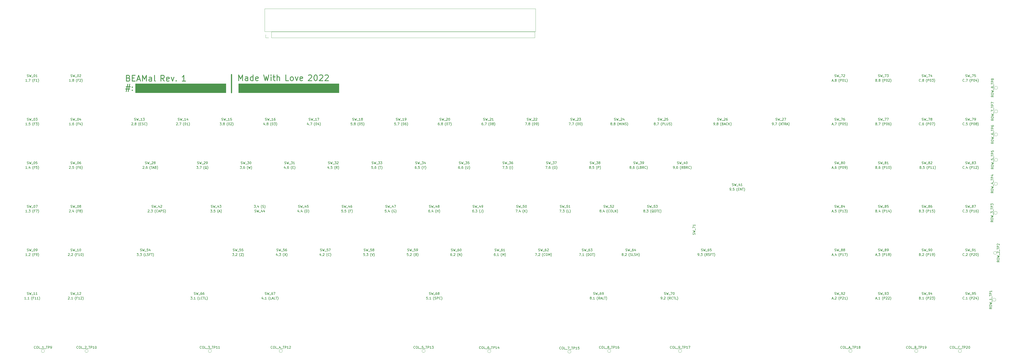
<source format=gbr>
%TF.GenerationSoftware,KiCad,Pcbnew,(6.99.0-3429-gce3fe46751)*%
%TF.CreationDate,2022-10-17T19:34:56+02:00*%
%TF.ProjectId,BEAMal_Rev1,4245414d-616c-45f5-9265-76312e6b6963,rev?*%
%TF.SameCoordinates,PXe1237f8PYe7db780*%
%TF.FileFunction,Legend,Top*%
%TF.FilePolarity,Positive*%
%FSLAX46Y46*%
G04 Gerber Fmt 4.6, Leading zero omitted, Abs format (unit mm)*
G04 Created by KiCad (PCBNEW (6.99.0-3429-gce3fe46751)) date 2022-10-17 19:34:56*
%MOMM*%
%LPD*%
G01*
G04 APERTURE LIST*
%ADD10C,0.100000*%
%ADD11C,0.500000*%
%ADD12C,0.300000*%
%ADD13C,0.150000*%
%ADD14C,0.120000*%
%ADD15C,4.600000*%
%ADD16C,1.000000*%
%ADD17O,2.500000X8.970000*%
%ADD18R,1.700000X1.700000*%
%ADD19O,1.700000X1.700000*%
G04 APERTURE END LIST*
D10*
G36*
X-12475000Y92620000D02*
G01*
X-56375000Y92620000D01*
X-56375000Y96620000D01*
X-12475000Y96620000D01*
X-12475000Y92620000D01*
G37*
X-12475000Y92620000D02*
X-56375000Y92620000D01*
X-56375000Y96620000D01*
X-12475000Y96620000D01*
X-12475000Y92620000D01*
D11*
X-59375000Y92620000D02*
X-59375000Y100620000D01*
D10*
G36*
X-61875000Y92620000D02*
G01*
X-101375000Y92620000D01*
X-101375000Y96620000D01*
X-61875000Y96620000D01*
X-61875000Y92620000D01*
G37*
X-61875000Y92620000D02*
X-101375000Y92620000D01*
X-101375000Y96620000D01*
X-61875000Y96620000D01*
X-61875000Y92620000D01*
D12*
X-56280239Y97926853D02*
X-56280239Y100466853D01*
X-56280239Y100466853D02*
X-55433572Y98652567D01*
X-55433572Y98652567D02*
X-54586905Y100466853D01*
X-54586905Y100466853D02*
X-54586905Y97926853D01*
X-52288810Y97926853D02*
X-52288810Y99257329D01*
X-52288810Y99257329D02*
X-52409763Y99499234D01*
X-52409763Y99499234D02*
X-52651667Y99620186D01*
X-52651667Y99620186D02*
X-53135477Y99620186D01*
X-53135477Y99620186D02*
X-53377382Y99499234D01*
X-52288810Y98047805D02*
X-52530715Y97926853D01*
X-52530715Y97926853D02*
X-53135477Y97926853D01*
X-53135477Y97926853D02*
X-53377382Y98047805D01*
X-53377382Y98047805D02*
X-53498334Y98289710D01*
X-53498334Y98289710D02*
X-53498334Y98531615D01*
X-53498334Y98531615D02*
X-53377382Y98773520D01*
X-53377382Y98773520D02*
X-53135477Y98894472D01*
X-53135477Y98894472D02*
X-52530715Y98894472D01*
X-52530715Y98894472D02*
X-52288810Y99015424D01*
X-49990715Y97926853D02*
X-49990715Y100466853D01*
X-49990715Y98047805D02*
X-50232620Y97926853D01*
X-50232620Y97926853D02*
X-50716429Y97926853D01*
X-50716429Y97926853D02*
X-50958334Y98047805D01*
X-50958334Y98047805D02*
X-51079287Y98168758D01*
X-51079287Y98168758D02*
X-51200239Y98410662D01*
X-51200239Y98410662D02*
X-51200239Y99136377D01*
X-51200239Y99136377D02*
X-51079287Y99378281D01*
X-51079287Y99378281D02*
X-50958334Y99499234D01*
X-50958334Y99499234D02*
X-50716429Y99620186D01*
X-50716429Y99620186D02*
X-50232620Y99620186D01*
X-50232620Y99620186D02*
X-49990715Y99499234D01*
X-47813573Y98047805D02*
X-48055477Y97926853D01*
X-48055477Y97926853D02*
X-48539287Y97926853D01*
X-48539287Y97926853D02*
X-48781192Y98047805D01*
X-48781192Y98047805D02*
X-48902144Y98289710D01*
X-48902144Y98289710D02*
X-48902144Y99257329D01*
X-48902144Y99257329D02*
X-48781192Y99499234D01*
X-48781192Y99499234D02*
X-48539287Y99620186D01*
X-48539287Y99620186D02*
X-48055477Y99620186D01*
X-48055477Y99620186D02*
X-47813573Y99499234D01*
X-47813573Y99499234D02*
X-47692620Y99257329D01*
X-47692620Y99257329D02*
X-47692620Y99015424D01*
X-47692620Y99015424D02*
X-48902144Y98773520D01*
X-45321953Y100466853D02*
X-44717191Y97926853D01*
X-44717191Y97926853D02*
X-44233382Y99741139D01*
X-44233382Y99741139D02*
X-43749572Y97926853D01*
X-43749572Y97926853D02*
X-43144810Y100466853D01*
X-42177192Y97926853D02*
X-42177192Y99620186D01*
X-42177192Y100466853D02*
X-42298144Y100345900D01*
X-42298144Y100345900D02*
X-42177192Y100224948D01*
X-42177192Y100224948D02*
X-42056239Y100345900D01*
X-42056239Y100345900D02*
X-42177192Y100466853D01*
X-42177192Y100466853D02*
X-42177192Y100224948D01*
X-41330525Y99620186D02*
X-40362906Y99620186D01*
X-40967668Y100466853D02*
X-40967668Y98289710D01*
X-40967668Y98289710D02*
X-40846715Y98047805D01*
X-40846715Y98047805D02*
X-40604810Y97926853D01*
X-40604810Y97926853D02*
X-40362906Y97926853D01*
X-39516239Y97926853D02*
X-39516239Y100466853D01*
X-38427667Y97926853D02*
X-38427667Y99257329D01*
X-38427667Y99257329D02*
X-38548620Y99499234D01*
X-38548620Y99499234D02*
X-38790524Y99620186D01*
X-38790524Y99620186D02*
X-39153381Y99620186D01*
X-39153381Y99620186D02*
X-39395286Y99499234D01*
X-39395286Y99499234D02*
X-39516239Y99378281D01*
X-34484620Y97926853D02*
X-35694144Y97926853D01*
X-35694144Y97926853D02*
X-35694144Y100466853D01*
X-33275096Y97926853D02*
X-33517001Y98047805D01*
X-33517001Y98047805D02*
X-33637954Y98168758D01*
X-33637954Y98168758D02*
X-33758906Y98410662D01*
X-33758906Y98410662D02*
X-33758906Y99136377D01*
X-33758906Y99136377D02*
X-33637954Y99378281D01*
X-33637954Y99378281D02*
X-33517001Y99499234D01*
X-33517001Y99499234D02*
X-33275096Y99620186D01*
X-33275096Y99620186D02*
X-32912239Y99620186D01*
X-32912239Y99620186D02*
X-32670335Y99499234D01*
X-32670335Y99499234D02*
X-32549382Y99378281D01*
X-32549382Y99378281D02*
X-32428430Y99136377D01*
X-32428430Y99136377D02*
X-32428430Y98410662D01*
X-32428430Y98410662D02*
X-32549382Y98168758D01*
X-32549382Y98168758D02*
X-32670335Y98047805D01*
X-32670335Y98047805D02*
X-32912239Y97926853D01*
X-32912239Y97926853D02*
X-33275096Y97926853D01*
X-31581763Y99620186D02*
X-30977001Y97926853D01*
X-30977001Y97926853D02*
X-30372240Y99620186D01*
X-28437002Y98047805D02*
X-28678906Y97926853D01*
X-28678906Y97926853D02*
X-29162716Y97926853D01*
X-29162716Y97926853D02*
X-29404621Y98047805D01*
X-29404621Y98047805D02*
X-29525573Y98289710D01*
X-29525573Y98289710D02*
X-29525573Y99257329D01*
X-29525573Y99257329D02*
X-29404621Y99499234D01*
X-29404621Y99499234D02*
X-29162716Y99620186D01*
X-29162716Y99620186D02*
X-28678906Y99620186D01*
X-28678906Y99620186D02*
X-28437002Y99499234D01*
X-28437002Y99499234D02*
X-28316049Y99257329D01*
X-28316049Y99257329D02*
X-28316049Y99015424D01*
X-28316049Y99015424D02*
X-29525573Y98773520D01*
X-25824430Y100224948D02*
X-25703478Y100345900D01*
X-25703478Y100345900D02*
X-25461573Y100466853D01*
X-25461573Y100466853D02*
X-24856811Y100466853D01*
X-24856811Y100466853D02*
X-24614906Y100345900D01*
X-24614906Y100345900D02*
X-24493954Y100224948D01*
X-24493954Y100224948D02*
X-24373001Y99983043D01*
X-24373001Y99983043D02*
X-24373001Y99741139D01*
X-24373001Y99741139D02*
X-24493954Y99378281D01*
X-24493954Y99378281D02*
X-25945382Y97926853D01*
X-25945382Y97926853D02*
X-24373001Y97926853D01*
X-22800620Y100466853D02*
X-22558715Y100466853D01*
X-22558715Y100466853D02*
X-22316811Y100345900D01*
X-22316811Y100345900D02*
X-22195858Y100224948D01*
X-22195858Y100224948D02*
X-22074906Y99983043D01*
X-22074906Y99983043D02*
X-21953953Y99499234D01*
X-21953953Y99499234D02*
X-21953953Y98894472D01*
X-21953953Y98894472D02*
X-22074906Y98410662D01*
X-22074906Y98410662D02*
X-22195858Y98168758D01*
X-22195858Y98168758D02*
X-22316811Y98047805D01*
X-22316811Y98047805D02*
X-22558715Y97926853D01*
X-22558715Y97926853D02*
X-22800620Y97926853D01*
X-22800620Y97926853D02*
X-23042525Y98047805D01*
X-23042525Y98047805D02*
X-23163477Y98168758D01*
X-23163477Y98168758D02*
X-23284430Y98410662D01*
X-23284430Y98410662D02*
X-23405382Y98894472D01*
X-23405382Y98894472D02*
X-23405382Y99499234D01*
X-23405382Y99499234D02*
X-23284430Y99983043D01*
X-23284430Y99983043D02*
X-23163477Y100224948D01*
X-23163477Y100224948D02*
X-23042525Y100345900D01*
X-23042525Y100345900D02*
X-22800620Y100466853D01*
X-20986334Y100224948D02*
X-20865382Y100345900D01*
X-20865382Y100345900D02*
X-20623477Y100466853D01*
X-20623477Y100466853D02*
X-20018715Y100466853D01*
X-20018715Y100466853D02*
X-19776810Y100345900D01*
X-19776810Y100345900D02*
X-19655858Y100224948D01*
X-19655858Y100224948D02*
X-19534905Y99983043D01*
X-19534905Y99983043D02*
X-19534905Y99741139D01*
X-19534905Y99741139D02*
X-19655858Y99378281D01*
X-19655858Y99378281D02*
X-21107286Y97926853D01*
X-21107286Y97926853D02*
X-19534905Y97926853D01*
X-18567286Y100224948D02*
X-18446334Y100345900D01*
X-18446334Y100345900D02*
X-18204429Y100466853D01*
X-18204429Y100466853D02*
X-17599667Y100466853D01*
X-17599667Y100466853D02*
X-17357762Y100345900D01*
X-17357762Y100345900D02*
X-17236810Y100224948D01*
X-17236810Y100224948D02*
X-17115857Y99983043D01*
X-17115857Y99983043D02*
X-17115857Y99741139D01*
X-17115857Y99741139D02*
X-17236810Y99378281D01*
X-17236810Y99378281D02*
X-18688238Y97926853D01*
X-18688238Y97926853D02*
X-17115857Y97926853D01*
X-104423572Y99074729D02*
X-104060715Y98953777D01*
X-104060715Y98953777D02*
X-103939762Y98832824D01*
X-103939762Y98832824D02*
X-103818810Y98590920D01*
X-103818810Y98590920D02*
X-103818810Y98228062D01*
X-103818810Y98228062D02*
X-103939762Y97986158D01*
X-103939762Y97986158D02*
X-104060715Y97865205D01*
X-104060715Y97865205D02*
X-104302620Y97744253D01*
X-104302620Y97744253D02*
X-105270239Y97744253D01*
X-105270239Y97744253D02*
X-105270239Y100284253D01*
X-105270239Y100284253D02*
X-104423572Y100284253D01*
X-104423572Y100284253D02*
X-104181667Y100163300D01*
X-104181667Y100163300D02*
X-104060715Y100042348D01*
X-104060715Y100042348D02*
X-103939762Y99800443D01*
X-103939762Y99800443D02*
X-103939762Y99558539D01*
X-103939762Y99558539D02*
X-104060715Y99316634D01*
X-104060715Y99316634D02*
X-104181667Y99195681D01*
X-104181667Y99195681D02*
X-104423572Y99074729D01*
X-104423572Y99074729D02*
X-105270239Y99074729D01*
X-102730239Y99074729D02*
X-101883572Y99074729D01*
X-101520715Y97744253D02*
X-102730239Y97744253D01*
X-102730239Y97744253D02*
X-102730239Y100284253D01*
X-102730239Y100284253D02*
X-101520715Y100284253D01*
X-100553096Y98469967D02*
X-99343572Y98469967D01*
X-100795001Y97744253D02*
X-99948334Y100284253D01*
X-99948334Y100284253D02*
X-99101667Y97744253D01*
X-98255001Y97744253D02*
X-98255001Y100284253D01*
X-98255001Y100284253D02*
X-97408334Y98469967D01*
X-97408334Y98469967D02*
X-96561667Y100284253D01*
X-96561667Y100284253D02*
X-96561667Y97744253D01*
X-94263572Y97744253D02*
X-94263572Y99074729D01*
X-94263572Y99074729D02*
X-94384525Y99316634D01*
X-94384525Y99316634D02*
X-94626429Y99437586D01*
X-94626429Y99437586D02*
X-95110239Y99437586D01*
X-95110239Y99437586D02*
X-95352144Y99316634D01*
X-94263572Y97865205D02*
X-94505477Y97744253D01*
X-94505477Y97744253D02*
X-95110239Y97744253D01*
X-95110239Y97744253D02*
X-95352144Y97865205D01*
X-95352144Y97865205D02*
X-95473096Y98107110D01*
X-95473096Y98107110D02*
X-95473096Y98349015D01*
X-95473096Y98349015D02*
X-95352144Y98590920D01*
X-95352144Y98590920D02*
X-95110239Y98711872D01*
X-95110239Y98711872D02*
X-94505477Y98711872D01*
X-94505477Y98711872D02*
X-94263572Y98832824D01*
X-92691191Y97744253D02*
X-92933096Y97865205D01*
X-92933096Y97865205D02*
X-93054049Y98107110D01*
X-93054049Y98107110D02*
X-93054049Y100284253D01*
X-88748144Y97744253D02*
X-89594811Y98953777D01*
X-90199573Y97744253D02*
X-90199573Y100284253D01*
X-90199573Y100284253D02*
X-89231954Y100284253D01*
X-89231954Y100284253D02*
X-88990049Y100163300D01*
X-88990049Y100163300D02*
X-88869096Y100042348D01*
X-88869096Y100042348D02*
X-88748144Y99800443D01*
X-88748144Y99800443D02*
X-88748144Y99437586D01*
X-88748144Y99437586D02*
X-88869096Y99195681D01*
X-88869096Y99195681D02*
X-88990049Y99074729D01*
X-88990049Y99074729D02*
X-89231954Y98953777D01*
X-89231954Y98953777D02*
X-90199573Y98953777D01*
X-86691954Y97865205D02*
X-86933858Y97744253D01*
X-86933858Y97744253D02*
X-87417668Y97744253D01*
X-87417668Y97744253D02*
X-87659573Y97865205D01*
X-87659573Y97865205D02*
X-87780525Y98107110D01*
X-87780525Y98107110D02*
X-87780525Y99074729D01*
X-87780525Y99074729D02*
X-87659573Y99316634D01*
X-87659573Y99316634D02*
X-87417668Y99437586D01*
X-87417668Y99437586D02*
X-86933858Y99437586D01*
X-86933858Y99437586D02*
X-86691954Y99316634D01*
X-86691954Y99316634D02*
X-86571001Y99074729D01*
X-86571001Y99074729D02*
X-86571001Y98832824D01*
X-86571001Y98832824D02*
X-87780525Y98590920D01*
X-85724334Y99437586D02*
X-85119572Y97744253D01*
X-85119572Y97744253D02*
X-84514811Y99437586D01*
X-83547192Y97986158D02*
X-83426239Y97865205D01*
X-83426239Y97865205D02*
X-83547192Y97744253D01*
X-83547192Y97744253D02*
X-83668144Y97865205D01*
X-83668144Y97865205D02*
X-83547192Y97986158D01*
X-83547192Y97986158D02*
X-83547192Y97744253D01*
X-79483191Y97744253D02*
X-80934620Y97744253D01*
X-80208906Y97744253D02*
X-80208906Y100284253D01*
X-80208906Y100284253D02*
X-80450810Y99921396D01*
X-80450810Y99921396D02*
X-80692715Y99679491D01*
X-80692715Y99679491D02*
X-80934620Y99558539D01*
X-105391191Y95322786D02*
X-103576905Y95322786D01*
X-104665477Y96411358D02*
X-105391191Y93145643D01*
X-103818810Y94234215D02*
X-105633096Y94234215D01*
X-104544524Y93145643D02*
X-103818810Y96411358D01*
X-102730239Y93871358D02*
X-102609286Y93750405D01*
X-102609286Y93750405D02*
X-102730239Y93629453D01*
X-102730239Y93629453D02*
X-102851191Y93750405D01*
X-102851191Y93750405D02*
X-102730239Y93871358D01*
X-102730239Y93871358D02*
X-102730239Y93629453D01*
X-102730239Y95201834D02*
X-102609286Y95080881D01*
X-102609286Y95080881D02*
X-102730239Y94959929D01*
X-102730239Y94959929D02*
X-102851191Y95080881D01*
X-102851191Y95080881D02*
X-102730239Y95201834D01*
X-102730239Y95201834D02*
X-102730239Y94959929D01*
X-99512905Y96169453D02*
X-99271000Y96169453D01*
X-99271000Y96169453D02*
X-99029096Y96048500D01*
X-99029096Y96048500D02*
X-98908143Y95927548D01*
X-98908143Y95927548D02*
X-98787191Y95685643D01*
X-98787191Y95685643D02*
X-98666238Y95201834D01*
X-98666238Y95201834D02*
X-98666238Y94597072D01*
X-98666238Y94597072D02*
X-98787191Y94113262D01*
X-98787191Y94113262D02*
X-98908143Y93871358D01*
X-98908143Y93871358D02*
X-99029096Y93750405D01*
X-99029096Y93750405D02*
X-99271000Y93629453D01*
X-99271000Y93629453D02*
X-99512905Y93629453D01*
X-99512905Y93629453D02*
X-99754810Y93750405D01*
X-99754810Y93750405D02*
X-99875762Y93871358D01*
X-99875762Y93871358D02*
X-99996715Y94113262D01*
X-99996715Y94113262D02*
X-100117667Y94597072D01*
X-100117667Y94597072D02*
X-100117667Y95201834D01*
X-100117667Y95201834D02*
X-99996715Y95685643D01*
X-99996715Y95685643D02*
X-99875762Y95927548D01*
X-99875762Y95927548D02*
X-99754810Y96048500D01*
X-99754810Y96048500D02*
X-99512905Y96169453D01*
D13*
%TO.C,COL_7_TP15*%
X84434523Y-19404142D02*
X84386904Y-19451761D01*
X84386904Y-19451761D02*
X84244047Y-19499380D01*
X84244047Y-19499380D02*
X84148809Y-19499380D01*
X84148809Y-19499380D02*
X84005952Y-19451761D01*
X84005952Y-19451761D02*
X83910714Y-19356523D01*
X83910714Y-19356523D02*
X83863095Y-19261285D01*
X83863095Y-19261285D02*
X83815476Y-19070809D01*
X83815476Y-19070809D02*
X83815476Y-18927952D01*
X83815476Y-18927952D02*
X83863095Y-18737476D01*
X83863095Y-18737476D02*
X83910714Y-18642238D01*
X83910714Y-18642238D02*
X84005952Y-18547000D01*
X84005952Y-18547000D02*
X84148809Y-18499380D01*
X84148809Y-18499380D02*
X84244047Y-18499380D01*
X84244047Y-18499380D02*
X84386904Y-18547000D01*
X84386904Y-18547000D02*
X84434523Y-18594619D01*
X85053571Y-18499380D02*
X85244047Y-18499380D01*
X85244047Y-18499380D02*
X85339285Y-18547000D01*
X85339285Y-18547000D02*
X85434523Y-18642238D01*
X85434523Y-18642238D02*
X85482142Y-18832714D01*
X85482142Y-18832714D02*
X85482142Y-19166047D01*
X85482142Y-19166047D02*
X85434523Y-19356523D01*
X85434523Y-19356523D02*
X85339285Y-19451761D01*
X85339285Y-19451761D02*
X85244047Y-19499380D01*
X85244047Y-19499380D02*
X85053571Y-19499380D01*
X85053571Y-19499380D02*
X84958333Y-19451761D01*
X84958333Y-19451761D02*
X84863095Y-19356523D01*
X84863095Y-19356523D02*
X84815476Y-19166047D01*
X84815476Y-19166047D02*
X84815476Y-18832714D01*
X84815476Y-18832714D02*
X84863095Y-18642238D01*
X84863095Y-18642238D02*
X84958333Y-18547000D01*
X84958333Y-18547000D02*
X85053571Y-18499380D01*
X86386904Y-19499380D02*
X85910714Y-19499380D01*
X85910714Y-19499380D02*
X85910714Y-18499380D01*
X86482143Y-19594619D02*
X87244047Y-19594619D01*
X87386905Y-18499380D02*
X88053571Y-18499380D01*
X88053571Y-18499380D02*
X87625000Y-19499380D01*
X88196429Y-19594619D02*
X88958333Y-19594619D01*
X89053572Y-18499380D02*
X89625000Y-18499380D01*
X89339286Y-19499380D02*
X89339286Y-18499380D01*
X89958334Y-19499380D02*
X89958334Y-18499380D01*
X89958334Y-18499380D02*
X90339286Y-18499380D01*
X90339286Y-18499380D02*
X90434524Y-18547000D01*
X90434524Y-18547000D02*
X90482143Y-18594619D01*
X90482143Y-18594619D02*
X90529762Y-18689857D01*
X90529762Y-18689857D02*
X90529762Y-18832714D01*
X90529762Y-18832714D02*
X90482143Y-18927952D01*
X90482143Y-18927952D02*
X90434524Y-18975571D01*
X90434524Y-18975571D02*
X90339286Y-19023190D01*
X90339286Y-19023190D02*
X89958334Y-19023190D01*
X91482143Y-19499380D02*
X90910715Y-19499380D01*
X91196429Y-19499380D02*
X91196429Y-18499380D01*
X91196429Y-18499380D02*
X91101191Y-18642238D01*
X91101191Y-18642238D02*
X91005953Y-18737476D01*
X91005953Y-18737476D02*
X90910715Y-18785095D01*
X92386905Y-18499380D02*
X91910715Y-18499380D01*
X91910715Y-18499380D02*
X91863096Y-18975571D01*
X91863096Y-18975571D02*
X91910715Y-18927952D01*
X91910715Y-18927952D02*
X92005953Y-18880333D01*
X92005953Y-18880333D02*
X92244048Y-18880333D01*
X92244048Y-18880333D02*
X92339286Y-18927952D01*
X92339286Y-18927952D02*
X92386905Y-18975571D01*
X92386905Y-18975571D02*
X92434524Y-19070809D01*
X92434524Y-19070809D02*
X92434524Y-19308904D01*
X92434524Y-19308904D02*
X92386905Y-19404142D01*
X92386905Y-19404142D02*
X92339286Y-19451761D01*
X92339286Y-19451761D02*
X92244048Y-19499380D01*
X92244048Y-19499380D02*
X92005953Y-19499380D01*
X92005953Y-19499380D02*
X91910715Y-19451761D01*
X91910715Y-19451761D02*
X91863096Y-19404142D01*
%TO.C,SW_52*%
X103129524Y42500239D02*
X103272381Y42452620D01*
X103272381Y42452620D02*
X103510476Y42452620D01*
X103510476Y42452620D02*
X103605714Y42500239D01*
X103605714Y42500239D02*
X103653333Y42547858D01*
X103653333Y42547858D02*
X103700952Y42643096D01*
X103700952Y42643096D02*
X103700952Y42738334D01*
X103700952Y42738334D02*
X103653333Y42833572D01*
X103653333Y42833572D02*
X103605714Y42881191D01*
X103605714Y42881191D02*
X103510476Y42928810D01*
X103510476Y42928810D02*
X103320000Y42976429D01*
X103320000Y42976429D02*
X103224762Y43024048D01*
X103224762Y43024048D02*
X103177143Y43071667D01*
X103177143Y43071667D02*
X103129524Y43166905D01*
X103129524Y43166905D02*
X103129524Y43262143D01*
X103129524Y43262143D02*
X103177143Y43357381D01*
X103177143Y43357381D02*
X103224762Y43405000D01*
X103224762Y43405000D02*
X103320000Y43452620D01*
X103320000Y43452620D02*
X103558095Y43452620D01*
X103558095Y43452620D02*
X103700952Y43405000D01*
X104034286Y43452620D02*
X104272381Y42452620D01*
X104272381Y42452620D02*
X104462857Y43166905D01*
X104462857Y43166905D02*
X104653333Y42452620D01*
X104653333Y42452620D02*
X104891429Y43452620D01*
X105034286Y42357381D02*
X105796190Y42357381D01*
X106510476Y43452620D02*
X106034286Y43452620D01*
X106034286Y43452620D02*
X105986667Y42976429D01*
X105986667Y42976429D02*
X106034286Y43024048D01*
X106034286Y43024048D02*
X106129524Y43071667D01*
X106129524Y43071667D02*
X106367619Y43071667D01*
X106367619Y43071667D02*
X106462857Y43024048D01*
X106462857Y43024048D02*
X106510476Y42976429D01*
X106510476Y42976429D02*
X106558095Y42881191D01*
X106558095Y42881191D02*
X106558095Y42643096D01*
X106558095Y42643096D02*
X106510476Y42547858D01*
X106510476Y42547858D02*
X106462857Y42500239D01*
X106462857Y42500239D02*
X106367619Y42452620D01*
X106367619Y42452620D02*
X106129524Y42452620D01*
X106129524Y42452620D02*
X106034286Y42500239D01*
X106034286Y42500239D02*
X105986667Y42547858D01*
X106939048Y43357381D02*
X106986667Y43405000D01*
X106986667Y43405000D02*
X107081905Y43452620D01*
X107081905Y43452620D02*
X107320000Y43452620D01*
X107320000Y43452620D02*
X107415238Y43405000D01*
X107415238Y43405000D02*
X107462857Y43357381D01*
X107462857Y43357381D02*
X107510476Y43262143D01*
X107510476Y43262143D02*
X107510476Y43166905D01*
X107510476Y43166905D02*
X107462857Y43024048D01*
X107462857Y43024048D02*
X106891429Y42452620D01*
X106891429Y42452620D02*
X107510476Y42452620D01*
X101591428Y41024048D02*
X101496190Y41071667D01*
X101496190Y41071667D02*
X101448571Y41119286D01*
X101448571Y41119286D02*
X101400952Y41214524D01*
X101400952Y41214524D02*
X101400952Y41262143D01*
X101400952Y41262143D02*
X101448571Y41357381D01*
X101448571Y41357381D02*
X101496190Y41405000D01*
X101496190Y41405000D02*
X101591428Y41452620D01*
X101591428Y41452620D02*
X101781904Y41452620D01*
X101781904Y41452620D02*
X101877142Y41405000D01*
X101877142Y41405000D02*
X101924761Y41357381D01*
X101924761Y41357381D02*
X101972380Y41262143D01*
X101972380Y41262143D02*
X101972380Y41214524D01*
X101972380Y41214524D02*
X101924761Y41119286D01*
X101924761Y41119286D02*
X101877142Y41071667D01*
X101877142Y41071667D02*
X101781904Y41024048D01*
X101781904Y41024048D02*
X101591428Y41024048D01*
X101591428Y41024048D02*
X101496190Y40976429D01*
X101496190Y40976429D02*
X101448571Y40928810D01*
X101448571Y40928810D02*
X101400952Y40833572D01*
X101400952Y40833572D02*
X101400952Y40643096D01*
X101400952Y40643096D02*
X101448571Y40547858D01*
X101448571Y40547858D02*
X101496190Y40500239D01*
X101496190Y40500239D02*
X101591428Y40452620D01*
X101591428Y40452620D02*
X101781904Y40452620D01*
X101781904Y40452620D02*
X101877142Y40500239D01*
X101877142Y40500239D02*
X101924761Y40547858D01*
X101924761Y40547858D02*
X101972380Y40643096D01*
X101972380Y40643096D02*
X101972380Y40833572D01*
X101972380Y40833572D02*
X101924761Y40928810D01*
X101924761Y40928810D02*
X101877142Y40976429D01*
X101877142Y40976429D02*
X101781904Y41024048D01*
X102448571Y40500239D02*
X102448571Y40452620D01*
X102448571Y40452620D02*
X102400952Y40357381D01*
X102400952Y40357381D02*
X102353333Y40309762D01*
X103305713Y41119286D02*
X103305713Y40452620D01*
X103067618Y41500239D02*
X102829523Y40785953D01*
X102829523Y40785953D02*
X103448570Y40785953D01*
X104715237Y40071667D02*
X104667618Y40119286D01*
X104667618Y40119286D02*
X104572380Y40262143D01*
X104572380Y40262143D02*
X104524761Y40357381D01*
X104524761Y40357381D02*
X104477142Y40500239D01*
X104477142Y40500239D02*
X104429523Y40738334D01*
X104429523Y40738334D02*
X104429523Y40928810D01*
X104429523Y40928810D02*
X104477142Y41166905D01*
X104477142Y41166905D02*
X104524761Y41309762D01*
X104524761Y41309762D02*
X104572380Y41405000D01*
X104572380Y41405000D02*
X104667618Y41547858D01*
X104667618Y41547858D02*
X104715237Y41595477D01*
X105667618Y40547858D02*
X105619999Y40500239D01*
X105619999Y40500239D02*
X105477142Y40452620D01*
X105477142Y40452620D02*
X105381904Y40452620D01*
X105381904Y40452620D02*
X105239047Y40500239D01*
X105239047Y40500239D02*
X105143809Y40595477D01*
X105143809Y40595477D02*
X105096190Y40690715D01*
X105096190Y40690715D02*
X105048571Y40881191D01*
X105048571Y40881191D02*
X105048571Y41024048D01*
X105048571Y41024048D02*
X105096190Y41214524D01*
X105096190Y41214524D02*
X105143809Y41309762D01*
X105143809Y41309762D02*
X105239047Y41405000D01*
X105239047Y41405000D02*
X105381904Y41452620D01*
X105381904Y41452620D02*
X105477142Y41452620D01*
X105477142Y41452620D02*
X105619999Y41405000D01*
X105619999Y41405000D02*
X105667618Y41357381D01*
X106286666Y41452620D02*
X106477142Y41452620D01*
X106477142Y41452620D02*
X106572380Y41405000D01*
X106572380Y41405000D02*
X106667618Y41309762D01*
X106667618Y41309762D02*
X106715237Y41119286D01*
X106715237Y41119286D02*
X106715237Y40785953D01*
X106715237Y40785953D02*
X106667618Y40595477D01*
X106667618Y40595477D02*
X106572380Y40500239D01*
X106572380Y40500239D02*
X106477142Y40452620D01*
X106477142Y40452620D02*
X106286666Y40452620D01*
X106286666Y40452620D02*
X106191428Y40500239D01*
X106191428Y40500239D02*
X106096190Y40595477D01*
X106096190Y40595477D02*
X106048571Y40785953D01*
X106048571Y40785953D02*
X106048571Y41119286D01*
X106048571Y41119286D02*
X106096190Y41309762D01*
X106096190Y41309762D02*
X106191428Y41405000D01*
X106191428Y41405000D02*
X106286666Y41452620D01*
X107619999Y40452620D02*
X107143809Y40452620D01*
X107143809Y40452620D02*
X107143809Y41452620D01*
X107953333Y40452620D02*
X107953333Y41452620D01*
X107953333Y41452620D02*
X108524761Y40452620D01*
X108524761Y40452620D02*
X108524761Y41452620D01*
X108905714Y40071667D02*
X108953333Y40119286D01*
X108953333Y40119286D02*
X109048571Y40262143D01*
X109048571Y40262143D02*
X109096190Y40357381D01*
X109096190Y40357381D02*
X109143809Y40500239D01*
X109143809Y40500239D02*
X109191428Y40738334D01*
X109191428Y40738334D02*
X109191428Y40928810D01*
X109191428Y40928810D02*
X109143809Y41166905D01*
X109143809Y41166905D02*
X109096190Y41309762D01*
X109096190Y41309762D02*
X109048571Y41405000D01*
X109048571Y41405000D02*
X108953333Y41547858D01*
X108953333Y41547858D02*
X108905714Y41595477D01*
%TO.C,SW_57*%
X-20620476Y23450239D02*
X-20477619Y23402620D01*
X-20477619Y23402620D02*
X-20239524Y23402620D01*
X-20239524Y23402620D02*
X-20144286Y23450239D01*
X-20144286Y23450239D02*
X-20096667Y23497858D01*
X-20096667Y23497858D02*
X-20049048Y23593096D01*
X-20049048Y23593096D02*
X-20049048Y23688334D01*
X-20049048Y23688334D02*
X-20096667Y23783572D01*
X-20096667Y23783572D02*
X-20144286Y23831191D01*
X-20144286Y23831191D02*
X-20239524Y23878810D01*
X-20239524Y23878810D02*
X-20430000Y23926429D01*
X-20430000Y23926429D02*
X-20525238Y23974048D01*
X-20525238Y23974048D02*
X-20572857Y24021667D01*
X-20572857Y24021667D02*
X-20620476Y24116905D01*
X-20620476Y24116905D02*
X-20620476Y24212143D01*
X-20620476Y24212143D02*
X-20572857Y24307381D01*
X-20572857Y24307381D02*
X-20525238Y24355000D01*
X-20525238Y24355000D02*
X-20430000Y24402620D01*
X-20430000Y24402620D02*
X-20191905Y24402620D01*
X-20191905Y24402620D02*
X-20049048Y24355000D01*
X-19715714Y24402620D02*
X-19477619Y23402620D01*
X-19477619Y23402620D02*
X-19287143Y24116905D01*
X-19287143Y24116905D02*
X-19096667Y23402620D01*
X-19096667Y23402620D02*
X-18858571Y24402620D01*
X-18715714Y23307381D02*
X-17953810Y23307381D01*
X-17239524Y24402620D02*
X-17715714Y24402620D01*
X-17715714Y24402620D02*
X-17763333Y23926429D01*
X-17763333Y23926429D02*
X-17715714Y23974048D01*
X-17715714Y23974048D02*
X-17620476Y24021667D01*
X-17620476Y24021667D02*
X-17382381Y24021667D01*
X-17382381Y24021667D02*
X-17287143Y23974048D01*
X-17287143Y23974048D02*
X-17239524Y23926429D01*
X-17239524Y23926429D02*
X-17191905Y23831191D01*
X-17191905Y23831191D02*
X-17191905Y23593096D01*
X-17191905Y23593096D02*
X-17239524Y23497858D01*
X-17239524Y23497858D02*
X-17287143Y23450239D01*
X-17287143Y23450239D02*
X-17382381Y23402620D01*
X-17382381Y23402620D02*
X-17620476Y23402620D01*
X-17620476Y23402620D02*
X-17715714Y23450239D01*
X-17715714Y23450239D02*
X-17763333Y23497858D01*
X-16858571Y24402620D02*
X-16191905Y24402620D01*
X-16191905Y24402620D02*
X-16620476Y23402620D01*
X-20420477Y22069286D02*
X-20420477Y21402620D01*
X-20658572Y22450239D02*
X-20896667Y21735953D01*
X-20896667Y21735953D02*
X-20277620Y21735953D01*
X-19849048Y21450239D02*
X-19849048Y21402620D01*
X-19849048Y21402620D02*
X-19896667Y21307381D01*
X-19896667Y21307381D02*
X-19944286Y21259762D01*
X-19468096Y22307381D02*
X-19420477Y22355000D01*
X-19420477Y22355000D02*
X-19325239Y22402620D01*
X-19325239Y22402620D02*
X-19087144Y22402620D01*
X-19087144Y22402620D02*
X-18991906Y22355000D01*
X-18991906Y22355000D02*
X-18944287Y22307381D01*
X-18944287Y22307381D02*
X-18896668Y22212143D01*
X-18896668Y22212143D02*
X-18896668Y22116905D01*
X-18896668Y22116905D02*
X-18944287Y21974048D01*
X-18944287Y21974048D02*
X-19515715Y21402620D01*
X-19515715Y21402620D02*
X-18896668Y21402620D01*
X-17582382Y21021667D02*
X-17630001Y21069286D01*
X-17630001Y21069286D02*
X-17725239Y21212143D01*
X-17725239Y21212143D02*
X-17772858Y21307381D01*
X-17772858Y21307381D02*
X-17820477Y21450239D01*
X-17820477Y21450239D02*
X-17868096Y21688334D01*
X-17868096Y21688334D02*
X-17868096Y21878810D01*
X-17868096Y21878810D02*
X-17820477Y22116905D01*
X-17820477Y22116905D02*
X-17772858Y22259762D01*
X-17772858Y22259762D02*
X-17725239Y22355000D01*
X-17725239Y22355000D02*
X-17630001Y22497858D01*
X-17630001Y22497858D02*
X-17582382Y22545477D01*
X-16630001Y21497858D02*
X-16677620Y21450239D01*
X-16677620Y21450239D02*
X-16820477Y21402620D01*
X-16820477Y21402620D02*
X-16915715Y21402620D01*
X-16915715Y21402620D02*
X-17058572Y21450239D01*
X-17058572Y21450239D02*
X-17153810Y21545477D01*
X-17153810Y21545477D02*
X-17201429Y21640715D01*
X-17201429Y21640715D02*
X-17249048Y21831191D01*
X-17249048Y21831191D02*
X-17249048Y21974048D01*
X-17249048Y21974048D02*
X-17201429Y22164524D01*
X-17201429Y22164524D02*
X-17153810Y22259762D01*
X-17153810Y22259762D02*
X-17058572Y22355000D01*
X-17058572Y22355000D02*
X-16915715Y22402620D01*
X-16915715Y22402620D02*
X-16820477Y22402620D01*
X-16820477Y22402620D02*
X-16677620Y22355000D01*
X-16677620Y22355000D02*
X-16630001Y22307381D01*
X-16296667Y21021667D02*
X-16249048Y21069286D01*
X-16249048Y21069286D02*
X-16153810Y21212143D01*
X-16153810Y21212143D02*
X-16106191Y21307381D01*
X-16106191Y21307381D02*
X-16058572Y21450239D01*
X-16058572Y21450239D02*
X-16010953Y21688334D01*
X-16010953Y21688334D02*
X-16010953Y21878810D01*
X-16010953Y21878810D02*
X-16058572Y22116905D01*
X-16058572Y22116905D02*
X-16106191Y22259762D01*
X-16106191Y22259762D02*
X-16153810Y22355000D01*
X-16153810Y22355000D02*
X-16249048Y22497858D01*
X-16249048Y22497858D02*
X-16296667Y22545477D01*
%TO.C,SW_15*%
X-63720476Y80600239D02*
X-63577619Y80552620D01*
X-63577619Y80552620D02*
X-63339524Y80552620D01*
X-63339524Y80552620D02*
X-63244286Y80600239D01*
X-63244286Y80600239D02*
X-63196667Y80647858D01*
X-63196667Y80647858D02*
X-63149048Y80743096D01*
X-63149048Y80743096D02*
X-63149048Y80838334D01*
X-63149048Y80838334D02*
X-63196667Y80933572D01*
X-63196667Y80933572D02*
X-63244286Y80981191D01*
X-63244286Y80981191D02*
X-63339524Y81028810D01*
X-63339524Y81028810D02*
X-63530000Y81076429D01*
X-63530000Y81076429D02*
X-63625238Y81124048D01*
X-63625238Y81124048D02*
X-63672857Y81171667D01*
X-63672857Y81171667D02*
X-63720476Y81266905D01*
X-63720476Y81266905D02*
X-63720476Y81362143D01*
X-63720476Y81362143D02*
X-63672857Y81457381D01*
X-63672857Y81457381D02*
X-63625238Y81505000D01*
X-63625238Y81505000D02*
X-63530000Y81552620D01*
X-63530000Y81552620D02*
X-63291905Y81552620D01*
X-63291905Y81552620D02*
X-63149048Y81505000D01*
X-62815714Y81552620D02*
X-62577619Y80552620D01*
X-62577619Y80552620D02*
X-62387143Y81266905D01*
X-62387143Y81266905D02*
X-62196667Y80552620D01*
X-62196667Y80552620D02*
X-61958571Y81552620D01*
X-61815714Y80457381D02*
X-61053810Y80457381D01*
X-60291905Y80552620D02*
X-60863333Y80552620D01*
X-60577619Y80552620D02*
X-60577619Y81552620D01*
X-60577619Y81552620D02*
X-60672857Y81409762D01*
X-60672857Y81409762D02*
X-60768095Y81314524D01*
X-60768095Y81314524D02*
X-60863333Y81266905D01*
X-59387143Y81552620D02*
X-59863333Y81552620D01*
X-59863333Y81552620D02*
X-59910952Y81076429D01*
X-59910952Y81076429D02*
X-59863333Y81124048D01*
X-59863333Y81124048D02*
X-59768095Y81171667D01*
X-59768095Y81171667D02*
X-59530000Y81171667D01*
X-59530000Y81171667D02*
X-59434762Y81124048D01*
X-59434762Y81124048D02*
X-59387143Y81076429D01*
X-59387143Y81076429D02*
X-59339524Y80981191D01*
X-59339524Y80981191D02*
X-59339524Y80743096D01*
X-59339524Y80743096D02*
X-59387143Y80647858D01*
X-59387143Y80647858D02*
X-59434762Y80600239D01*
X-59434762Y80600239D02*
X-59530000Y80552620D01*
X-59530000Y80552620D02*
X-59768095Y80552620D01*
X-59768095Y80552620D02*
X-59863333Y80600239D01*
X-59863333Y80600239D02*
X-59910952Y80647858D01*
X-64496667Y79552620D02*
X-63877620Y79552620D01*
X-63877620Y79552620D02*
X-64210953Y79171667D01*
X-64210953Y79171667D02*
X-64068096Y79171667D01*
X-64068096Y79171667D02*
X-63972858Y79124048D01*
X-63972858Y79124048D02*
X-63925239Y79076429D01*
X-63925239Y79076429D02*
X-63877620Y78981191D01*
X-63877620Y78981191D02*
X-63877620Y78743096D01*
X-63877620Y78743096D02*
X-63925239Y78647858D01*
X-63925239Y78647858D02*
X-63972858Y78600239D01*
X-63972858Y78600239D02*
X-64068096Y78552620D01*
X-64068096Y78552620D02*
X-64353810Y78552620D01*
X-64353810Y78552620D02*
X-64449048Y78600239D01*
X-64449048Y78600239D02*
X-64496667Y78647858D01*
X-63401429Y78600239D02*
X-63401429Y78552620D01*
X-63401429Y78552620D02*
X-63449048Y78457381D01*
X-63449048Y78457381D02*
X-63496667Y78409762D01*
X-62830001Y79124048D02*
X-62925239Y79171667D01*
X-62925239Y79171667D02*
X-62972858Y79219286D01*
X-62972858Y79219286D02*
X-63020477Y79314524D01*
X-63020477Y79314524D02*
X-63020477Y79362143D01*
X-63020477Y79362143D02*
X-62972858Y79457381D01*
X-62972858Y79457381D02*
X-62925239Y79505000D01*
X-62925239Y79505000D02*
X-62830001Y79552620D01*
X-62830001Y79552620D02*
X-62639525Y79552620D01*
X-62639525Y79552620D02*
X-62544287Y79505000D01*
X-62544287Y79505000D02*
X-62496668Y79457381D01*
X-62496668Y79457381D02*
X-62449049Y79362143D01*
X-62449049Y79362143D02*
X-62449049Y79314524D01*
X-62449049Y79314524D02*
X-62496668Y79219286D01*
X-62496668Y79219286D02*
X-62544287Y79171667D01*
X-62544287Y79171667D02*
X-62639525Y79124048D01*
X-62639525Y79124048D02*
X-62830001Y79124048D01*
X-62830001Y79124048D02*
X-62925239Y79076429D01*
X-62925239Y79076429D02*
X-62972858Y79028810D01*
X-62972858Y79028810D02*
X-63020477Y78933572D01*
X-63020477Y78933572D02*
X-63020477Y78743096D01*
X-63020477Y78743096D02*
X-62972858Y78647858D01*
X-62972858Y78647858D02*
X-62925239Y78600239D01*
X-62925239Y78600239D02*
X-62830001Y78552620D01*
X-62830001Y78552620D02*
X-62639525Y78552620D01*
X-62639525Y78552620D02*
X-62544287Y78600239D01*
X-62544287Y78600239D02*
X-62496668Y78647858D01*
X-62496668Y78647858D02*
X-62449049Y78743096D01*
X-62449049Y78743096D02*
X-62449049Y78933572D01*
X-62449049Y78933572D02*
X-62496668Y79028810D01*
X-62496668Y79028810D02*
X-62544287Y79076429D01*
X-62544287Y79076429D02*
X-62639525Y79124048D01*
X-61134763Y78171667D02*
X-61182382Y78219286D01*
X-61182382Y78219286D02*
X-61277620Y78362143D01*
X-61277620Y78362143D02*
X-61325239Y78457381D01*
X-61325239Y78457381D02*
X-61372858Y78600239D01*
X-61372858Y78600239D02*
X-61420477Y78838334D01*
X-61420477Y78838334D02*
X-61420477Y79028810D01*
X-61420477Y79028810D02*
X-61372858Y79266905D01*
X-61372858Y79266905D02*
X-61325239Y79409762D01*
X-61325239Y79409762D02*
X-61277620Y79505000D01*
X-61277620Y79505000D02*
X-61182382Y79647858D01*
X-61182382Y79647858D02*
X-61134763Y79695477D01*
X-60563334Y79552620D02*
X-60468096Y79552620D01*
X-60468096Y79552620D02*
X-60372858Y79505000D01*
X-60372858Y79505000D02*
X-60325239Y79457381D01*
X-60325239Y79457381D02*
X-60277620Y79362143D01*
X-60277620Y79362143D02*
X-60230001Y79171667D01*
X-60230001Y79171667D02*
X-60230001Y78933572D01*
X-60230001Y78933572D02*
X-60277620Y78743096D01*
X-60277620Y78743096D02*
X-60325239Y78647858D01*
X-60325239Y78647858D02*
X-60372858Y78600239D01*
X-60372858Y78600239D02*
X-60468096Y78552620D01*
X-60468096Y78552620D02*
X-60563334Y78552620D01*
X-60563334Y78552620D02*
X-60658572Y78600239D01*
X-60658572Y78600239D02*
X-60706191Y78647858D01*
X-60706191Y78647858D02*
X-60753810Y78743096D01*
X-60753810Y78743096D02*
X-60801429Y78933572D01*
X-60801429Y78933572D02*
X-60801429Y79171667D01*
X-60801429Y79171667D02*
X-60753810Y79362143D01*
X-60753810Y79362143D02*
X-60706191Y79457381D01*
X-60706191Y79457381D02*
X-60658572Y79505000D01*
X-60658572Y79505000D02*
X-60563334Y79552620D01*
X-59849048Y79457381D02*
X-59801429Y79505000D01*
X-59801429Y79505000D02*
X-59706191Y79552620D01*
X-59706191Y79552620D02*
X-59468096Y79552620D01*
X-59468096Y79552620D02*
X-59372858Y79505000D01*
X-59372858Y79505000D02*
X-59325239Y79457381D01*
X-59325239Y79457381D02*
X-59277620Y79362143D01*
X-59277620Y79362143D02*
X-59277620Y79266905D01*
X-59277620Y79266905D02*
X-59325239Y79124048D01*
X-59325239Y79124048D02*
X-59896667Y78552620D01*
X-59896667Y78552620D02*
X-59277620Y78552620D01*
X-58944286Y78171667D02*
X-58896667Y78219286D01*
X-58896667Y78219286D02*
X-58801429Y78362143D01*
X-58801429Y78362143D02*
X-58753810Y78457381D01*
X-58753810Y78457381D02*
X-58706191Y78600239D01*
X-58706191Y78600239D02*
X-58658572Y78838334D01*
X-58658572Y78838334D02*
X-58658572Y79028810D01*
X-58658572Y79028810D02*
X-58706191Y79266905D01*
X-58706191Y79266905D02*
X-58753810Y79409762D01*
X-58753810Y79409762D02*
X-58801429Y79505000D01*
X-58801429Y79505000D02*
X-58896667Y79647858D01*
X-58896667Y79647858D02*
X-58944286Y79695477D01*
%TO.C,SW_75*%
X261129524Y99650239D02*
X261272381Y99602620D01*
X261272381Y99602620D02*
X261510476Y99602620D01*
X261510476Y99602620D02*
X261605714Y99650239D01*
X261605714Y99650239D02*
X261653333Y99697858D01*
X261653333Y99697858D02*
X261700952Y99793096D01*
X261700952Y99793096D02*
X261700952Y99888334D01*
X261700952Y99888334D02*
X261653333Y99983572D01*
X261653333Y99983572D02*
X261605714Y100031191D01*
X261605714Y100031191D02*
X261510476Y100078810D01*
X261510476Y100078810D02*
X261320000Y100126429D01*
X261320000Y100126429D02*
X261224762Y100174048D01*
X261224762Y100174048D02*
X261177143Y100221667D01*
X261177143Y100221667D02*
X261129524Y100316905D01*
X261129524Y100316905D02*
X261129524Y100412143D01*
X261129524Y100412143D02*
X261177143Y100507381D01*
X261177143Y100507381D02*
X261224762Y100555000D01*
X261224762Y100555000D02*
X261320000Y100602620D01*
X261320000Y100602620D02*
X261558095Y100602620D01*
X261558095Y100602620D02*
X261700952Y100555000D01*
X262034286Y100602620D02*
X262272381Y99602620D01*
X262272381Y99602620D02*
X262462857Y100316905D01*
X262462857Y100316905D02*
X262653333Y99602620D01*
X262653333Y99602620D02*
X262891429Y100602620D01*
X263034286Y99507381D02*
X263796190Y99507381D01*
X263939048Y100602620D02*
X264605714Y100602620D01*
X264605714Y100602620D02*
X264177143Y99602620D01*
X265462857Y100602620D02*
X264986667Y100602620D01*
X264986667Y100602620D02*
X264939048Y100126429D01*
X264939048Y100126429D02*
X264986667Y100174048D01*
X264986667Y100174048D02*
X265081905Y100221667D01*
X265081905Y100221667D02*
X265320000Y100221667D01*
X265320000Y100221667D02*
X265415238Y100174048D01*
X265415238Y100174048D02*
X265462857Y100126429D01*
X265462857Y100126429D02*
X265510476Y100031191D01*
X265510476Y100031191D02*
X265510476Y99793096D01*
X265510476Y99793096D02*
X265462857Y99697858D01*
X265462857Y99697858D02*
X265415238Y99650239D01*
X265415238Y99650239D02*
X265320000Y99602620D01*
X265320000Y99602620D02*
X265081905Y99602620D01*
X265081905Y99602620D02*
X264986667Y99650239D01*
X264986667Y99650239D02*
X264939048Y99697858D01*
X260496190Y97697858D02*
X260448571Y97650239D01*
X260448571Y97650239D02*
X260305714Y97602620D01*
X260305714Y97602620D02*
X260210476Y97602620D01*
X260210476Y97602620D02*
X260067619Y97650239D01*
X260067619Y97650239D02*
X259972381Y97745477D01*
X259972381Y97745477D02*
X259924762Y97840715D01*
X259924762Y97840715D02*
X259877143Y98031191D01*
X259877143Y98031191D02*
X259877143Y98174048D01*
X259877143Y98174048D02*
X259924762Y98364524D01*
X259924762Y98364524D02*
X259972381Y98459762D01*
X259972381Y98459762D02*
X260067619Y98555000D01*
X260067619Y98555000D02*
X260210476Y98602620D01*
X260210476Y98602620D02*
X260305714Y98602620D01*
X260305714Y98602620D02*
X260448571Y98555000D01*
X260448571Y98555000D02*
X260496190Y98507381D01*
X260972381Y97650239D02*
X260972381Y97602620D01*
X260972381Y97602620D02*
X260924762Y97507381D01*
X260924762Y97507381D02*
X260877143Y97459762D01*
X261305714Y98602620D02*
X261972380Y98602620D01*
X261972380Y98602620D02*
X261543809Y97602620D01*
X263239047Y97221667D02*
X263191428Y97269286D01*
X263191428Y97269286D02*
X263096190Y97412143D01*
X263096190Y97412143D02*
X263048571Y97507381D01*
X263048571Y97507381D02*
X263000952Y97650239D01*
X263000952Y97650239D02*
X262953333Y97888334D01*
X262953333Y97888334D02*
X262953333Y98078810D01*
X262953333Y98078810D02*
X263000952Y98316905D01*
X263000952Y98316905D02*
X263048571Y98459762D01*
X263048571Y98459762D02*
X263096190Y98555000D01*
X263096190Y98555000D02*
X263191428Y98697858D01*
X263191428Y98697858D02*
X263239047Y98745477D01*
X263620000Y97602620D02*
X263620000Y98602620D01*
X263620000Y98602620D02*
X264000952Y98602620D01*
X264000952Y98602620D02*
X264096190Y98555000D01*
X264096190Y98555000D02*
X264143809Y98507381D01*
X264143809Y98507381D02*
X264191428Y98412143D01*
X264191428Y98412143D02*
X264191428Y98269286D01*
X264191428Y98269286D02*
X264143809Y98174048D01*
X264143809Y98174048D02*
X264096190Y98126429D01*
X264096190Y98126429D02*
X264000952Y98078810D01*
X264000952Y98078810D02*
X263620000Y98078810D01*
X264810476Y98602620D02*
X264905714Y98602620D01*
X264905714Y98602620D02*
X265000952Y98555000D01*
X265000952Y98555000D02*
X265048571Y98507381D01*
X265048571Y98507381D02*
X265096190Y98412143D01*
X265096190Y98412143D02*
X265143809Y98221667D01*
X265143809Y98221667D02*
X265143809Y97983572D01*
X265143809Y97983572D02*
X265096190Y97793096D01*
X265096190Y97793096D02*
X265048571Y97697858D01*
X265048571Y97697858D02*
X265000952Y97650239D01*
X265000952Y97650239D02*
X264905714Y97602620D01*
X264905714Y97602620D02*
X264810476Y97602620D01*
X264810476Y97602620D02*
X264715238Y97650239D01*
X264715238Y97650239D02*
X264667619Y97697858D01*
X264667619Y97697858D02*
X264620000Y97793096D01*
X264620000Y97793096D02*
X264572381Y97983572D01*
X264572381Y97983572D02*
X264572381Y98221667D01*
X264572381Y98221667D02*
X264620000Y98412143D01*
X264620000Y98412143D02*
X264667619Y98507381D01*
X264667619Y98507381D02*
X264715238Y98555000D01*
X264715238Y98555000D02*
X264810476Y98602620D01*
X266000952Y98269286D02*
X266000952Y97602620D01*
X265762857Y98650239D02*
X265524762Y97935953D01*
X265524762Y97935953D02*
X266143809Y97935953D01*
X266429524Y97221667D02*
X266477143Y97269286D01*
X266477143Y97269286D02*
X266572381Y97412143D01*
X266572381Y97412143D02*
X266620000Y97507381D01*
X266620000Y97507381D02*
X266667619Y97650239D01*
X266667619Y97650239D02*
X266715238Y97888334D01*
X266715238Y97888334D02*
X266715238Y98078810D01*
X266715238Y98078810D02*
X266667619Y98316905D01*
X266667619Y98316905D02*
X266620000Y98459762D01*
X266620000Y98459762D02*
X266572381Y98555000D01*
X266572381Y98555000D02*
X266477143Y98697858D01*
X266477143Y98697858D02*
X266429524Y98745477D01*
%TO.C,ROW_2_TP2*%
X275840380Y19239048D02*
X275364190Y18905715D01*
X275840380Y18667620D02*
X274840380Y18667620D01*
X274840380Y18667620D02*
X274840380Y19048572D01*
X274840380Y19048572D02*
X274888000Y19143810D01*
X274888000Y19143810D02*
X274935619Y19191429D01*
X274935619Y19191429D02*
X275030857Y19239048D01*
X275030857Y19239048D02*
X275173714Y19239048D01*
X275173714Y19239048D02*
X275268952Y19191429D01*
X275268952Y19191429D02*
X275316571Y19143810D01*
X275316571Y19143810D02*
X275364190Y19048572D01*
X275364190Y19048572D02*
X275364190Y18667620D01*
X274840380Y19858096D02*
X274840380Y20048572D01*
X274840380Y20048572D02*
X274888000Y20143810D01*
X274888000Y20143810D02*
X274983238Y20239048D01*
X274983238Y20239048D02*
X275173714Y20286667D01*
X275173714Y20286667D02*
X275507047Y20286667D01*
X275507047Y20286667D02*
X275697523Y20239048D01*
X275697523Y20239048D02*
X275792761Y20143810D01*
X275792761Y20143810D02*
X275840380Y20048572D01*
X275840380Y20048572D02*
X275840380Y19858096D01*
X275840380Y19858096D02*
X275792761Y19762858D01*
X275792761Y19762858D02*
X275697523Y19667620D01*
X275697523Y19667620D02*
X275507047Y19620001D01*
X275507047Y19620001D02*
X275173714Y19620001D01*
X275173714Y19620001D02*
X274983238Y19667620D01*
X274983238Y19667620D02*
X274888000Y19762858D01*
X274888000Y19762858D02*
X274840380Y19858096D01*
X274840380Y20620001D02*
X275840380Y20858096D01*
X275840380Y20858096D02*
X275126095Y21048572D01*
X275126095Y21048572D02*
X275840380Y21239048D01*
X275840380Y21239048D02*
X274840380Y21477143D01*
X275935619Y21620000D02*
X275935619Y22381905D01*
X274935619Y22572382D02*
X274888000Y22620001D01*
X274888000Y22620001D02*
X274840380Y22715239D01*
X274840380Y22715239D02*
X274840380Y22953334D01*
X274840380Y22953334D02*
X274888000Y23048572D01*
X274888000Y23048572D02*
X274935619Y23096191D01*
X274935619Y23096191D02*
X275030857Y23143810D01*
X275030857Y23143810D02*
X275126095Y23143810D01*
X275126095Y23143810D02*
X275268952Y23096191D01*
X275268952Y23096191D02*
X275840380Y22524763D01*
X275840380Y22524763D02*
X275840380Y23143810D01*
X275935619Y23334286D02*
X275935619Y24096191D01*
X274840380Y24191430D02*
X274840380Y24762858D01*
X275840380Y24477144D02*
X274840380Y24477144D01*
X275840380Y25096192D02*
X274840380Y25096192D01*
X274840380Y25096192D02*
X274840380Y25477144D01*
X274840380Y25477144D02*
X274888000Y25572382D01*
X274888000Y25572382D02*
X274935619Y25620001D01*
X274935619Y25620001D02*
X275030857Y25667620D01*
X275030857Y25667620D02*
X275173714Y25667620D01*
X275173714Y25667620D02*
X275268952Y25620001D01*
X275268952Y25620001D02*
X275316571Y25572382D01*
X275316571Y25572382D02*
X275364190Y25477144D01*
X275364190Y25477144D02*
X275364190Y25096192D01*
X274935619Y26048573D02*
X274888000Y26096192D01*
X274888000Y26096192D02*
X274840380Y26191430D01*
X274840380Y26191430D02*
X274840380Y26429525D01*
X274840380Y26429525D02*
X274888000Y26524763D01*
X274888000Y26524763D02*
X274935619Y26572382D01*
X274935619Y26572382D02*
X275030857Y26620001D01*
X275030857Y26620001D02*
X275126095Y26620001D01*
X275126095Y26620001D02*
X275268952Y26572382D01*
X275268952Y26572382D02*
X275840380Y26000954D01*
X275840380Y26000954D02*
X275840380Y26620001D01*
%TO.C,SW_50*%
X65029524Y42500239D02*
X65172381Y42452620D01*
X65172381Y42452620D02*
X65410476Y42452620D01*
X65410476Y42452620D02*
X65505714Y42500239D01*
X65505714Y42500239D02*
X65553333Y42547858D01*
X65553333Y42547858D02*
X65600952Y42643096D01*
X65600952Y42643096D02*
X65600952Y42738334D01*
X65600952Y42738334D02*
X65553333Y42833572D01*
X65553333Y42833572D02*
X65505714Y42881191D01*
X65505714Y42881191D02*
X65410476Y42928810D01*
X65410476Y42928810D02*
X65220000Y42976429D01*
X65220000Y42976429D02*
X65124762Y43024048D01*
X65124762Y43024048D02*
X65077143Y43071667D01*
X65077143Y43071667D02*
X65029524Y43166905D01*
X65029524Y43166905D02*
X65029524Y43262143D01*
X65029524Y43262143D02*
X65077143Y43357381D01*
X65077143Y43357381D02*
X65124762Y43405000D01*
X65124762Y43405000D02*
X65220000Y43452620D01*
X65220000Y43452620D02*
X65458095Y43452620D01*
X65458095Y43452620D02*
X65600952Y43405000D01*
X65934286Y43452620D02*
X66172381Y42452620D01*
X66172381Y42452620D02*
X66362857Y43166905D01*
X66362857Y43166905D02*
X66553333Y42452620D01*
X66553333Y42452620D02*
X66791429Y43452620D01*
X66934286Y42357381D02*
X67696190Y42357381D01*
X68410476Y43452620D02*
X67934286Y43452620D01*
X67934286Y43452620D02*
X67886667Y42976429D01*
X67886667Y42976429D02*
X67934286Y43024048D01*
X67934286Y43024048D02*
X68029524Y43071667D01*
X68029524Y43071667D02*
X68267619Y43071667D01*
X68267619Y43071667D02*
X68362857Y43024048D01*
X68362857Y43024048D02*
X68410476Y42976429D01*
X68410476Y42976429D02*
X68458095Y42881191D01*
X68458095Y42881191D02*
X68458095Y42643096D01*
X68458095Y42643096D02*
X68410476Y42547858D01*
X68410476Y42547858D02*
X68362857Y42500239D01*
X68362857Y42500239D02*
X68267619Y42452620D01*
X68267619Y42452620D02*
X68029524Y42452620D01*
X68029524Y42452620D02*
X67934286Y42500239D01*
X67934286Y42500239D02*
X67886667Y42547858D01*
X69077143Y43452620D02*
X69172381Y43452620D01*
X69172381Y43452620D02*
X69267619Y43405000D01*
X69267619Y43405000D02*
X69315238Y43357381D01*
X69315238Y43357381D02*
X69362857Y43262143D01*
X69362857Y43262143D02*
X69410476Y43071667D01*
X69410476Y43071667D02*
X69410476Y42833572D01*
X69410476Y42833572D02*
X69362857Y42643096D01*
X69362857Y42643096D02*
X69315238Y42547858D01*
X69315238Y42547858D02*
X69267619Y42500239D01*
X69267619Y42500239D02*
X69172381Y42452620D01*
X69172381Y42452620D02*
X69077143Y42452620D01*
X69077143Y42452620D02*
X68981905Y42500239D01*
X68981905Y42500239D02*
X68934286Y42547858D01*
X68934286Y42547858D02*
X68886667Y42643096D01*
X68886667Y42643096D02*
X68839048Y42833572D01*
X68839048Y42833572D02*
X68839048Y43071667D01*
X68839048Y43071667D02*
X68886667Y43262143D01*
X68886667Y43262143D02*
X68934286Y43357381D01*
X68934286Y43357381D02*
X68981905Y43405000D01*
X68981905Y43405000D02*
X69077143Y43452620D01*
X64705714Y41452620D02*
X65372380Y41452620D01*
X65372380Y41452620D02*
X64943809Y40452620D01*
X65800952Y40500239D02*
X65800952Y40452620D01*
X65800952Y40452620D02*
X65753333Y40357381D01*
X65753333Y40357381D02*
X65705714Y40309762D01*
X66658094Y41119286D02*
X66658094Y40452620D01*
X66419999Y41500239D02*
X66181904Y40785953D01*
X66181904Y40785953D02*
X66800951Y40785953D01*
X68067618Y40071667D02*
X68019999Y40119286D01*
X68019999Y40119286D02*
X67924761Y40262143D01*
X67924761Y40262143D02*
X67877142Y40357381D01*
X67877142Y40357381D02*
X67829523Y40500239D01*
X67829523Y40500239D02*
X67781904Y40738334D01*
X67781904Y40738334D02*
X67781904Y40928810D01*
X67781904Y40928810D02*
X67829523Y41166905D01*
X67829523Y41166905D02*
X67877142Y41309762D01*
X67877142Y41309762D02*
X67924761Y41405000D01*
X67924761Y41405000D02*
X68019999Y41547858D01*
X68019999Y41547858D02*
X68067618Y41595477D01*
X68448571Y40452620D02*
X68448571Y41452620D01*
X69019999Y40452620D02*
X68591428Y41024048D01*
X69019999Y41452620D02*
X68448571Y40881191D01*
X69353333Y40071667D02*
X69400952Y40119286D01*
X69400952Y40119286D02*
X69496190Y40262143D01*
X69496190Y40262143D02*
X69543809Y40357381D01*
X69543809Y40357381D02*
X69591428Y40500239D01*
X69591428Y40500239D02*
X69639047Y40738334D01*
X69639047Y40738334D02*
X69639047Y40928810D01*
X69639047Y40928810D02*
X69591428Y41166905D01*
X69591428Y41166905D02*
X69543809Y41309762D01*
X69543809Y41309762D02*
X69496190Y41405000D01*
X69496190Y41405000D02*
X69400952Y41547858D01*
X69400952Y41547858D02*
X69353333Y41595477D01*
%TO.C,SW_23*%
X88679524Y80600239D02*
X88822381Y80552620D01*
X88822381Y80552620D02*
X89060476Y80552620D01*
X89060476Y80552620D02*
X89155714Y80600239D01*
X89155714Y80600239D02*
X89203333Y80647858D01*
X89203333Y80647858D02*
X89250952Y80743096D01*
X89250952Y80743096D02*
X89250952Y80838334D01*
X89250952Y80838334D02*
X89203333Y80933572D01*
X89203333Y80933572D02*
X89155714Y80981191D01*
X89155714Y80981191D02*
X89060476Y81028810D01*
X89060476Y81028810D02*
X88870000Y81076429D01*
X88870000Y81076429D02*
X88774762Y81124048D01*
X88774762Y81124048D02*
X88727143Y81171667D01*
X88727143Y81171667D02*
X88679524Y81266905D01*
X88679524Y81266905D02*
X88679524Y81362143D01*
X88679524Y81362143D02*
X88727143Y81457381D01*
X88727143Y81457381D02*
X88774762Y81505000D01*
X88774762Y81505000D02*
X88870000Y81552620D01*
X88870000Y81552620D02*
X89108095Y81552620D01*
X89108095Y81552620D02*
X89250952Y81505000D01*
X89584286Y81552620D02*
X89822381Y80552620D01*
X89822381Y80552620D02*
X90012857Y81266905D01*
X90012857Y81266905D02*
X90203333Y80552620D01*
X90203333Y80552620D02*
X90441429Y81552620D01*
X90584286Y80457381D02*
X91346190Y80457381D01*
X91536667Y81457381D02*
X91584286Y81505000D01*
X91584286Y81505000D02*
X91679524Y81552620D01*
X91679524Y81552620D02*
X91917619Y81552620D01*
X91917619Y81552620D02*
X92012857Y81505000D01*
X92012857Y81505000D02*
X92060476Y81457381D01*
X92060476Y81457381D02*
X92108095Y81362143D01*
X92108095Y81362143D02*
X92108095Y81266905D01*
X92108095Y81266905D02*
X92060476Y81124048D01*
X92060476Y81124048D02*
X91489048Y80552620D01*
X91489048Y80552620D02*
X92108095Y80552620D01*
X92441429Y81552620D02*
X93060476Y81552620D01*
X93060476Y81552620D02*
X92727143Y81171667D01*
X92727143Y81171667D02*
X92870000Y81171667D01*
X92870000Y81171667D02*
X92965238Y81124048D01*
X92965238Y81124048D02*
X93012857Y81076429D01*
X93012857Y81076429D02*
X93060476Y80981191D01*
X93060476Y80981191D02*
X93060476Y80743096D01*
X93060476Y80743096D02*
X93012857Y80647858D01*
X93012857Y80647858D02*
X92965238Y80600239D01*
X92965238Y80600239D02*
X92870000Y80552620D01*
X92870000Y80552620D02*
X92584286Y80552620D01*
X92584286Y80552620D02*
X92489048Y80600239D01*
X92489048Y80600239D02*
X92441429Y80647858D01*
X87903333Y79552620D02*
X88569999Y79552620D01*
X88569999Y79552620D02*
X88141428Y78552620D01*
X88998571Y78600239D02*
X88998571Y78552620D01*
X88998571Y78552620D02*
X88950952Y78457381D01*
X88950952Y78457381D02*
X88903333Y78409762D01*
X89331904Y79552620D02*
X89998570Y79552620D01*
X89998570Y79552620D02*
X89569999Y78552620D01*
X91265237Y78171667D02*
X91217618Y78219286D01*
X91217618Y78219286D02*
X91122380Y78362143D01*
X91122380Y78362143D02*
X91074761Y78457381D01*
X91074761Y78457381D02*
X91027142Y78600239D01*
X91027142Y78600239D02*
X90979523Y78838334D01*
X90979523Y78838334D02*
X90979523Y79028810D01*
X90979523Y79028810D02*
X91027142Y79266905D01*
X91027142Y79266905D02*
X91074761Y79409762D01*
X91074761Y79409762D02*
X91122380Y79505000D01*
X91122380Y79505000D02*
X91217618Y79647858D01*
X91217618Y79647858D02*
X91265237Y79695477D01*
X91836666Y79552620D02*
X91931904Y79552620D01*
X91931904Y79552620D02*
X92027142Y79505000D01*
X92027142Y79505000D02*
X92074761Y79457381D01*
X92074761Y79457381D02*
X92122380Y79362143D01*
X92122380Y79362143D02*
X92169999Y79171667D01*
X92169999Y79171667D02*
X92169999Y78933572D01*
X92169999Y78933572D02*
X92122380Y78743096D01*
X92122380Y78743096D02*
X92074761Y78647858D01*
X92074761Y78647858D02*
X92027142Y78600239D01*
X92027142Y78600239D02*
X91931904Y78552620D01*
X91931904Y78552620D02*
X91836666Y78552620D01*
X91836666Y78552620D02*
X91741428Y78600239D01*
X91741428Y78600239D02*
X91693809Y78647858D01*
X91693809Y78647858D02*
X91646190Y78743096D01*
X91646190Y78743096D02*
X91598571Y78933572D01*
X91598571Y78933572D02*
X91598571Y79171667D01*
X91598571Y79171667D02*
X91646190Y79362143D01*
X91646190Y79362143D02*
X91693809Y79457381D01*
X91693809Y79457381D02*
X91741428Y79505000D01*
X91741428Y79505000D02*
X91836666Y79552620D01*
X92789047Y79552620D02*
X92884285Y79552620D01*
X92884285Y79552620D02*
X92979523Y79505000D01*
X92979523Y79505000D02*
X93027142Y79457381D01*
X93027142Y79457381D02*
X93074761Y79362143D01*
X93074761Y79362143D02*
X93122380Y79171667D01*
X93122380Y79171667D02*
X93122380Y78933572D01*
X93122380Y78933572D02*
X93074761Y78743096D01*
X93074761Y78743096D02*
X93027142Y78647858D01*
X93027142Y78647858D02*
X92979523Y78600239D01*
X92979523Y78600239D02*
X92884285Y78552620D01*
X92884285Y78552620D02*
X92789047Y78552620D01*
X92789047Y78552620D02*
X92693809Y78600239D01*
X92693809Y78600239D02*
X92646190Y78647858D01*
X92646190Y78647858D02*
X92598571Y78743096D01*
X92598571Y78743096D02*
X92550952Y78933572D01*
X92550952Y78933572D02*
X92550952Y79171667D01*
X92550952Y79171667D02*
X92598571Y79362143D01*
X92598571Y79362143D02*
X92646190Y79457381D01*
X92646190Y79457381D02*
X92693809Y79505000D01*
X92693809Y79505000D02*
X92789047Y79552620D01*
X93455714Y78171667D02*
X93503333Y78219286D01*
X93503333Y78219286D02*
X93598571Y78362143D01*
X93598571Y78362143D02*
X93646190Y78457381D01*
X93646190Y78457381D02*
X93693809Y78600239D01*
X93693809Y78600239D02*
X93741428Y78838334D01*
X93741428Y78838334D02*
X93741428Y79028810D01*
X93741428Y79028810D02*
X93693809Y79266905D01*
X93693809Y79266905D02*
X93646190Y79409762D01*
X93646190Y79409762D02*
X93598571Y79505000D01*
X93598571Y79505000D02*
X93503333Y79647858D01*
X93503333Y79647858D02*
X93455714Y79695477D01*
%TO.C,SW_09*%
X-148620476Y23450239D02*
X-148477619Y23402620D01*
X-148477619Y23402620D02*
X-148239524Y23402620D01*
X-148239524Y23402620D02*
X-148144286Y23450239D01*
X-148144286Y23450239D02*
X-148096667Y23497858D01*
X-148096667Y23497858D02*
X-148049048Y23593096D01*
X-148049048Y23593096D02*
X-148049048Y23688334D01*
X-148049048Y23688334D02*
X-148096667Y23783572D01*
X-148096667Y23783572D02*
X-148144286Y23831191D01*
X-148144286Y23831191D02*
X-148239524Y23878810D01*
X-148239524Y23878810D02*
X-148430000Y23926429D01*
X-148430000Y23926429D02*
X-148525238Y23974048D01*
X-148525238Y23974048D02*
X-148572857Y24021667D01*
X-148572857Y24021667D02*
X-148620476Y24116905D01*
X-148620476Y24116905D02*
X-148620476Y24212143D01*
X-148620476Y24212143D02*
X-148572857Y24307381D01*
X-148572857Y24307381D02*
X-148525238Y24355000D01*
X-148525238Y24355000D02*
X-148430000Y24402620D01*
X-148430000Y24402620D02*
X-148191905Y24402620D01*
X-148191905Y24402620D02*
X-148049048Y24355000D01*
X-147715714Y24402620D02*
X-147477619Y23402620D01*
X-147477619Y23402620D02*
X-147287143Y24116905D01*
X-147287143Y24116905D02*
X-147096667Y23402620D01*
X-147096667Y23402620D02*
X-146858571Y24402620D01*
X-146715714Y23307381D02*
X-145953810Y23307381D01*
X-145525238Y24402620D02*
X-145430000Y24402620D01*
X-145430000Y24402620D02*
X-145334762Y24355000D01*
X-145334762Y24355000D02*
X-145287143Y24307381D01*
X-145287143Y24307381D02*
X-145239524Y24212143D01*
X-145239524Y24212143D02*
X-145191905Y24021667D01*
X-145191905Y24021667D02*
X-145191905Y23783572D01*
X-145191905Y23783572D02*
X-145239524Y23593096D01*
X-145239524Y23593096D02*
X-145287143Y23497858D01*
X-145287143Y23497858D02*
X-145334762Y23450239D01*
X-145334762Y23450239D02*
X-145430000Y23402620D01*
X-145430000Y23402620D02*
X-145525238Y23402620D01*
X-145525238Y23402620D02*
X-145620476Y23450239D01*
X-145620476Y23450239D02*
X-145668095Y23497858D01*
X-145668095Y23497858D02*
X-145715714Y23593096D01*
X-145715714Y23593096D02*
X-145763333Y23783572D01*
X-145763333Y23783572D02*
X-145763333Y24021667D01*
X-145763333Y24021667D02*
X-145715714Y24212143D01*
X-145715714Y24212143D02*
X-145668095Y24307381D01*
X-145668095Y24307381D02*
X-145620476Y24355000D01*
X-145620476Y24355000D02*
X-145525238Y24402620D01*
X-144715714Y23402620D02*
X-144525238Y23402620D01*
X-144525238Y23402620D02*
X-144430000Y23450239D01*
X-144430000Y23450239D02*
X-144382381Y23497858D01*
X-144382381Y23497858D02*
X-144287143Y23640715D01*
X-144287143Y23640715D02*
X-144239524Y23831191D01*
X-144239524Y23831191D02*
X-144239524Y24212143D01*
X-144239524Y24212143D02*
X-144287143Y24307381D01*
X-144287143Y24307381D02*
X-144334762Y24355000D01*
X-144334762Y24355000D02*
X-144430000Y24402620D01*
X-144430000Y24402620D02*
X-144620476Y24402620D01*
X-144620476Y24402620D02*
X-144715714Y24355000D01*
X-144715714Y24355000D02*
X-144763333Y24307381D01*
X-144763333Y24307381D02*
X-144810952Y24212143D01*
X-144810952Y24212143D02*
X-144810952Y23974048D01*
X-144810952Y23974048D02*
X-144763333Y23878810D01*
X-144763333Y23878810D02*
X-144715714Y23831191D01*
X-144715714Y23831191D02*
X-144620476Y23783572D01*
X-144620476Y23783572D02*
X-144430000Y23783572D01*
X-144430000Y23783572D02*
X-144334762Y23831191D01*
X-144334762Y23831191D02*
X-144287143Y23878810D01*
X-144287143Y23878810D02*
X-144239524Y23974048D01*
X-148730001Y21402620D02*
X-149301429Y21402620D01*
X-149015715Y21402620D02*
X-149015715Y22402620D01*
X-149015715Y22402620D02*
X-149110953Y22259762D01*
X-149110953Y22259762D02*
X-149206191Y22164524D01*
X-149206191Y22164524D02*
X-149301429Y22116905D01*
X-148253810Y21450239D02*
X-148253810Y21402620D01*
X-148253810Y21402620D02*
X-148301429Y21307381D01*
X-148301429Y21307381D02*
X-148349048Y21259762D01*
X-147872858Y22307381D02*
X-147825239Y22355000D01*
X-147825239Y22355000D02*
X-147730001Y22402620D01*
X-147730001Y22402620D02*
X-147491906Y22402620D01*
X-147491906Y22402620D02*
X-147396668Y22355000D01*
X-147396668Y22355000D02*
X-147349049Y22307381D01*
X-147349049Y22307381D02*
X-147301430Y22212143D01*
X-147301430Y22212143D02*
X-147301430Y22116905D01*
X-147301430Y22116905D02*
X-147349049Y21974048D01*
X-147349049Y21974048D02*
X-147920477Y21402620D01*
X-147920477Y21402620D02*
X-147301430Y21402620D01*
X-145987144Y21021667D02*
X-146034763Y21069286D01*
X-146034763Y21069286D02*
X-146130001Y21212143D01*
X-146130001Y21212143D02*
X-146177620Y21307381D01*
X-146177620Y21307381D02*
X-146225239Y21450239D01*
X-146225239Y21450239D02*
X-146272858Y21688334D01*
X-146272858Y21688334D02*
X-146272858Y21878810D01*
X-146272858Y21878810D02*
X-146225239Y22116905D01*
X-146225239Y22116905D02*
X-146177620Y22259762D01*
X-146177620Y22259762D02*
X-146130001Y22355000D01*
X-146130001Y22355000D02*
X-146034763Y22497858D01*
X-146034763Y22497858D02*
X-145987144Y22545477D01*
X-145272858Y21926429D02*
X-145606191Y21926429D01*
X-145606191Y21402620D02*
X-145606191Y22402620D01*
X-145606191Y22402620D02*
X-145130001Y22402620D01*
X-144701429Y21402620D02*
X-144510953Y21402620D01*
X-144510953Y21402620D02*
X-144415715Y21450239D01*
X-144415715Y21450239D02*
X-144368096Y21497858D01*
X-144368096Y21497858D02*
X-144272858Y21640715D01*
X-144272858Y21640715D02*
X-144225239Y21831191D01*
X-144225239Y21831191D02*
X-144225239Y22212143D01*
X-144225239Y22212143D02*
X-144272858Y22307381D01*
X-144272858Y22307381D02*
X-144320477Y22355000D01*
X-144320477Y22355000D02*
X-144415715Y22402620D01*
X-144415715Y22402620D02*
X-144606191Y22402620D01*
X-144606191Y22402620D02*
X-144701429Y22355000D01*
X-144701429Y22355000D02*
X-144749048Y22307381D01*
X-144749048Y22307381D02*
X-144796667Y22212143D01*
X-144796667Y22212143D02*
X-144796667Y21974048D01*
X-144796667Y21974048D02*
X-144749048Y21878810D01*
X-144749048Y21878810D02*
X-144701429Y21831191D01*
X-144701429Y21831191D02*
X-144606191Y21783572D01*
X-144606191Y21783572D02*
X-144415715Y21783572D01*
X-144415715Y21783572D02*
X-144320477Y21831191D01*
X-144320477Y21831191D02*
X-144272858Y21878810D01*
X-144272858Y21878810D02*
X-144225239Y21974048D01*
X-143891905Y21021667D02*
X-143844286Y21069286D01*
X-143844286Y21069286D02*
X-143749048Y21212143D01*
X-143749048Y21212143D02*
X-143701429Y21307381D01*
X-143701429Y21307381D02*
X-143653810Y21450239D01*
X-143653810Y21450239D02*
X-143606191Y21688334D01*
X-143606191Y21688334D02*
X-143606191Y21878810D01*
X-143606191Y21878810D02*
X-143653810Y22116905D01*
X-143653810Y22116905D02*
X-143701429Y22259762D01*
X-143701429Y22259762D02*
X-143749048Y22355000D01*
X-143749048Y22355000D02*
X-143844286Y22497858D01*
X-143844286Y22497858D02*
X-143891905Y22545477D01*
%TO.C,SW_37*%
X78092024Y61550239D02*
X78234881Y61502620D01*
X78234881Y61502620D02*
X78472976Y61502620D01*
X78472976Y61502620D02*
X78568214Y61550239D01*
X78568214Y61550239D02*
X78615833Y61597858D01*
X78615833Y61597858D02*
X78663452Y61693096D01*
X78663452Y61693096D02*
X78663452Y61788334D01*
X78663452Y61788334D02*
X78615833Y61883572D01*
X78615833Y61883572D02*
X78568214Y61931191D01*
X78568214Y61931191D02*
X78472976Y61978810D01*
X78472976Y61978810D02*
X78282500Y62026429D01*
X78282500Y62026429D02*
X78187262Y62074048D01*
X78187262Y62074048D02*
X78139643Y62121667D01*
X78139643Y62121667D02*
X78092024Y62216905D01*
X78092024Y62216905D02*
X78092024Y62312143D01*
X78092024Y62312143D02*
X78139643Y62407381D01*
X78139643Y62407381D02*
X78187262Y62455000D01*
X78187262Y62455000D02*
X78282500Y62502620D01*
X78282500Y62502620D02*
X78520595Y62502620D01*
X78520595Y62502620D02*
X78663452Y62455000D01*
X78996786Y62502620D02*
X79234881Y61502620D01*
X79234881Y61502620D02*
X79425357Y62216905D01*
X79425357Y62216905D02*
X79615833Y61502620D01*
X79615833Y61502620D02*
X79853929Y62502620D01*
X79996786Y61407381D02*
X80758690Y61407381D01*
X80901548Y62502620D02*
X81520595Y62502620D01*
X81520595Y62502620D02*
X81187262Y62121667D01*
X81187262Y62121667D02*
X81330119Y62121667D01*
X81330119Y62121667D02*
X81425357Y62074048D01*
X81425357Y62074048D02*
X81472976Y62026429D01*
X81472976Y62026429D02*
X81520595Y61931191D01*
X81520595Y61931191D02*
X81520595Y61693096D01*
X81520595Y61693096D02*
X81472976Y61597858D01*
X81472976Y61597858D02*
X81425357Y61550239D01*
X81425357Y61550239D02*
X81330119Y61502620D01*
X81330119Y61502620D02*
X81044405Y61502620D01*
X81044405Y61502620D02*
X80949167Y61550239D01*
X80949167Y61550239D02*
X80901548Y61597858D01*
X81853929Y62502620D02*
X82520595Y62502620D01*
X82520595Y62502620D02*
X82092024Y61502620D01*
X77744405Y60502620D02*
X78411071Y60502620D01*
X78411071Y60502620D02*
X77982500Y59502620D01*
X78839643Y59550239D02*
X78839643Y59502620D01*
X78839643Y59502620D02*
X78792024Y59407381D01*
X78792024Y59407381D02*
X78744405Y59359762D01*
X79696785Y60502620D02*
X79506309Y60502620D01*
X79506309Y60502620D02*
X79411071Y60455000D01*
X79411071Y60455000D02*
X79363452Y60407381D01*
X79363452Y60407381D02*
X79268214Y60264524D01*
X79268214Y60264524D02*
X79220595Y60074048D01*
X79220595Y60074048D02*
X79220595Y59693096D01*
X79220595Y59693096D02*
X79268214Y59597858D01*
X79268214Y59597858D02*
X79315833Y59550239D01*
X79315833Y59550239D02*
X79411071Y59502620D01*
X79411071Y59502620D02*
X79601547Y59502620D01*
X79601547Y59502620D02*
X79696785Y59550239D01*
X79696785Y59550239D02*
X79744404Y59597858D01*
X79744404Y59597858D02*
X79792023Y59693096D01*
X79792023Y59693096D02*
X79792023Y59931191D01*
X79792023Y59931191D02*
X79744404Y60026429D01*
X79744404Y60026429D02*
X79696785Y60074048D01*
X79696785Y60074048D02*
X79601547Y60121667D01*
X79601547Y60121667D02*
X79411071Y60121667D01*
X79411071Y60121667D02*
X79315833Y60074048D01*
X79315833Y60074048D02*
X79268214Y60026429D01*
X79268214Y60026429D02*
X79220595Y59931191D01*
X81106309Y59121667D02*
X81058690Y59169286D01*
X81058690Y59169286D02*
X80963452Y59312143D01*
X80963452Y59312143D02*
X80915833Y59407381D01*
X80915833Y59407381D02*
X80868214Y59550239D01*
X80868214Y59550239D02*
X80820595Y59788334D01*
X80820595Y59788334D02*
X80820595Y59978810D01*
X80820595Y59978810D02*
X80868214Y60216905D01*
X80868214Y60216905D02*
X80915833Y60359762D01*
X80915833Y60359762D02*
X80963452Y60455000D01*
X80963452Y60455000D02*
X81058690Y60597858D01*
X81058690Y60597858D02*
X81106309Y60645477D01*
X81677738Y60502620D02*
X81868214Y60502620D01*
X81868214Y60502620D02*
X81963452Y60455000D01*
X81963452Y60455000D02*
X82058690Y60359762D01*
X82058690Y60359762D02*
X82106309Y60169286D01*
X82106309Y60169286D02*
X82106309Y59835953D01*
X82106309Y59835953D02*
X82058690Y59645477D01*
X82058690Y59645477D02*
X81963452Y59550239D01*
X81963452Y59550239D02*
X81868214Y59502620D01*
X81868214Y59502620D02*
X81677738Y59502620D01*
X81677738Y59502620D02*
X81582500Y59550239D01*
X81582500Y59550239D02*
X81487262Y59645477D01*
X81487262Y59645477D02*
X81439643Y59835953D01*
X81439643Y59835953D02*
X81439643Y60169286D01*
X81439643Y60169286D02*
X81487262Y60359762D01*
X81487262Y60359762D02*
X81582500Y60455000D01*
X81582500Y60455000D02*
X81677738Y60502620D01*
X82439643Y59121667D02*
X82487262Y59169286D01*
X82487262Y59169286D02*
X82582500Y59312143D01*
X82582500Y59312143D02*
X82630119Y59407381D01*
X82630119Y59407381D02*
X82677738Y59550239D01*
X82677738Y59550239D02*
X82725357Y59788334D01*
X82725357Y59788334D02*
X82725357Y59978810D01*
X82725357Y59978810D02*
X82677738Y60216905D01*
X82677738Y60216905D02*
X82630119Y60359762D01*
X82630119Y60359762D02*
X82582500Y60455000D01*
X82582500Y60455000D02*
X82487262Y60597858D01*
X82487262Y60597858D02*
X82439643Y60645477D01*
%TO.C,SW_46*%
X-11170476Y42500239D02*
X-11027619Y42452620D01*
X-11027619Y42452620D02*
X-10789524Y42452620D01*
X-10789524Y42452620D02*
X-10694286Y42500239D01*
X-10694286Y42500239D02*
X-10646667Y42547858D01*
X-10646667Y42547858D02*
X-10599048Y42643096D01*
X-10599048Y42643096D02*
X-10599048Y42738334D01*
X-10599048Y42738334D02*
X-10646667Y42833572D01*
X-10646667Y42833572D02*
X-10694286Y42881191D01*
X-10694286Y42881191D02*
X-10789524Y42928810D01*
X-10789524Y42928810D02*
X-10980000Y42976429D01*
X-10980000Y42976429D02*
X-11075238Y43024048D01*
X-11075238Y43024048D02*
X-11122857Y43071667D01*
X-11122857Y43071667D02*
X-11170476Y43166905D01*
X-11170476Y43166905D02*
X-11170476Y43262143D01*
X-11170476Y43262143D02*
X-11122857Y43357381D01*
X-11122857Y43357381D02*
X-11075238Y43405000D01*
X-11075238Y43405000D02*
X-10980000Y43452620D01*
X-10980000Y43452620D02*
X-10741905Y43452620D01*
X-10741905Y43452620D02*
X-10599048Y43405000D01*
X-10265714Y43452620D02*
X-10027619Y42452620D01*
X-10027619Y42452620D02*
X-9837143Y43166905D01*
X-9837143Y43166905D02*
X-9646667Y42452620D01*
X-9646667Y42452620D02*
X-9408571Y43452620D01*
X-9265714Y42357381D02*
X-8503810Y42357381D01*
X-7837143Y43119286D02*
X-7837143Y42452620D01*
X-8075238Y43500239D02*
X-8313333Y42785953D01*
X-8313333Y42785953D02*
X-7694286Y42785953D01*
X-6884762Y43452620D02*
X-7075238Y43452620D01*
X-7075238Y43452620D02*
X-7170476Y43405000D01*
X-7170476Y43405000D02*
X-7218095Y43357381D01*
X-7218095Y43357381D02*
X-7313333Y43214524D01*
X-7313333Y43214524D02*
X-7360952Y43024048D01*
X-7360952Y43024048D02*
X-7360952Y42643096D01*
X-7360952Y42643096D02*
X-7313333Y42547858D01*
X-7313333Y42547858D02*
X-7265714Y42500239D01*
X-7265714Y42500239D02*
X-7170476Y42452620D01*
X-7170476Y42452620D02*
X-6980000Y42452620D01*
X-6980000Y42452620D02*
X-6884762Y42500239D01*
X-6884762Y42500239D02*
X-6837143Y42547858D01*
X-6837143Y42547858D02*
X-6789524Y42643096D01*
X-6789524Y42643096D02*
X-6789524Y42881191D01*
X-6789524Y42881191D02*
X-6837143Y42976429D01*
X-6837143Y42976429D02*
X-6884762Y43024048D01*
X-6884762Y43024048D02*
X-6980000Y43071667D01*
X-6980000Y43071667D02*
X-7170476Y43071667D01*
X-7170476Y43071667D02*
X-7265714Y43024048D01*
X-7265714Y43024048D02*
X-7313333Y42976429D01*
X-7313333Y42976429D02*
X-7360952Y42881191D01*
X-10851429Y41452620D02*
X-11327619Y41452620D01*
X-11327619Y41452620D02*
X-11375238Y40976429D01*
X-11375238Y40976429D02*
X-11327619Y41024048D01*
X-11327619Y41024048D02*
X-11232381Y41071667D01*
X-11232381Y41071667D02*
X-10994286Y41071667D01*
X-10994286Y41071667D02*
X-10899048Y41024048D01*
X-10899048Y41024048D02*
X-10851429Y40976429D01*
X-10851429Y40976429D02*
X-10803810Y40881191D01*
X-10803810Y40881191D02*
X-10803810Y40643096D01*
X-10803810Y40643096D02*
X-10851429Y40547858D01*
X-10851429Y40547858D02*
X-10899048Y40500239D01*
X-10899048Y40500239D02*
X-10994286Y40452620D01*
X-10994286Y40452620D02*
X-11232381Y40452620D01*
X-11232381Y40452620D02*
X-11327619Y40500239D01*
X-11327619Y40500239D02*
X-11375238Y40547858D01*
X-10327619Y40500239D02*
X-10327619Y40452620D01*
X-10327619Y40452620D02*
X-10375238Y40357381D01*
X-10375238Y40357381D02*
X-10422857Y40309762D01*
X-9422858Y41452620D02*
X-9899048Y41452620D01*
X-9899048Y41452620D02*
X-9946667Y40976429D01*
X-9946667Y40976429D02*
X-9899048Y41024048D01*
X-9899048Y41024048D02*
X-9803810Y41071667D01*
X-9803810Y41071667D02*
X-9565715Y41071667D01*
X-9565715Y41071667D02*
X-9470477Y41024048D01*
X-9470477Y41024048D02*
X-9422858Y40976429D01*
X-9422858Y40976429D02*
X-9375239Y40881191D01*
X-9375239Y40881191D02*
X-9375239Y40643096D01*
X-9375239Y40643096D02*
X-9422858Y40547858D01*
X-9422858Y40547858D02*
X-9470477Y40500239D01*
X-9470477Y40500239D02*
X-9565715Y40452620D01*
X-9565715Y40452620D02*
X-9803810Y40452620D01*
X-9803810Y40452620D02*
X-9899048Y40500239D01*
X-9899048Y40500239D02*
X-9946667Y40547858D01*
X-8060953Y40071667D02*
X-8108572Y40119286D01*
X-8108572Y40119286D02*
X-8203810Y40262143D01*
X-8203810Y40262143D02*
X-8251429Y40357381D01*
X-8251429Y40357381D02*
X-8299048Y40500239D01*
X-8299048Y40500239D02*
X-8346667Y40738334D01*
X-8346667Y40738334D02*
X-8346667Y40928810D01*
X-8346667Y40928810D02*
X-8299048Y41166905D01*
X-8299048Y41166905D02*
X-8251429Y41309762D01*
X-8251429Y41309762D02*
X-8203810Y41405000D01*
X-8203810Y41405000D02*
X-8108572Y41547858D01*
X-8108572Y41547858D02*
X-8060953Y41595477D01*
X-7346667Y40976429D02*
X-7680000Y40976429D01*
X-7680000Y40452620D02*
X-7680000Y41452620D01*
X-7680000Y41452620D02*
X-7203810Y41452620D01*
X-6918095Y40071667D02*
X-6870476Y40119286D01*
X-6870476Y40119286D02*
X-6775238Y40262143D01*
X-6775238Y40262143D02*
X-6727619Y40357381D01*
X-6727619Y40357381D02*
X-6680000Y40500239D01*
X-6680000Y40500239D02*
X-6632381Y40738334D01*
X-6632381Y40738334D02*
X-6632381Y40928810D01*
X-6632381Y40928810D02*
X-6680000Y41166905D01*
X-6680000Y41166905D02*
X-6727619Y41309762D01*
X-6727619Y41309762D02*
X-6775238Y41405000D01*
X-6775238Y41405000D02*
X-6870476Y41547858D01*
X-6870476Y41547858D02*
X-6918095Y41595477D01*
%TO.C,COL_4_TP12*%
X-41595477Y-19104142D02*
X-41643096Y-19151761D01*
X-41643096Y-19151761D02*
X-41785953Y-19199380D01*
X-41785953Y-19199380D02*
X-41881191Y-19199380D01*
X-41881191Y-19199380D02*
X-42024048Y-19151761D01*
X-42024048Y-19151761D02*
X-42119286Y-19056523D01*
X-42119286Y-19056523D02*
X-42166905Y-18961285D01*
X-42166905Y-18961285D02*
X-42214524Y-18770809D01*
X-42214524Y-18770809D02*
X-42214524Y-18627952D01*
X-42214524Y-18627952D02*
X-42166905Y-18437476D01*
X-42166905Y-18437476D02*
X-42119286Y-18342238D01*
X-42119286Y-18342238D02*
X-42024048Y-18247000D01*
X-42024048Y-18247000D02*
X-41881191Y-18199380D01*
X-41881191Y-18199380D02*
X-41785953Y-18199380D01*
X-41785953Y-18199380D02*
X-41643096Y-18247000D01*
X-41643096Y-18247000D02*
X-41595477Y-18294619D01*
X-40976429Y-18199380D02*
X-40785953Y-18199380D01*
X-40785953Y-18199380D02*
X-40690715Y-18247000D01*
X-40690715Y-18247000D02*
X-40595477Y-18342238D01*
X-40595477Y-18342238D02*
X-40547858Y-18532714D01*
X-40547858Y-18532714D02*
X-40547858Y-18866047D01*
X-40547858Y-18866047D02*
X-40595477Y-19056523D01*
X-40595477Y-19056523D02*
X-40690715Y-19151761D01*
X-40690715Y-19151761D02*
X-40785953Y-19199380D01*
X-40785953Y-19199380D02*
X-40976429Y-19199380D01*
X-40976429Y-19199380D02*
X-41071667Y-19151761D01*
X-41071667Y-19151761D02*
X-41166905Y-19056523D01*
X-41166905Y-19056523D02*
X-41214524Y-18866047D01*
X-41214524Y-18866047D02*
X-41214524Y-18532714D01*
X-41214524Y-18532714D02*
X-41166905Y-18342238D01*
X-41166905Y-18342238D02*
X-41071667Y-18247000D01*
X-41071667Y-18247000D02*
X-40976429Y-18199380D01*
X-39643096Y-19199380D02*
X-40119286Y-19199380D01*
X-40119286Y-19199380D02*
X-40119286Y-18199380D01*
X-39547857Y-19294619D02*
X-38785953Y-19294619D01*
X-38119286Y-18532714D02*
X-38119286Y-19199380D01*
X-38357381Y-18151761D02*
X-38595476Y-18866047D01*
X-38595476Y-18866047D02*
X-37976429Y-18866047D01*
X-37833571Y-19294619D02*
X-37071667Y-19294619D01*
X-36976428Y-18199380D02*
X-36405000Y-18199380D01*
X-36690714Y-19199380D02*
X-36690714Y-18199380D01*
X-36071666Y-19199380D02*
X-36071666Y-18199380D01*
X-36071666Y-18199380D02*
X-35690714Y-18199380D01*
X-35690714Y-18199380D02*
X-35595476Y-18247000D01*
X-35595476Y-18247000D02*
X-35547857Y-18294619D01*
X-35547857Y-18294619D02*
X-35500238Y-18389857D01*
X-35500238Y-18389857D02*
X-35500238Y-18532714D01*
X-35500238Y-18532714D02*
X-35547857Y-18627952D01*
X-35547857Y-18627952D02*
X-35595476Y-18675571D01*
X-35595476Y-18675571D02*
X-35690714Y-18723190D01*
X-35690714Y-18723190D02*
X-36071666Y-18723190D01*
X-34547857Y-19199380D02*
X-35119285Y-19199380D01*
X-34833571Y-19199380D02*
X-34833571Y-18199380D01*
X-34833571Y-18199380D02*
X-34928809Y-18342238D01*
X-34928809Y-18342238D02*
X-35024047Y-18437476D01*
X-35024047Y-18437476D02*
X-35119285Y-18485095D01*
X-34166904Y-18294619D02*
X-34119285Y-18247000D01*
X-34119285Y-18247000D02*
X-34024047Y-18199380D01*
X-34024047Y-18199380D02*
X-33785952Y-18199380D01*
X-33785952Y-18199380D02*
X-33690714Y-18247000D01*
X-33690714Y-18247000D02*
X-33643095Y-18294619D01*
X-33643095Y-18294619D02*
X-33595476Y-18389857D01*
X-33595476Y-18389857D02*
X-33595476Y-18485095D01*
X-33595476Y-18485095D02*
X-33643095Y-18627952D01*
X-33643095Y-18627952D02*
X-34214523Y-19199380D01*
X-34214523Y-19199380D02*
X-33595476Y-19199380D01*
%TO.C,SW_76*%
X203979524Y80600239D02*
X204122381Y80552620D01*
X204122381Y80552620D02*
X204360476Y80552620D01*
X204360476Y80552620D02*
X204455714Y80600239D01*
X204455714Y80600239D02*
X204503333Y80647858D01*
X204503333Y80647858D02*
X204550952Y80743096D01*
X204550952Y80743096D02*
X204550952Y80838334D01*
X204550952Y80838334D02*
X204503333Y80933572D01*
X204503333Y80933572D02*
X204455714Y80981191D01*
X204455714Y80981191D02*
X204360476Y81028810D01*
X204360476Y81028810D02*
X204170000Y81076429D01*
X204170000Y81076429D02*
X204074762Y81124048D01*
X204074762Y81124048D02*
X204027143Y81171667D01*
X204027143Y81171667D02*
X203979524Y81266905D01*
X203979524Y81266905D02*
X203979524Y81362143D01*
X203979524Y81362143D02*
X204027143Y81457381D01*
X204027143Y81457381D02*
X204074762Y81505000D01*
X204074762Y81505000D02*
X204170000Y81552620D01*
X204170000Y81552620D02*
X204408095Y81552620D01*
X204408095Y81552620D02*
X204550952Y81505000D01*
X204884286Y81552620D02*
X205122381Y80552620D01*
X205122381Y80552620D02*
X205312857Y81266905D01*
X205312857Y81266905D02*
X205503333Y80552620D01*
X205503333Y80552620D02*
X205741429Y81552620D01*
X205884286Y80457381D02*
X206646190Y80457381D01*
X206789048Y81552620D02*
X207455714Y81552620D01*
X207455714Y81552620D02*
X207027143Y80552620D01*
X208265238Y81552620D02*
X208074762Y81552620D01*
X208074762Y81552620D02*
X207979524Y81505000D01*
X207979524Y81505000D02*
X207931905Y81457381D01*
X207931905Y81457381D02*
X207836667Y81314524D01*
X207836667Y81314524D02*
X207789048Y81124048D01*
X207789048Y81124048D02*
X207789048Y80743096D01*
X207789048Y80743096D02*
X207836667Y80647858D01*
X207836667Y80647858D02*
X207884286Y80600239D01*
X207884286Y80600239D02*
X207979524Y80552620D01*
X207979524Y80552620D02*
X208170000Y80552620D01*
X208170000Y80552620D02*
X208265238Y80600239D01*
X208265238Y80600239D02*
X208312857Y80647858D01*
X208312857Y80647858D02*
X208360476Y80743096D01*
X208360476Y80743096D02*
X208360476Y80981191D01*
X208360476Y80981191D02*
X208312857Y81076429D01*
X208312857Y81076429D02*
X208265238Y81124048D01*
X208265238Y81124048D02*
X208170000Y81171667D01*
X208170000Y81171667D02*
X207979524Y81171667D01*
X207979524Y81171667D02*
X207884286Y81124048D01*
X207884286Y81124048D02*
X207836667Y81076429D01*
X207836667Y81076429D02*
X207789048Y80981191D01*
X202798571Y78838334D02*
X203274761Y78838334D01*
X202703333Y78552620D02*
X203036666Y79552620D01*
X203036666Y79552620D02*
X203369999Y78552620D01*
X203750952Y78600239D02*
X203750952Y78552620D01*
X203750952Y78552620D02*
X203703333Y78457381D01*
X203703333Y78457381D02*
X203655714Y78409762D01*
X204084285Y79552620D02*
X204750951Y79552620D01*
X204750951Y79552620D02*
X204322380Y78552620D01*
X206017618Y78171667D02*
X205969999Y78219286D01*
X205969999Y78219286D02*
X205874761Y78362143D01*
X205874761Y78362143D02*
X205827142Y78457381D01*
X205827142Y78457381D02*
X205779523Y78600239D01*
X205779523Y78600239D02*
X205731904Y78838334D01*
X205731904Y78838334D02*
X205731904Y79028810D01*
X205731904Y79028810D02*
X205779523Y79266905D01*
X205779523Y79266905D02*
X205827142Y79409762D01*
X205827142Y79409762D02*
X205874761Y79505000D01*
X205874761Y79505000D02*
X205969999Y79647858D01*
X205969999Y79647858D02*
X206017618Y79695477D01*
X206398571Y78552620D02*
X206398571Y79552620D01*
X206398571Y79552620D02*
X206779523Y79552620D01*
X206779523Y79552620D02*
X206874761Y79505000D01*
X206874761Y79505000D02*
X206922380Y79457381D01*
X206922380Y79457381D02*
X206969999Y79362143D01*
X206969999Y79362143D02*
X206969999Y79219286D01*
X206969999Y79219286D02*
X206922380Y79124048D01*
X206922380Y79124048D02*
X206874761Y79076429D01*
X206874761Y79076429D02*
X206779523Y79028810D01*
X206779523Y79028810D02*
X206398571Y79028810D01*
X207589047Y79552620D02*
X207684285Y79552620D01*
X207684285Y79552620D02*
X207779523Y79505000D01*
X207779523Y79505000D02*
X207827142Y79457381D01*
X207827142Y79457381D02*
X207874761Y79362143D01*
X207874761Y79362143D02*
X207922380Y79171667D01*
X207922380Y79171667D02*
X207922380Y78933572D01*
X207922380Y78933572D02*
X207874761Y78743096D01*
X207874761Y78743096D02*
X207827142Y78647858D01*
X207827142Y78647858D02*
X207779523Y78600239D01*
X207779523Y78600239D02*
X207684285Y78552620D01*
X207684285Y78552620D02*
X207589047Y78552620D01*
X207589047Y78552620D02*
X207493809Y78600239D01*
X207493809Y78600239D02*
X207446190Y78647858D01*
X207446190Y78647858D02*
X207398571Y78743096D01*
X207398571Y78743096D02*
X207350952Y78933572D01*
X207350952Y78933572D02*
X207350952Y79171667D01*
X207350952Y79171667D02*
X207398571Y79362143D01*
X207398571Y79362143D02*
X207446190Y79457381D01*
X207446190Y79457381D02*
X207493809Y79505000D01*
X207493809Y79505000D02*
X207589047Y79552620D01*
X208827142Y79552620D02*
X208350952Y79552620D01*
X208350952Y79552620D02*
X208303333Y79076429D01*
X208303333Y79076429D02*
X208350952Y79124048D01*
X208350952Y79124048D02*
X208446190Y79171667D01*
X208446190Y79171667D02*
X208684285Y79171667D01*
X208684285Y79171667D02*
X208779523Y79124048D01*
X208779523Y79124048D02*
X208827142Y79076429D01*
X208827142Y79076429D02*
X208874761Y78981191D01*
X208874761Y78981191D02*
X208874761Y78743096D01*
X208874761Y78743096D02*
X208827142Y78647858D01*
X208827142Y78647858D02*
X208779523Y78600239D01*
X208779523Y78600239D02*
X208684285Y78552620D01*
X208684285Y78552620D02*
X208446190Y78552620D01*
X208446190Y78552620D02*
X208350952Y78600239D01*
X208350952Y78600239D02*
X208303333Y78647858D01*
X209208095Y78171667D02*
X209255714Y78219286D01*
X209255714Y78219286D02*
X209350952Y78362143D01*
X209350952Y78362143D02*
X209398571Y78457381D01*
X209398571Y78457381D02*
X209446190Y78600239D01*
X209446190Y78600239D02*
X209493809Y78838334D01*
X209493809Y78838334D02*
X209493809Y79028810D01*
X209493809Y79028810D02*
X209446190Y79266905D01*
X209446190Y79266905D02*
X209398571Y79409762D01*
X209398571Y79409762D02*
X209350952Y79505000D01*
X209350952Y79505000D02*
X209255714Y79647858D01*
X209255714Y79647858D02*
X209208095Y79695477D01*
%TO.C,SW_14*%
X-82770476Y80600239D02*
X-82627619Y80552620D01*
X-82627619Y80552620D02*
X-82389524Y80552620D01*
X-82389524Y80552620D02*
X-82294286Y80600239D01*
X-82294286Y80600239D02*
X-82246667Y80647858D01*
X-82246667Y80647858D02*
X-82199048Y80743096D01*
X-82199048Y80743096D02*
X-82199048Y80838334D01*
X-82199048Y80838334D02*
X-82246667Y80933572D01*
X-82246667Y80933572D02*
X-82294286Y80981191D01*
X-82294286Y80981191D02*
X-82389524Y81028810D01*
X-82389524Y81028810D02*
X-82580000Y81076429D01*
X-82580000Y81076429D02*
X-82675238Y81124048D01*
X-82675238Y81124048D02*
X-82722857Y81171667D01*
X-82722857Y81171667D02*
X-82770476Y81266905D01*
X-82770476Y81266905D02*
X-82770476Y81362143D01*
X-82770476Y81362143D02*
X-82722857Y81457381D01*
X-82722857Y81457381D02*
X-82675238Y81505000D01*
X-82675238Y81505000D02*
X-82580000Y81552620D01*
X-82580000Y81552620D02*
X-82341905Y81552620D01*
X-82341905Y81552620D02*
X-82199048Y81505000D01*
X-81865714Y81552620D02*
X-81627619Y80552620D01*
X-81627619Y80552620D02*
X-81437143Y81266905D01*
X-81437143Y81266905D02*
X-81246667Y80552620D01*
X-81246667Y80552620D02*
X-81008571Y81552620D01*
X-80865714Y80457381D02*
X-80103810Y80457381D01*
X-79341905Y80552620D02*
X-79913333Y80552620D01*
X-79627619Y80552620D02*
X-79627619Y81552620D01*
X-79627619Y81552620D02*
X-79722857Y81409762D01*
X-79722857Y81409762D02*
X-79818095Y81314524D01*
X-79818095Y81314524D02*
X-79913333Y81266905D01*
X-78484762Y81219286D02*
X-78484762Y80552620D01*
X-78722857Y81600239D02*
X-78960952Y80885953D01*
X-78960952Y80885953D02*
X-78341905Y80885953D01*
X-83499048Y79457381D02*
X-83451429Y79505000D01*
X-83451429Y79505000D02*
X-83356191Y79552620D01*
X-83356191Y79552620D02*
X-83118096Y79552620D01*
X-83118096Y79552620D02*
X-83022858Y79505000D01*
X-83022858Y79505000D02*
X-82975239Y79457381D01*
X-82975239Y79457381D02*
X-82927620Y79362143D01*
X-82927620Y79362143D02*
X-82927620Y79266905D01*
X-82927620Y79266905D02*
X-82975239Y79124048D01*
X-82975239Y79124048D02*
X-83546667Y78552620D01*
X-83546667Y78552620D02*
X-82927620Y78552620D01*
X-82451429Y78600239D02*
X-82451429Y78552620D01*
X-82451429Y78552620D02*
X-82499048Y78457381D01*
X-82499048Y78457381D02*
X-82546667Y78409762D01*
X-82118096Y79552620D02*
X-81451430Y79552620D01*
X-81451430Y79552620D02*
X-81880001Y78552620D01*
X-80184763Y78171667D02*
X-80232382Y78219286D01*
X-80232382Y78219286D02*
X-80327620Y78362143D01*
X-80327620Y78362143D02*
X-80375239Y78457381D01*
X-80375239Y78457381D02*
X-80422858Y78600239D01*
X-80422858Y78600239D02*
X-80470477Y78838334D01*
X-80470477Y78838334D02*
X-80470477Y79028810D01*
X-80470477Y79028810D02*
X-80422858Y79266905D01*
X-80422858Y79266905D02*
X-80375239Y79409762D01*
X-80375239Y79409762D02*
X-80327620Y79505000D01*
X-80327620Y79505000D02*
X-80232382Y79647858D01*
X-80232382Y79647858D02*
X-80184763Y79695477D01*
X-79613334Y79552620D02*
X-79518096Y79552620D01*
X-79518096Y79552620D02*
X-79422858Y79505000D01*
X-79422858Y79505000D02*
X-79375239Y79457381D01*
X-79375239Y79457381D02*
X-79327620Y79362143D01*
X-79327620Y79362143D02*
X-79280001Y79171667D01*
X-79280001Y79171667D02*
X-79280001Y78933572D01*
X-79280001Y78933572D02*
X-79327620Y78743096D01*
X-79327620Y78743096D02*
X-79375239Y78647858D01*
X-79375239Y78647858D02*
X-79422858Y78600239D01*
X-79422858Y78600239D02*
X-79518096Y78552620D01*
X-79518096Y78552620D02*
X-79613334Y78552620D01*
X-79613334Y78552620D02*
X-79708572Y78600239D01*
X-79708572Y78600239D02*
X-79756191Y78647858D01*
X-79756191Y78647858D02*
X-79803810Y78743096D01*
X-79803810Y78743096D02*
X-79851429Y78933572D01*
X-79851429Y78933572D02*
X-79851429Y79171667D01*
X-79851429Y79171667D02*
X-79803810Y79362143D01*
X-79803810Y79362143D02*
X-79756191Y79457381D01*
X-79756191Y79457381D02*
X-79708572Y79505000D01*
X-79708572Y79505000D02*
X-79613334Y79552620D01*
X-78327620Y78552620D02*
X-78899048Y78552620D01*
X-78613334Y78552620D02*
X-78613334Y79552620D01*
X-78613334Y79552620D02*
X-78708572Y79409762D01*
X-78708572Y79409762D02*
X-78803810Y79314524D01*
X-78803810Y79314524D02*
X-78899048Y79266905D01*
X-77994286Y78171667D02*
X-77946667Y78219286D01*
X-77946667Y78219286D02*
X-77851429Y78362143D01*
X-77851429Y78362143D02*
X-77803810Y78457381D01*
X-77803810Y78457381D02*
X-77756191Y78600239D01*
X-77756191Y78600239D02*
X-77708572Y78838334D01*
X-77708572Y78838334D02*
X-77708572Y79028810D01*
X-77708572Y79028810D02*
X-77756191Y79266905D01*
X-77756191Y79266905D02*
X-77803810Y79409762D01*
X-77803810Y79409762D02*
X-77851429Y79505000D01*
X-77851429Y79505000D02*
X-77946667Y79647858D01*
X-77946667Y79647858D02*
X-77994286Y79695477D01*
%TO.C,SW_45*%
X-30220476Y42500239D02*
X-30077619Y42452620D01*
X-30077619Y42452620D02*
X-29839524Y42452620D01*
X-29839524Y42452620D02*
X-29744286Y42500239D01*
X-29744286Y42500239D02*
X-29696667Y42547858D01*
X-29696667Y42547858D02*
X-29649048Y42643096D01*
X-29649048Y42643096D02*
X-29649048Y42738334D01*
X-29649048Y42738334D02*
X-29696667Y42833572D01*
X-29696667Y42833572D02*
X-29744286Y42881191D01*
X-29744286Y42881191D02*
X-29839524Y42928810D01*
X-29839524Y42928810D02*
X-30030000Y42976429D01*
X-30030000Y42976429D02*
X-30125238Y43024048D01*
X-30125238Y43024048D02*
X-30172857Y43071667D01*
X-30172857Y43071667D02*
X-30220476Y43166905D01*
X-30220476Y43166905D02*
X-30220476Y43262143D01*
X-30220476Y43262143D02*
X-30172857Y43357381D01*
X-30172857Y43357381D02*
X-30125238Y43405000D01*
X-30125238Y43405000D02*
X-30030000Y43452620D01*
X-30030000Y43452620D02*
X-29791905Y43452620D01*
X-29791905Y43452620D02*
X-29649048Y43405000D01*
X-29315714Y43452620D02*
X-29077619Y42452620D01*
X-29077619Y42452620D02*
X-28887143Y43166905D01*
X-28887143Y43166905D02*
X-28696667Y42452620D01*
X-28696667Y42452620D02*
X-28458571Y43452620D01*
X-28315714Y42357381D02*
X-27553810Y42357381D01*
X-26887143Y43119286D02*
X-26887143Y42452620D01*
X-27125238Y43500239D02*
X-27363333Y42785953D01*
X-27363333Y42785953D02*
X-26744286Y42785953D01*
X-25887143Y43452620D02*
X-26363333Y43452620D01*
X-26363333Y43452620D02*
X-26410952Y42976429D01*
X-26410952Y42976429D02*
X-26363333Y43024048D01*
X-26363333Y43024048D02*
X-26268095Y43071667D01*
X-26268095Y43071667D02*
X-26030000Y43071667D01*
X-26030000Y43071667D02*
X-25934762Y43024048D01*
X-25934762Y43024048D02*
X-25887143Y42976429D01*
X-25887143Y42976429D02*
X-25839524Y42881191D01*
X-25839524Y42881191D02*
X-25839524Y42643096D01*
X-25839524Y42643096D02*
X-25887143Y42547858D01*
X-25887143Y42547858D02*
X-25934762Y42500239D01*
X-25934762Y42500239D02*
X-26030000Y42452620D01*
X-26030000Y42452620D02*
X-26268095Y42452620D01*
X-26268095Y42452620D02*
X-26363333Y42500239D01*
X-26363333Y42500239D02*
X-26410952Y42547858D01*
X-30020477Y41119286D02*
X-30020477Y40452620D01*
X-30258572Y41500239D02*
X-30496667Y40785953D01*
X-30496667Y40785953D02*
X-29877620Y40785953D01*
X-29449048Y40500239D02*
X-29449048Y40452620D01*
X-29449048Y40452620D02*
X-29496667Y40357381D01*
X-29496667Y40357381D02*
X-29544286Y40309762D01*
X-28591906Y41119286D02*
X-28591906Y40452620D01*
X-28830001Y41500239D02*
X-29068096Y40785953D01*
X-29068096Y40785953D02*
X-28449049Y40785953D01*
X-27182382Y40071667D02*
X-27230001Y40119286D01*
X-27230001Y40119286D02*
X-27325239Y40262143D01*
X-27325239Y40262143D02*
X-27372858Y40357381D01*
X-27372858Y40357381D02*
X-27420477Y40500239D01*
X-27420477Y40500239D02*
X-27468096Y40738334D01*
X-27468096Y40738334D02*
X-27468096Y40928810D01*
X-27468096Y40928810D02*
X-27420477Y41166905D01*
X-27420477Y41166905D02*
X-27372858Y41309762D01*
X-27372858Y41309762D02*
X-27325239Y41405000D01*
X-27325239Y41405000D02*
X-27230001Y41547858D01*
X-27230001Y41547858D02*
X-27182382Y41595477D01*
X-26801429Y40452620D02*
X-26801429Y41452620D01*
X-26801429Y41452620D02*
X-26563334Y41452620D01*
X-26563334Y41452620D02*
X-26420477Y41405000D01*
X-26420477Y41405000D02*
X-26325239Y41309762D01*
X-26325239Y41309762D02*
X-26277620Y41214524D01*
X-26277620Y41214524D02*
X-26230001Y41024048D01*
X-26230001Y41024048D02*
X-26230001Y40881191D01*
X-26230001Y40881191D02*
X-26277620Y40690715D01*
X-26277620Y40690715D02*
X-26325239Y40595477D01*
X-26325239Y40595477D02*
X-26420477Y40500239D01*
X-26420477Y40500239D02*
X-26563334Y40452620D01*
X-26563334Y40452620D02*
X-26801429Y40452620D01*
X-25896667Y40071667D02*
X-25849048Y40119286D01*
X-25849048Y40119286D02*
X-25753810Y40262143D01*
X-25753810Y40262143D02*
X-25706191Y40357381D01*
X-25706191Y40357381D02*
X-25658572Y40500239D01*
X-25658572Y40500239D02*
X-25610953Y40738334D01*
X-25610953Y40738334D02*
X-25610953Y40928810D01*
X-25610953Y40928810D02*
X-25658572Y41166905D01*
X-25658572Y41166905D02*
X-25706191Y41309762D01*
X-25706191Y41309762D02*
X-25753810Y41405000D01*
X-25753810Y41405000D02*
X-25849048Y41547858D01*
X-25849048Y41547858D02*
X-25896667Y41595477D01*
%TO.C,SW_73*%
X223029524Y99650239D02*
X223172381Y99602620D01*
X223172381Y99602620D02*
X223410476Y99602620D01*
X223410476Y99602620D02*
X223505714Y99650239D01*
X223505714Y99650239D02*
X223553333Y99697858D01*
X223553333Y99697858D02*
X223600952Y99793096D01*
X223600952Y99793096D02*
X223600952Y99888334D01*
X223600952Y99888334D02*
X223553333Y99983572D01*
X223553333Y99983572D02*
X223505714Y100031191D01*
X223505714Y100031191D02*
X223410476Y100078810D01*
X223410476Y100078810D02*
X223220000Y100126429D01*
X223220000Y100126429D02*
X223124762Y100174048D01*
X223124762Y100174048D02*
X223077143Y100221667D01*
X223077143Y100221667D02*
X223029524Y100316905D01*
X223029524Y100316905D02*
X223029524Y100412143D01*
X223029524Y100412143D02*
X223077143Y100507381D01*
X223077143Y100507381D02*
X223124762Y100555000D01*
X223124762Y100555000D02*
X223220000Y100602620D01*
X223220000Y100602620D02*
X223458095Y100602620D01*
X223458095Y100602620D02*
X223600952Y100555000D01*
X223934286Y100602620D02*
X224172381Y99602620D01*
X224172381Y99602620D02*
X224362857Y100316905D01*
X224362857Y100316905D02*
X224553333Y99602620D01*
X224553333Y99602620D02*
X224791429Y100602620D01*
X224934286Y99507381D02*
X225696190Y99507381D01*
X225839048Y100602620D02*
X226505714Y100602620D01*
X226505714Y100602620D02*
X226077143Y99602620D01*
X226791429Y100602620D02*
X227410476Y100602620D01*
X227410476Y100602620D02*
X227077143Y100221667D01*
X227077143Y100221667D02*
X227220000Y100221667D01*
X227220000Y100221667D02*
X227315238Y100174048D01*
X227315238Y100174048D02*
X227362857Y100126429D01*
X227362857Y100126429D02*
X227410476Y100031191D01*
X227410476Y100031191D02*
X227410476Y99793096D01*
X227410476Y99793096D02*
X227362857Y99697858D01*
X227362857Y99697858D02*
X227315238Y99650239D01*
X227315238Y99650239D02*
X227220000Y99602620D01*
X227220000Y99602620D02*
X226934286Y99602620D01*
X226934286Y99602620D02*
X226839048Y99650239D01*
X226839048Y99650239D02*
X226791429Y99697858D01*
X222158095Y98126429D02*
X222300952Y98078810D01*
X222300952Y98078810D02*
X222348571Y98031191D01*
X222348571Y98031191D02*
X222396190Y97935953D01*
X222396190Y97935953D02*
X222396190Y97793096D01*
X222396190Y97793096D02*
X222348571Y97697858D01*
X222348571Y97697858D02*
X222300952Y97650239D01*
X222300952Y97650239D02*
X222205714Y97602620D01*
X222205714Y97602620D02*
X221824762Y97602620D01*
X221824762Y97602620D02*
X221824762Y98602620D01*
X221824762Y98602620D02*
X222158095Y98602620D01*
X222158095Y98602620D02*
X222253333Y98555000D01*
X222253333Y98555000D02*
X222300952Y98507381D01*
X222300952Y98507381D02*
X222348571Y98412143D01*
X222348571Y98412143D02*
X222348571Y98316905D01*
X222348571Y98316905D02*
X222300952Y98221667D01*
X222300952Y98221667D02*
X222253333Y98174048D01*
X222253333Y98174048D02*
X222158095Y98126429D01*
X222158095Y98126429D02*
X221824762Y98126429D01*
X222872381Y97650239D02*
X222872381Y97602620D01*
X222872381Y97602620D02*
X222824762Y97507381D01*
X222824762Y97507381D02*
X222777143Y97459762D01*
X223443809Y98174048D02*
X223348571Y98221667D01*
X223348571Y98221667D02*
X223300952Y98269286D01*
X223300952Y98269286D02*
X223253333Y98364524D01*
X223253333Y98364524D02*
X223253333Y98412143D01*
X223253333Y98412143D02*
X223300952Y98507381D01*
X223300952Y98507381D02*
X223348571Y98555000D01*
X223348571Y98555000D02*
X223443809Y98602620D01*
X223443809Y98602620D02*
X223634285Y98602620D01*
X223634285Y98602620D02*
X223729523Y98555000D01*
X223729523Y98555000D02*
X223777142Y98507381D01*
X223777142Y98507381D02*
X223824761Y98412143D01*
X223824761Y98412143D02*
X223824761Y98364524D01*
X223824761Y98364524D02*
X223777142Y98269286D01*
X223777142Y98269286D02*
X223729523Y98221667D01*
X223729523Y98221667D02*
X223634285Y98174048D01*
X223634285Y98174048D02*
X223443809Y98174048D01*
X223443809Y98174048D02*
X223348571Y98126429D01*
X223348571Y98126429D02*
X223300952Y98078810D01*
X223300952Y98078810D02*
X223253333Y97983572D01*
X223253333Y97983572D02*
X223253333Y97793096D01*
X223253333Y97793096D02*
X223300952Y97697858D01*
X223300952Y97697858D02*
X223348571Y97650239D01*
X223348571Y97650239D02*
X223443809Y97602620D01*
X223443809Y97602620D02*
X223634285Y97602620D01*
X223634285Y97602620D02*
X223729523Y97650239D01*
X223729523Y97650239D02*
X223777142Y97697858D01*
X223777142Y97697858D02*
X223824761Y97793096D01*
X223824761Y97793096D02*
X223824761Y97983572D01*
X223824761Y97983572D02*
X223777142Y98078810D01*
X223777142Y98078810D02*
X223729523Y98126429D01*
X223729523Y98126429D02*
X223634285Y98174048D01*
X225139047Y97221667D02*
X225091428Y97269286D01*
X225091428Y97269286D02*
X224996190Y97412143D01*
X224996190Y97412143D02*
X224948571Y97507381D01*
X224948571Y97507381D02*
X224900952Y97650239D01*
X224900952Y97650239D02*
X224853333Y97888334D01*
X224853333Y97888334D02*
X224853333Y98078810D01*
X224853333Y98078810D02*
X224900952Y98316905D01*
X224900952Y98316905D02*
X224948571Y98459762D01*
X224948571Y98459762D02*
X224996190Y98555000D01*
X224996190Y98555000D02*
X225091428Y98697858D01*
X225091428Y98697858D02*
X225139047Y98745477D01*
X225520000Y97602620D02*
X225520000Y98602620D01*
X225520000Y98602620D02*
X225900952Y98602620D01*
X225900952Y98602620D02*
X225996190Y98555000D01*
X225996190Y98555000D02*
X226043809Y98507381D01*
X226043809Y98507381D02*
X226091428Y98412143D01*
X226091428Y98412143D02*
X226091428Y98269286D01*
X226091428Y98269286D02*
X226043809Y98174048D01*
X226043809Y98174048D02*
X225996190Y98126429D01*
X225996190Y98126429D02*
X225900952Y98078810D01*
X225900952Y98078810D02*
X225520000Y98078810D01*
X226710476Y98602620D02*
X226805714Y98602620D01*
X226805714Y98602620D02*
X226900952Y98555000D01*
X226900952Y98555000D02*
X226948571Y98507381D01*
X226948571Y98507381D02*
X226996190Y98412143D01*
X226996190Y98412143D02*
X227043809Y98221667D01*
X227043809Y98221667D02*
X227043809Y97983572D01*
X227043809Y97983572D02*
X226996190Y97793096D01*
X226996190Y97793096D02*
X226948571Y97697858D01*
X226948571Y97697858D02*
X226900952Y97650239D01*
X226900952Y97650239D02*
X226805714Y97602620D01*
X226805714Y97602620D02*
X226710476Y97602620D01*
X226710476Y97602620D02*
X226615238Y97650239D01*
X226615238Y97650239D02*
X226567619Y97697858D01*
X226567619Y97697858D02*
X226520000Y97793096D01*
X226520000Y97793096D02*
X226472381Y97983572D01*
X226472381Y97983572D02*
X226472381Y98221667D01*
X226472381Y98221667D02*
X226520000Y98412143D01*
X226520000Y98412143D02*
X226567619Y98507381D01*
X226567619Y98507381D02*
X226615238Y98555000D01*
X226615238Y98555000D02*
X226710476Y98602620D01*
X227424762Y98507381D02*
X227472381Y98555000D01*
X227472381Y98555000D02*
X227567619Y98602620D01*
X227567619Y98602620D02*
X227805714Y98602620D01*
X227805714Y98602620D02*
X227900952Y98555000D01*
X227900952Y98555000D02*
X227948571Y98507381D01*
X227948571Y98507381D02*
X227996190Y98412143D01*
X227996190Y98412143D02*
X227996190Y98316905D01*
X227996190Y98316905D02*
X227948571Y98174048D01*
X227948571Y98174048D02*
X227377143Y97602620D01*
X227377143Y97602620D02*
X227996190Y97602620D01*
X228329524Y97221667D02*
X228377143Y97269286D01*
X228377143Y97269286D02*
X228472381Y97412143D01*
X228472381Y97412143D02*
X228520000Y97507381D01*
X228520000Y97507381D02*
X228567619Y97650239D01*
X228567619Y97650239D02*
X228615238Y97888334D01*
X228615238Y97888334D02*
X228615238Y98078810D01*
X228615238Y98078810D02*
X228567619Y98316905D01*
X228567619Y98316905D02*
X228520000Y98459762D01*
X228520000Y98459762D02*
X228472381Y98555000D01*
X228472381Y98555000D02*
X228377143Y98697858D01*
X228377143Y98697858D02*
X228329524Y98745477D01*
%TO.C,SW_35*%
X39992024Y61550239D02*
X40134881Y61502620D01*
X40134881Y61502620D02*
X40372976Y61502620D01*
X40372976Y61502620D02*
X40468214Y61550239D01*
X40468214Y61550239D02*
X40515833Y61597858D01*
X40515833Y61597858D02*
X40563452Y61693096D01*
X40563452Y61693096D02*
X40563452Y61788334D01*
X40563452Y61788334D02*
X40515833Y61883572D01*
X40515833Y61883572D02*
X40468214Y61931191D01*
X40468214Y61931191D02*
X40372976Y61978810D01*
X40372976Y61978810D02*
X40182500Y62026429D01*
X40182500Y62026429D02*
X40087262Y62074048D01*
X40087262Y62074048D02*
X40039643Y62121667D01*
X40039643Y62121667D02*
X39992024Y62216905D01*
X39992024Y62216905D02*
X39992024Y62312143D01*
X39992024Y62312143D02*
X40039643Y62407381D01*
X40039643Y62407381D02*
X40087262Y62455000D01*
X40087262Y62455000D02*
X40182500Y62502620D01*
X40182500Y62502620D02*
X40420595Y62502620D01*
X40420595Y62502620D02*
X40563452Y62455000D01*
X40896786Y62502620D02*
X41134881Y61502620D01*
X41134881Y61502620D02*
X41325357Y62216905D01*
X41325357Y62216905D02*
X41515833Y61502620D01*
X41515833Y61502620D02*
X41753929Y62502620D01*
X41896786Y61407381D02*
X42658690Y61407381D01*
X42801548Y62502620D02*
X43420595Y62502620D01*
X43420595Y62502620D02*
X43087262Y62121667D01*
X43087262Y62121667D02*
X43230119Y62121667D01*
X43230119Y62121667D02*
X43325357Y62074048D01*
X43325357Y62074048D02*
X43372976Y62026429D01*
X43372976Y62026429D02*
X43420595Y61931191D01*
X43420595Y61931191D02*
X43420595Y61693096D01*
X43420595Y61693096D02*
X43372976Y61597858D01*
X43372976Y61597858D02*
X43325357Y61550239D01*
X43325357Y61550239D02*
X43230119Y61502620D01*
X43230119Y61502620D02*
X42944405Y61502620D01*
X42944405Y61502620D02*
X42849167Y61550239D01*
X42849167Y61550239D02*
X42801548Y61597858D01*
X44325357Y62502620D02*
X43849167Y62502620D01*
X43849167Y62502620D02*
X43801548Y62026429D01*
X43801548Y62026429D02*
X43849167Y62074048D01*
X43849167Y62074048D02*
X43944405Y62121667D01*
X43944405Y62121667D02*
X44182500Y62121667D01*
X44182500Y62121667D02*
X44277738Y62074048D01*
X44277738Y62074048D02*
X44325357Y62026429D01*
X44325357Y62026429D02*
X44372976Y61931191D01*
X44372976Y61931191D02*
X44372976Y61693096D01*
X44372976Y61693096D02*
X44325357Y61597858D01*
X44325357Y61597858D02*
X44277738Y61550239D01*
X44277738Y61550239D02*
X44182500Y61502620D01*
X44182500Y61502620D02*
X43944405Y61502620D01*
X43944405Y61502620D02*
X43849167Y61550239D01*
X43849167Y61550239D02*
X43801548Y61597858D01*
X40168214Y60502620D02*
X39977738Y60502620D01*
X39977738Y60502620D02*
X39882500Y60455000D01*
X39882500Y60455000D02*
X39834881Y60407381D01*
X39834881Y60407381D02*
X39739643Y60264524D01*
X39739643Y60264524D02*
X39692024Y60074048D01*
X39692024Y60074048D02*
X39692024Y59693096D01*
X39692024Y59693096D02*
X39739643Y59597858D01*
X39739643Y59597858D02*
X39787262Y59550239D01*
X39787262Y59550239D02*
X39882500Y59502620D01*
X39882500Y59502620D02*
X40072976Y59502620D01*
X40072976Y59502620D02*
X40168214Y59550239D01*
X40168214Y59550239D02*
X40215833Y59597858D01*
X40215833Y59597858D02*
X40263452Y59693096D01*
X40263452Y59693096D02*
X40263452Y59931191D01*
X40263452Y59931191D02*
X40215833Y60026429D01*
X40215833Y60026429D02*
X40168214Y60074048D01*
X40168214Y60074048D02*
X40072976Y60121667D01*
X40072976Y60121667D02*
X39882500Y60121667D01*
X39882500Y60121667D02*
X39787262Y60074048D01*
X39787262Y60074048D02*
X39739643Y60026429D01*
X39739643Y60026429D02*
X39692024Y59931191D01*
X40739643Y59550239D02*
X40739643Y59502620D01*
X40739643Y59502620D02*
X40692024Y59407381D01*
X40692024Y59407381D02*
X40644405Y59359762D01*
X41596785Y60502620D02*
X41406309Y60502620D01*
X41406309Y60502620D02*
X41311071Y60455000D01*
X41311071Y60455000D02*
X41263452Y60407381D01*
X41263452Y60407381D02*
X41168214Y60264524D01*
X41168214Y60264524D02*
X41120595Y60074048D01*
X41120595Y60074048D02*
X41120595Y59693096D01*
X41120595Y59693096D02*
X41168214Y59597858D01*
X41168214Y59597858D02*
X41215833Y59550239D01*
X41215833Y59550239D02*
X41311071Y59502620D01*
X41311071Y59502620D02*
X41501547Y59502620D01*
X41501547Y59502620D02*
X41596785Y59550239D01*
X41596785Y59550239D02*
X41644404Y59597858D01*
X41644404Y59597858D02*
X41692023Y59693096D01*
X41692023Y59693096D02*
X41692023Y59931191D01*
X41692023Y59931191D02*
X41644404Y60026429D01*
X41644404Y60026429D02*
X41596785Y60074048D01*
X41596785Y60074048D02*
X41501547Y60121667D01*
X41501547Y60121667D02*
X41311071Y60121667D01*
X41311071Y60121667D02*
X41215833Y60074048D01*
X41215833Y60074048D02*
X41168214Y60026429D01*
X41168214Y60026429D02*
X41120595Y59931191D01*
X43006309Y59121667D02*
X42958690Y59169286D01*
X42958690Y59169286D02*
X42863452Y59312143D01*
X42863452Y59312143D02*
X42815833Y59407381D01*
X42815833Y59407381D02*
X42768214Y59550239D01*
X42768214Y59550239D02*
X42720595Y59788334D01*
X42720595Y59788334D02*
X42720595Y59978810D01*
X42720595Y59978810D02*
X42768214Y60216905D01*
X42768214Y60216905D02*
X42815833Y60359762D01*
X42815833Y60359762D02*
X42863452Y60455000D01*
X42863452Y60455000D02*
X42958690Y60597858D01*
X42958690Y60597858D02*
X43006309Y60645477D01*
X43387262Y60502620D02*
X43387262Y59693096D01*
X43387262Y59693096D02*
X43434881Y59597858D01*
X43434881Y59597858D02*
X43482500Y59550239D01*
X43482500Y59550239D02*
X43577738Y59502620D01*
X43577738Y59502620D02*
X43768214Y59502620D01*
X43768214Y59502620D02*
X43863452Y59550239D01*
X43863452Y59550239D02*
X43911071Y59597858D01*
X43911071Y59597858D02*
X43958690Y59693096D01*
X43958690Y59693096D02*
X43958690Y60502620D01*
X44339643Y59121667D02*
X44387262Y59169286D01*
X44387262Y59169286D02*
X44482500Y59312143D01*
X44482500Y59312143D02*
X44530119Y59407381D01*
X44530119Y59407381D02*
X44577738Y59550239D01*
X44577738Y59550239D02*
X44625357Y59788334D01*
X44625357Y59788334D02*
X44625357Y59978810D01*
X44625357Y59978810D02*
X44577738Y60216905D01*
X44577738Y60216905D02*
X44530119Y60359762D01*
X44530119Y60359762D02*
X44482500Y60455000D01*
X44482500Y60455000D02*
X44387262Y60597858D01*
X44387262Y60597858D02*
X44339643Y60645477D01*
%TO.C,SW_53*%
X122179524Y42500239D02*
X122322381Y42452620D01*
X122322381Y42452620D02*
X122560476Y42452620D01*
X122560476Y42452620D02*
X122655714Y42500239D01*
X122655714Y42500239D02*
X122703333Y42547858D01*
X122703333Y42547858D02*
X122750952Y42643096D01*
X122750952Y42643096D02*
X122750952Y42738334D01*
X122750952Y42738334D02*
X122703333Y42833572D01*
X122703333Y42833572D02*
X122655714Y42881191D01*
X122655714Y42881191D02*
X122560476Y42928810D01*
X122560476Y42928810D02*
X122370000Y42976429D01*
X122370000Y42976429D02*
X122274762Y43024048D01*
X122274762Y43024048D02*
X122227143Y43071667D01*
X122227143Y43071667D02*
X122179524Y43166905D01*
X122179524Y43166905D02*
X122179524Y43262143D01*
X122179524Y43262143D02*
X122227143Y43357381D01*
X122227143Y43357381D02*
X122274762Y43405000D01*
X122274762Y43405000D02*
X122370000Y43452620D01*
X122370000Y43452620D02*
X122608095Y43452620D01*
X122608095Y43452620D02*
X122750952Y43405000D01*
X123084286Y43452620D02*
X123322381Y42452620D01*
X123322381Y42452620D02*
X123512857Y43166905D01*
X123512857Y43166905D02*
X123703333Y42452620D01*
X123703333Y42452620D02*
X123941429Y43452620D01*
X124084286Y42357381D02*
X124846190Y42357381D01*
X125560476Y43452620D02*
X125084286Y43452620D01*
X125084286Y43452620D02*
X125036667Y42976429D01*
X125036667Y42976429D02*
X125084286Y43024048D01*
X125084286Y43024048D02*
X125179524Y43071667D01*
X125179524Y43071667D02*
X125417619Y43071667D01*
X125417619Y43071667D02*
X125512857Y43024048D01*
X125512857Y43024048D02*
X125560476Y42976429D01*
X125560476Y42976429D02*
X125608095Y42881191D01*
X125608095Y42881191D02*
X125608095Y42643096D01*
X125608095Y42643096D02*
X125560476Y42547858D01*
X125560476Y42547858D02*
X125512857Y42500239D01*
X125512857Y42500239D02*
X125417619Y42452620D01*
X125417619Y42452620D02*
X125179524Y42452620D01*
X125179524Y42452620D02*
X125084286Y42500239D01*
X125084286Y42500239D02*
X125036667Y42547858D01*
X125941429Y43452620D02*
X126560476Y43452620D01*
X126560476Y43452620D02*
X126227143Y43071667D01*
X126227143Y43071667D02*
X126370000Y43071667D01*
X126370000Y43071667D02*
X126465238Y43024048D01*
X126465238Y43024048D02*
X126512857Y42976429D01*
X126512857Y42976429D02*
X126560476Y42881191D01*
X126560476Y42881191D02*
X126560476Y42643096D01*
X126560476Y42643096D02*
X126512857Y42547858D01*
X126512857Y42547858D02*
X126465238Y42500239D01*
X126465238Y42500239D02*
X126370000Y42452620D01*
X126370000Y42452620D02*
X126084286Y42452620D01*
X126084286Y42452620D02*
X125989048Y42500239D01*
X125989048Y42500239D02*
X125941429Y42547858D01*
X120712857Y41024048D02*
X120617619Y41071667D01*
X120617619Y41071667D02*
X120570000Y41119286D01*
X120570000Y41119286D02*
X120522381Y41214524D01*
X120522381Y41214524D02*
X120522381Y41262143D01*
X120522381Y41262143D02*
X120570000Y41357381D01*
X120570000Y41357381D02*
X120617619Y41405000D01*
X120617619Y41405000D02*
X120712857Y41452620D01*
X120712857Y41452620D02*
X120903333Y41452620D01*
X120903333Y41452620D02*
X120998571Y41405000D01*
X120998571Y41405000D02*
X121046190Y41357381D01*
X121046190Y41357381D02*
X121093809Y41262143D01*
X121093809Y41262143D02*
X121093809Y41214524D01*
X121093809Y41214524D02*
X121046190Y41119286D01*
X121046190Y41119286D02*
X120998571Y41071667D01*
X120998571Y41071667D02*
X120903333Y41024048D01*
X120903333Y41024048D02*
X120712857Y41024048D01*
X120712857Y41024048D02*
X120617619Y40976429D01*
X120617619Y40976429D02*
X120570000Y40928810D01*
X120570000Y40928810D02*
X120522381Y40833572D01*
X120522381Y40833572D02*
X120522381Y40643096D01*
X120522381Y40643096D02*
X120570000Y40547858D01*
X120570000Y40547858D02*
X120617619Y40500239D01*
X120617619Y40500239D02*
X120712857Y40452620D01*
X120712857Y40452620D02*
X120903333Y40452620D01*
X120903333Y40452620D02*
X120998571Y40500239D01*
X120998571Y40500239D02*
X121046190Y40547858D01*
X121046190Y40547858D02*
X121093809Y40643096D01*
X121093809Y40643096D02*
X121093809Y40833572D01*
X121093809Y40833572D02*
X121046190Y40928810D01*
X121046190Y40928810D02*
X120998571Y40976429D01*
X120998571Y40976429D02*
X120903333Y41024048D01*
X121570000Y40500239D02*
X121570000Y40452620D01*
X121570000Y40452620D02*
X121522381Y40357381D01*
X121522381Y40357381D02*
X121474762Y40309762D01*
X121903333Y41452620D02*
X122522380Y41452620D01*
X122522380Y41452620D02*
X122189047Y41071667D01*
X122189047Y41071667D02*
X122331904Y41071667D01*
X122331904Y41071667D02*
X122427142Y41024048D01*
X122427142Y41024048D02*
X122474761Y40976429D01*
X122474761Y40976429D02*
X122522380Y40881191D01*
X122522380Y40881191D02*
X122522380Y40643096D01*
X122522380Y40643096D02*
X122474761Y40547858D01*
X122474761Y40547858D02*
X122427142Y40500239D01*
X122427142Y40500239D02*
X122331904Y40452620D01*
X122331904Y40452620D02*
X122046190Y40452620D01*
X122046190Y40452620D02*
X121950952Y40500239D01*
X121950952Y40500239D02*
X121903333Y40547858D01*
X123836666Y40071667D02*
X123789047Y40119286D01*
X123789047Y40119286D02*
X123693809Y40262143D01*
X123693809Y40262143D02*
X123646190Y40357381D01*
X123646190Y40357381D02*
X123598571Y40500239D01*
X123598571Y40500239D02*
X123550952Y40738334D01*
X123550952Y40738334D02*
X123550952Y40928810D01*
X123550952Y40928810D02*
X123598571Y41166905D01*
X123598571Y41166905D02*
X123646190Y41309762D01*
X123646190Y41309762D02*
X123693809Y41405000D01*
X123693809Y41405000D02*
X123789047Y41547858D01*
X123789047Y41547858D02*
X123836666Y41595477D01*
X124884285Y40357381D02*
X124789047Y40405000D01*
X124789047Y40405000D02*
X124693809Y40500239D01*
X124693809Y40500239D02*
X124550952Y40643096D01*
X124550952Y40643096D02*
X124455714Y40690715D01*
X124455714Y40690715D02*
X124360476Y40690715D01*
X124408095Y40452620D02*
X124312857Y40500239D01*
X124312857Y40500239D02*
X124217619Y40595477D01*
X124217619Y40595477D02*
X124170000Y40785953D01*
X124170000Y40785953D02*
X124170000Y41119286D01*
X124170000Y41119286D02*
X124217619Y41309762D01*
X124217619Y41309762D02*
X124312857Y41405000D01*
X124312857Y41405000D02*
X124408095Y41452620D01*
X124408095Y41452620D02*
X124598571Y41452620D01*
X124598571Y41452620D02*
X124693809Y41405000D01*
X124693809Y41405000D02*
X124789047Y41309762D01*
X124789047Y41309762D02*
X124836666Y41119286D01*
X124836666Y41119286D02*
X124836666Y40785953D01*
X124836666Y40785953D02*
X124789047Y40595477D01*
X124789047Y40595477D02*
X124693809Y40500239D01*
X124693809Y40500239D02*
X124598571Y40452620D01*
X124598571Y40452620D02*
X124408095Y40452620D01*
X125455714Y41452620D02*
X125646190Y41452620D01*
X125646190Y41452620D02*
X125741428Y41405000D01*
X125741428Y41405000D02*
X125836666Y41309762D01*
X125836666Y41309762D02*
X125884285Y41119286D01*
X125884285Y41119286D02*
X125884285Y40785953D01*
X125884285Y40785953D02*
X125836666Y40595477D01*
X125836666Y40595477D02*
X125741428Y40500239D01*
X125741428Y40500239D02*
X125646190Y40452620D01*
X125646190Y40452620D02*
X125455714Y40452620D01*
X125455714Y40452620D02*
X125360476Y40500239D01*
X125360476Y40500239D02*
X125265238Y40595477D01*
X125265238Y40595477D02*
X125217619Y40785953D01*
X125217619Y40785953D02*
X125217619Y41119286D01*
X125217619Y41119286D02*
X125265238Y41309762D01*
X125265238Y41309762D02*
X125360476Y41405000D01*
X125360476Y41405000D02*
X125455714Y41452620D01*
X126170000Y41452620D02*
X126741428Y41452620D01*
X126455714Y40452620D02*
X126455714Y41452620D01*
X127074762Y40976429D02*
X127408095Y40976429D01*
X127550952Y40452620D02*
X127074762Y40452620D01*
X127074762Y40452620D02*
X127074762Y41452620D01*
X127074762Y41452620D02*
X127550952Y41452620D01*
X127884286Y40071667D02*
X127931905Y40119286D01*
X127931905Y40119286D02*
X128027143Y40262143D01*
X128027143Y40262143D02*
X128074762Y40357381D01*
X128074762Y40357381D02*
X128122381Y40500239D01*
X128122381Y40500239D02*
X128170000Y40738334D01*
X128170000Y40738334D02*
X128170000Y40928810D01*
X128170000Y40928810D02*
X128122381Y41166905D01*
X128122381Y41166905D02*
X128074762Y41309762D01*
X128074762Y41309762D02*
X128027143Y41405000D01*
X128027143Y41405000D02*
X127931905Y41547858D01*
X127931905Y41547858D02*
X127884286Y41595477D01*
%TO.C,SW_07*%
X-148620476Y42500239D02*
X-148477619Y42452620D01*
X-148477619Y42452620D02*
X-148239524Y42452620D01*
X-148239524Y42452620D02*
X-148144286Y42500239D01*
X-148144286Y42500239D02*
X-148096667Y42547858D01*
X-148096667Y42547858D02*
X-148049048Y42643096D01*
X-148049048Y42643096D02*
X-148049048Y42738334D01*
X-148049048Y42738334D02*
X-148096667Y42833572D01*
X-148096667Y42833572D02*
X-148144286Y42881191D01*
X-148144286Y42881191D02*
X-148239524Y42928810D01*
X-148239524Y42928810D02*
X-148430000Y42976429D01*
X-148430000Y42976429D02*
X-148525238Y43024048D01*
X-148525238Y43024048D02*
X-148572857Y43071667D01*
X-148572857Y43071667D02*
X-148620476Y43166905D01*
X-148620476Y43166905D02*
X-148620476Y43262143D01*
X-148620476Y43262143D02*
X-148572857Y43357381D01*
X-148572857Y43357381D02*
X-148525238Y43405000D01*
X-148525238Y43405000D02*
X-148430000Y43452620D01*
X-148430000Y43452620D02*
X-148191905Y43452620D01*
X-148191905Y43452620D02*
X-148049048Y43405000D01*
X-147715714Y43452620D02*
X-147477619Y42452620D01*
X-147477619Y42452620D02*
X-147287143Y43166905D01*
X-147287143Y43166905D02*
X-147096667Y42452620D01*
X-147096667Y42452620D02*
X-146858571Y43452620D01*
X-146715714Y42357381D02*
X-145953810Y42357381D01*
X-145525238Y43452620D02*
X-145430000Y43452620D01*
X-145430000Y43452620D02*
X-145334762Y43405000D01*
X-145334762Y43405000D02*
X-145287143Y43357381D01*
X-145287143Y43357381D02*
X-145239524Y43262143D01*
X-145239524Y43262143D02*
X-145191905Y43071667D01*
X-145191905Y43071667D02*
X-145191905Y42833572D01*
X-145191905Y42833572D02*
X-145239524Y42643096D01*
X-145239524Y42643096D02*
X-145287143Y42547858D01*
X-145287143Y42547858D02*
X-145334762Y42500239D01*
X-145334762Y42500239D02*
X-145430000Y42452620D01*
X-145430000Y42452620D02*
X-145525238Y42452620D01*
X-145525238Y42452620D02*
X-145620476Y42500239D01*
X-145620476Y42500239D02*
X-145668095Y42547858D01*
X-145668095Y42547858D02*
X-145715714Y42643096D01*
X-145715714Y42643096D02*
X-145763333Y42833572D01*
X-145763333Y42833572D02*
X-145763333Y43071667D01*
X-145763333Y43071667D02*
X-145715714Y43262143D01*
X-145715714Y43262143D02*
X-145668095Y43357381D01*
X-145668095Y43357381D02*
X-145620476Y43405000D01*
X-145620476Y43405000D02*
X-145525238Y43452620D01*
X-144858571Y43452620D02*
X-144191905Y43452620D01*
X-144191905Y43452620D02*
X-144620476Y42452620D01*
X-148730001Y40452620D02*
X-149301429Y40452620D01*
X-149015715Y40452620D02*
X-149015715Y41452620D01*
X-149015715Y41452620D02*
X-149110953Y41309762D01*
X-149110953Y41309762D02*
X-149206191Y41214524D01*
X-149206191Y41214524D02*
X-149301429Y41166905D01*
X-148253810Y40500239D02*
X-148253810Y40452620D01*
X-148253810Y40452620D02*
X-148301429Y40357381D01*
X-148301429Y40357381D02*
X-148349048Y40309762D01*
X-147920477Y41452620D02*
X-147301430Y41452620D01*
X-147301430Y41452620D02*
X-147634763Y41071667D01*
X-147634763Y41071667D02*
X-147491906Y41071667D01*
X-147491906Y41071667D02*
X-147396668Y41024048D01*
X-147396668Y41024048D02*
X-147349049Y40976429D01*
X-147349049Y40976429D02*
X-147301430Y40881191D01*
X-147301430Y40881191D02*
X-147301430Y40643096D01*
X-147301430Y40643096D02*
X-147349049Y40547858D01*
X-147349049Y40547858D02*
X-147396668Y40500239D01*
X-147396668Y40500239D02*
X-147491906Y40452620D01*
X-147491906Y40452620D02*
X-147777620Y40452620D01*
X-147777620Y40452620D02*
X-147872858Y40500239D01*
X-147872858Y40500239D02*
X-147920477Y40547858D01*
X-145987144Y40071667D02*
X-146034763Y40119286D01*
X-146034763Y40119286D02*
X-146130001Y40262143D01*
X-146130001Y40262143D02*
X-146177620Y40357381D01*
X-146177620Y40357381D02*
X-146225239Y40500239D01*
X-146225239Y40500239D02*
X-146272858Y40738334D01*
X-146272858Y40738334D02*
X-146272858Y40928810D01*
X-146272858Y40928810D02*
X-146225239Y41166905D01*
X-146225239Y41166905D02*
X-146177620Y41309762D01*
X-146177620Y41309762D02*
X-146130001Y41405000D01*
X-146130001Y41405000D02*
X-146034763Y41547858D01*
X-146034763Y41547858D02*
X-145987144Y41595477D01*
X-145272858Y40976429D02*
X-145606191Y40976429D01*
X-145606191Y40452620D02*
X-145606191Y41452620D01*
X-145606191Y41452620D02*
X-145130001Y41452620D01*
X-144844286Y41452620D02*
X-144177620Y41452620D01*
X-144177620Y41452620D02*
X-144606191Y40452620D01*
X-143891905Y40071667D02*
X-143844286Y40119286D01*
X-143844286Y40119286D02*
X-143749048Y40262143D01*
X-143749048Y40262143D02*
X-143701429Y40357381D01*
X-143701429Y40357381D02*
X-143653810Y40500239D01*
X-143653810Y40500239D02*
X-143606191Y40738334D01*
X-143606191Y40738334D02*
X-143606191Y40928810D01*
X-143606191Y40928810D02*
X-143653810Y41166905D01*
X-143653810Y41166905D02*
X-143701429Y41309762D01*
X-143701429Y41309762D02*
X-143749048Y41405000D01*
X-143749048Y41405000D02*
X-143844286Y41547858D01*
X-143844286Y41547858D02*
X-143891905Y41595477D01*
%TO.C,SW_94*%
X242079524Y4400239D02*
X242222381Y4352620D01*
X242222381Y4352620D02*
X242460476Y4352620D01*
X242460476Y4352620D02*
X242555714Y4400239D01*
X242555714Y4400239D02*
X242603333Y4447858D01*
X242603333Y4447858D02*
X242650952Y4543096D01*
X242650952Y4543096D02*
X242650952Y4638334D01*
X242650952Y4638334D02*
X242603333Y4733572D01*
X242603333Y4733572D02*
X242555714Y4781191D01*
X242555714Y4781191D02*
X242460476Y4828810D01*
X242460476Y4828810D02*
X242270000Y4876429D01*
X242270000Y4876429D02*
X242174762Y4924048D01*
X242174762Y4924048D02*
X242127143Y4971667D01*
X242127143Y4971667D02*
X242079524Y5066905D01*
X242079524Y5066905D02*
X242079524Y5162143D01*
X242079524Y5162143D02*
X242127143Y5257381D01*
X242127143Y5257381D02*
X242174762Y5305000D01*
X242174762Y5305000D02*
X242270000Y5352620D01*
X242270000Y5352620D02*
X242508095Y5352620D01*
X242508095Y5352620D02*
X242650952Y5305000D01*
X242984286Y5352620D02*
X243222381Y4352620D01*
X243222381Y4352620D02*
X243412857Y5066905D01*
X243412857Y5066905D02*
X243603333Y4352620D01*
X243603333Y4352620D02*
X243841429Y5352620D01*
X243984286Y4257381D02*
X244746190Y4257381D01*
X245031905Y4352620D02*
X245222381Y4352620D01*
X245222381Y4352620D02*
X245317619Y4400239D01*
X245317619Y4400239D02*
X245365238Y4447858D01*
X245365238Y4447858D02*
X245460476Y4590715D01*
X245460476Y4590715D02*
X245508095Y4781191D01*
X245508095Y4781191D02*
X245508095Y5162143D01*
X245508095Y5162143D02*
X245460476Y5257381D01*
X245460476Y5257381D02*
X245412857Y5305000D01*
X245412857Y5305000D02*
X245317619Y5352620D01*
X245317619Y5352620D02*
X245127143Y5352620D01*
X245127143Y5352620D02*
X245031905Y5305000D01*
X245031905Y5305000D02*
X244984286Y5257381D01*
X244984286Y5257381D02*
X244936667Y5162143D01*
X244936667Y5162143D02*
X244936667Y4924048D01*
X244936667Y4924048D02*
X244984286Y4828810D01*
X244984286Y4828810D02*
X245031905Y4781191D01*
X245031905Y4781191D02*
X245127143Y4733572D01*
X245127143Y4733572D02*
X245317619Y4733572D01*
X245317619Y4733572D02*
X245412857Y4781191D01*
X245412857Y4781191D02*
X245460476Y4828810D01*
X245460476Y4828810D02*
X245508095Y4924048D01*
X246365238Y5019286D02*
X246365238Y4352620D01*
X246127143Y5400239D02*
X245889048Y4685953D01*
X245889048Y4685953D02*
X246508095Y4685953D01*
X241208095Y2876429D02*
X241350952Y2828810D01*
X241350952Y2828810D02*
X241398571Y2781191D01*
X241398571Y2781191D02*
X241446190Y2685953D01*
X241446190Y2685953D02*
X241446190Y2543096D01*
X241446190Y2543096D02*
X241398571Y2447858D01*
X241398571Y2447858D02*
X241350952Y2400239D01*
X241350952Y2400239D02*
X241255714Y2352620D01*
X241255714Y2352620D02*
X240874762Y2352620D01*
X240874762Y2352620D02*
X240874762Y3352620D01*
X240874762Y3352620D02*
X241208095Y3352620D01*
X241208095Y3352620D02*
X241303333Y3305000D01*
X241303333Y3305000D02*
X241350952Y3257381D01*
X241350952Y3257381D02*
X241398571Y3162143D01*
X241398571Y3162143D02*
X241398571Y3066905D01*
X241398571Y3066905D02*
X241350952Y2971667D01*
X241350952Y2971667D02*
X241303333Y2924048D01*
X241303333Y2924048D02*
X241208095Y2876429D01*
X241208095Y2876429D02*
X240874762Y2876429D01*
X241922381Y2400239D02*
X241922381Y2352620D01*
X241922381Y2352620D02*
X241874762Y2257381D01*
X241874762Y2257381D02*
X241827143Y2209762D01*
X242874761Y2352620D02*
X242303333Y2352620D01*
X242589047Y2352620D02*
X242589047Y3352620D01*
X242589047Y3352620D02*
X242493809Y3209762D01*
X242493809Y3209762D02*
X242398571Y3114524D01*
X242398571Y3114524D02*
X242303333Y3066905D01*
X244189047Y1971667D02*
X244141428Y2019286D01*
X244141428Y2019286D02*
X244046190Y2162143D01*
X244046190Y2162143D02*
X243998571Y2257381D01*
X243998571Y2257381D02*
X243950952Y2400239D01*
X243950952Y2400239D02*
X243903333Y2638334D01*
X243903333Y2638334D02*
X243903333Y2828810D01*
X243903333Y2828810D02*
X243950952Y3066905D01*
X243950952Y3066905D02*
X243998571Y3209762D01*
X243998571Y3209762D02*
X244046190Y3305000D01*
X244046190Y3305000D02*
X244141428Y3447858D01*
X244141428Y3447858D02*
X244189047Y3495477D01*
X244570000Y2352620D02*
X244570000Y3352620D01*
X244570000Y3352620D02*
X244950952Y3352620D01*
X244950952Y3352620D02*
X245046190Y3305000D01*
X245046190Y3305000D02*
X245093809Y3257381D01*
X245093809Y3257381D02*
X245141428Y3162143D01*
X245141428Y3162143D02*
X245141428Y3019286D01*
X245141428Y3019286D02*
X245093809Y2924048D01*
X245093809Y2924048D02*
X245046190Y2876429D01*
X245046190Y2876429D02*
X244950952Y2828810D01*
X244950952Y2828810D02*
X244570000Y2828810D01*
X245522381Y3257381D02*
X245570000Y3305000D01*
X245570000Y3305000D02*
X245665238Y3352620D01*
X245665238Y3352620D02*
X245903333Y3352620D01*
X245903333Y3352620D02*
X245998571Y3305000D01*
X245998571Y3305000D02*
X246046190Y3257381D01*
X246046190Y3257381D02*
X246093809Y3162143D01*
X246093809Y3162143D02*
X246093809Y3066905D01*
X246093809Y3066905D02*
X246046190Y2924048D01*
X246046190Y2924048D02*
X245474762Y2352620D01*
X245474762Y2352620D02*
X246093809Y2352620D01*
X246427143Y3352620D02*
X247046190Y3352620D01*
X247046190Y3352620D02*
X246712857Y2971667D01*
X246712857Y2971667D02*
X246855714Y2971667D01*
X246855714Y2971667D02*
X246950952Y2924048D01*
X246950952Y2924048D02*
X246998571Y2876429D01*
X246998571Y2876429D02*
X247046190Y2781191D01*
X247046190Y2781191D02*
X247046190Y2543096D01*
X247046190Y2543096D02*
X246998571Y2447858D01*
X246998571Y2447858D02*
X246950952Y2400239D01*
X246950952Y2400239D02*
X246855714Y2352620D01*
X246855714Y2352620D02*
X246570000Y2352620D01*
X246570000Y2352620D02*
X246474762Y2400239D01*
X246474762Y2400239D02*
X246427143Y2447858D01*
X247379524Y1971667D02*
X247427143Y2019286D01*
X247427143Y2019286D02*
X247522381Y2162143D01*
X247522381Y2162143D02*
X247570000Y2257381D01*
X247570000Y2257381D02*
X247617619Y2400239D01*
X247617619Y2400239D02*
X247665238Y2638334D01*
X247665238Y2638334D02*
X247665238Y2828810D01*
X247665238Y2828810D02*
X247617619Y3066905D01*
X247617619Y3066905D02*
X247570000Y3209762D01*
X247570000Y3209762D02*
X247522381Y3305000D01*
X247522381Y3305000D02*
X247427143Y3447858D01*
X247427143Y3447858D02*
X247379524Y3495477D01*
%TO.C,SW_38*%
X97142024Y61550239D02*
X97284881Y61502620D01*
X97284881Y61502620D02*
X97522976Y61502620D01*
X97522976Y61502620D02*
X97618214Y61550239D01*
X97618214Y61550239D02*
X97665833Y61597858D01*
X97665833Y61597858D02*
X97713452Y61693096D01*
X97713452Y61693096D02*
X97713452Y61788334D01*
X97713452Y61788334D02*
X97665833Y61883572D01*
X97665833Y61883572D02*
X97618214Y61931191D01*
X97618214Y61931191D02*
X97522976Y61978810D01*
X97522976Y61978810D02*
X97332500Y62026429D01*
X97332500Y62026429D02*
X97237262Y62074048D01*
X97237262Y62074048D02*
X97189643Y62121667D01*
X97189643Y62121667D02*
X97142024Y62216905D01*
X97142024Y62216905D02*
X97142024Y62312143D01*
X97142024Y62312143D02*
X97189643Y62407381D01*
X97189643Y62407381D02*
X97237262Y62455000D01*
X97237262Y62455000D02*
X97332500Y62502620D01*
X97332500Y62502620D02*
X97570595Y62502620D01*
X97570595Y62502620D02*
X97713452Y62455000D01*
X98046786Y62502620D02*
X98284881Y61502620D01*
X98284881Y61502620D02*
X98475357Y62216905D01*
X98475357Y62216905D02*
X98665833Y61502620D01*
X98665833Y61502620D02*
X98903929Y62502620D01*
X99046786Y61407381D02*
X99808690Y61407381D01*
X99951548Y62502620D02*
X100570595Y62502620D01*
X100570595Y62502620D02*
X100237262Y62121667D01*
X100237262Y62121667D02*
X100380119Y62121667D01*
X100380119Y62121667D02*
X100475357Y62074048D01*
X100475357Y62074048D02*
X100522976Y62026429D01*
X100522976Y62026429D02*
X100570595Y61931191D01*
X100570595Y61931191D02*
X100570595Y61693096D01*
X100570595Y61693096D02*
X100522976Y61597858D01*
X100522976Y61597858D02*
X100475357Y61550239D01*
X100475357Y61550239D02*
X100380119Y61502620D01*
X100380119Y61502620D02*
X100094405Y61502620D01*
X100094405Y61502620D02*
X99999167Y61550239D01*
X99999167Y61550239D02*
X99951548Y61597858D01*
X101142024Y62074048D02*
X101046786Y62121667D01*
X101046786Y62121667D02*
X100999167Y62169286D01*
X100999167Y62169286D02*
X100951548Y62264524D01*
X100951548Y62264524D02*
X100951548Y62312143D01*
X100951548Y62312143D02*
X100999167Y62407381D01*
X100999167Y62407381D02*
X101046786Y62455000D01*
X101046786Y62455000D02*
X101142024Y62502620D01*
X101142024Y62502620D02*
X101332500Y62502620D01*
X101332500Y62502620D02*
X101427738Y62455000D01*
X101427738Y62455000D02*
X101475357Y62407381D01*
X101475357Y62407381D02*
X101522976Y62312143D01*
X101522976Y62312143D02*
X101522976Y62264524D01*
X101522976Y62264524D02*
X101475357Y62169286D01*
X101475357Y62169286D02*
X101427738Y62121667D01*
X101427738Y62121667D02*
X101332500Y62074048D01*
X101332500Y62074048D02*
X101142024Y62074048D01*
X101142024Y62074048D02*
X101046786Y62026429D01*
X101046786Y62026429D02*
X100999167Y61978810D01*
X100999167Y61978810D02*
X100951548Y61883572D01*
X100951548Y61883572D02*
X100951548Y61693096D01*
X100951548Y61693096D02*
X100999167Y61597858D01*
X100999167Y61597858D02*
X101046786Y61550239D01*
X101046786Y61550239D02*
X101142024Y61502620D01*
X101142024Y61502620D02*
X101332500Y61502620D01*
X101332500Y61502620D02*
X101427738Y61550239D01*
X101427738Y61550239D02*
X101475357Y61597858D01*
X101475357Y61597858D02*
X101522976Y61693096D01*
X101522976Y61693096D02*
X101522976Y61883572D01*
X101522976Y61883572D02*
X101475357Y61978810D01*
X101475357Y61978810D02*
X101427738Y62026429D01*
X101427738Y62026429D02*
X101332500Y62074048D01*
X97056309Y60074048D02*
X96961071Y60121667D01*
X96961071Y60121667D02*
X96913452Y60169286D01*
X96913452Y60169286D02*
X96865833Y60264524D01*
X96865833Y60264524D02*
X96865833Y60312143D01*
X96865833Y60312143D02*
X96913452Y60407381D01*
X96913452Y60407381D02*
X96961071Y60455000D01*
X96961071Y60455000D02*
X97056309Y60502620D01*
X97056309Y60502620D02*
X97246785Y60502620D01*
X97246785Y60502620D02*
X97342023Y60455000D01*
X97342023Y60455000D02*
X97389642Y60407381D01*
X97389642Y60407381D02*
X97437261Y60312143D01*
X97437261Y60312143D02*
X97437261Y60264524D01*
X97437261Y60264524D02*
X97389642Y60169286D01*
X97389642Y60169286D02*
X97342023Y60121667D01*
X97342023Y60121667D02*
X97246785Y60074048D01*
X97246785Y60074048D02*
X97056309Y60074048D01*
X97056309Y60074048D02*
X96961071Y60026429D01*
X96961071Y60026429D02*
X96913452Y59978810D01*
X96913452Y59978810D02*
X96865833Y59883572D01*
X96865833Y59883572D02*
X96865833Y59693096D01*
X96865833Y59693096D02*
X96913452Y59597858D01*
X96913452Y59597858D02*
X96961071Y59550239D01*
X96961071Y59550239D02*
X97056309Y59502620D01*
X97056309Y59502620D02*
X97246785Y59502620D01*
X97246785Y59502620D02*
X97342023Y59550239D01*
X97342023Y59550239D02*
X97389642Y59597858D01*
X97389642Y59597858D02*
X97437261Y59693096D01*
X97437261Y59693096D02*
X97437261Y59883572D01*
X97437261Y59883572D02*
X97389642Y59978810D01*
X97389642Y59978810D02*
X97342023Y60026429D01*
X97342023Y60026429D02*
X97246785Y60074048D01*
X97913452Y59550239D02*
X97913452Y59502620D01*
X97913452Y59502620D02*
X97865833Y59407381D01*
X97865833Y59407381D02*
X97818214Y59359762D01*
X98818213Y60502620D02*
X98342023Y60502620D01*
X98342023Y60502620D02*
X98294404Y60026429D01*
X98294404Y60026429D02*
X98342023Y60074048D01*
X98342023Y60074048D02*
X98437261Y60121667D01*
X98437261Y60121667D02*
X98675356Y60121667D01*
X98675356Y60121667D02*
X98770594Y60074048D01*
X98770594Y60074048D02*
X98818213Y60026429D01*
X98818213Y60026429D02*
X98865832Y59931191D01*
X98865832Y59931191D02*
X98865832Y59693096D01*
X98865832Y59693096D02*
X98818213Y59597858D01*
X98818213Y59597858D02*
X98770594Y59550239D01*
X98770594Y59550239D02*
X98675356Y59502620D01*
X98675356Y59502620D02*
X98437261Y59502620D01*
X98437261Y59502620D02*
X98342023Y59550239D01*
X98342023Y59550239D02*
X98294404Y59597858D01*
X100180118Y59121667D02*
X100132499Y59169286D01*
X100132499Y59169286D02*
X100037261Y59312143D01*
X100037261Y59312143D02*
X99989642Y59407381D01*
X99989642Y59407381D02*
X99942023Y59550239D01*
X99942023Y59550239D02*
X99894404Y59788334D01*
X99894404Y59788334D02*
X99894404Y59978810D01*
X99894404Y59978810D02*
X99942023Y60216905D01*
X99942023Y60216905D02*
X99989642Y60359762D01*
X99989642Y60359762D02*
X100037261Y60455000D01*
X100037261Y60455000D02*
X100132499Y60597858D01*
X100132499Y60597858D02*
X100180118Y60645477D01*
X100561071Y59502620D02*
X100561071Y60502620D01*
X100561071Y60502620D02*
X100942023Y60502620D01*
X100942023Y60502620D02*
X101037261Y60455000D01*
X101037261Y60455000D02*
X101084880Y60407381D01*
X101084880Y60407381D02*
X101132499Y60312143D01*
X101132499Y60312143D02*
X101132499Y60169286D01*
X101132499Y60169286D02*
X101084880Y60074048D01*
X101084880Y60074048D02*
X101037261Y60026429D01*
X101037261Y60026429D02*
X100942023Y59978810D01*
X100942023Y59978810D02*
X100561071Y59978810D01*
X101465833Y59121667D02*
X101513452Y59169286D01*
X101513452Y59169286D02*
X101608690Y59312143D01*
X101608690Y59312143D02*
X101656309Y59407381D01*
X101656309Y59407381D02*
X101703928Y59550239D01*
X101703928Y59550239D02*
X101751547Y59788334D01*
X101751547Y59788334D02*
X101751547Y59978810D01*
X101751547Y59978810D02*
X101703928Y60216905D01*
X101703928Y60216905D02*
X101656309Y60359762D01*
X101656309Y60359762D02*
X101608690Y60455000D01*
X101608690Y60455000D02*
X101513452Y60597858D01*
X101513452Y60597858D02*
X101465833Y60645477D01*
%TO.C,SW_77*%
X223029524Y80600239D02*
X223172381Y80552620D01*
X223172381Y80552620D02*
X223410476Y80552620D01*
X223410476Y80552620D02*
X223505714Y80600239D01*
X223505714Y80600239D02*
X223553333Y80647858D01*
X223553333Y80647858D02*
X223600952Y80743096D01*
X223600952Y80743096D02*
X223600952Y80838334D01*
X223600952Y80838334D02*
X223553333Y80933572D01*
X223553333Y80933572D02*
X223505714Y80981191D01*
X223505714Y80981191D02*
X223410476Y81028810D01*
X223410476Y81028810D02*
X223220000Y81076429D01*
X223220000Y81076429D02*
X223124762Y81124048D01*
X223124762Y81124048D02*
X223077143Y81171667D01*
X223077143Y81171667D02*
X223029524Y81266905D01*
X223029524Y81266905D02*
X223029524Y81362143D01*
X223029524Y81362143D02*
X223077143Y81457381D01*
X223077143Y81457381D02*
X223124762Y81505000D01*
X223124762Y81505000D02*
X223220000Y81552620D01*
X223220000Y81552620D02*
X223458095Y81552620D01*
X223458095Y81552620D02*
X223600952Y81505000D01*
X223934286Y81552620D02*
X224172381Y80552620D01*
X224172381Y80552620D02*
X224362857Y81266905D01*
X224362857Y81266905D02*
X224553333Y80552620D01*
X224553333Y80552620D02*
X224791429Y81552620D01*
X224934286Y80457381D02*
X225696190Y80457381D01*
X225839048Y81552620D02*
X226505714Y81552620D01*
X226505714Y81552620D02*
X226077143Y80552620D01*
X226791429Y81552620D02*
X227458095Y81552620D01*
X227458095Y81552620D02*
X227029524Y80552620D01*
X222158095Y79076429D02*
X222300952Y79028810D01*
X222300952Y79028810D02*
X222348571Y78981191D01*
X222348571Y78981191D02*
X222396190Y78885953D01*
X222396190Y78885953D02*
X222396190Y78743096D01*
X222396190Y78743096D02*
X222348571Y78647858D01*
X222348571Y78647858D02*
X222300952Y78600239D01*
X222300952Y78600239D02*
X222205714Y78552620D01*
X222205714Y78552620D02*
X221824762Y78552620D01*
X221824762Y78552620D02*
X221824762Y79552620D01*
X221824762Y79552620D02*
X222158095Y79552620D01*
X222158095Y79552620D02*
X222253333Y79505000D01*
X222253333Y79505000D02*
X222300952Y79457381D01*
X222300952Y79457381D02*
X222348571Y79362143D01*
X222348571Y79362143D02*
X222348571Y79266905D01*
X222348571Y79266905D02*
X222300952Y79171667D01*
X222300952Y79171667D02*
X222253333Y79124048D01*
X222253333Y79124048D02*
X222158095Y79076429D01*
X222158095Y79076429D02*
X221824762Y79076429D01*
X222872381Y78600239D02*
X222872381Y78552620D01*
X222872381Y78552620D02*
X222824762Y78457381D01*
X222824762Y78457381D02*
X222777143Y78409762D01*
X223205714Y79552620D02*
X223872380Y79552620D01*
X223872380Y79552620D02*
X223443809Y78552620D01*
X225139047Y78171667D02*
X225091428Y78219286D01*
X225091428Y78219286D02*
X224996190Y78362143D01*
X224996190Y78362143D02*
X224948571Y78457381D01*
X224948571Y78457381D02*
X224900952Y78600239D01*
X224900952Y78600239D02*
X224853333Y78838334D01*
X224853333Y78838334D02*
X224853333Y79028810D01*
X224853333Y79028810D02*
X224900952Y79266905D01*
X224900952Y79266905D02*
X224948571Y79409762D01*
X224948571Y79409762D02*
X224996190Y79505000D01*
X224996190Y79505000D02*
X225091428Y79647858D01*
X225091428Y79647858D02*
X225139047Y79695477D01*
X225520000Y78552620D02*
X225520000Y79552620D01*
X225520000Y79552620D02*
X225900952Y79552620D01*
X225900952Y79552620D02*
X225996190Y79505000D01*
X225996190Y79505000D02*
X226043809Y79457381D01*
X226043809Y79457381D02*
X226091428Y79362143D01*
X226091428Y79362143D02*
X226091428Y79219286D01*
X226091428Y79219286D02*
X226043809Y79124048D01*
X226043809Y79124048D02*
X225996190Y79076429D01*
X225996190Y79076429D02*
X225900952Y79028810D01*
X225900952Y79028810D02*
X225520000Y79028810D01*
X226710476Y79552620D02*
X226805714Y79552620D01*
X226805714Y79552620D02*
X226900952Y79505000D01*
X226900952Y79505000D02*
X226948571Y79457381D01*
X226948571Y79457381D02*
X226996190Y79362143D01*
X226996190Y79362143D02*
X227043809Y79171667D01*
X227043809Y79171667D02*
X227043809Y78933572D01*
X227043809Y78933572D02*
X226996190Y78743096D01*
X226996190Y78743096D02*
X226948571Y78647858D01*
X226948571Y78647858D02*
X226900952Y78600239D01*
X226900952Y78600239D02*
X226805714Y78552620D01*
X226805714Y78552620D02*
X226710476Y78552620D01*
X226710476Y78552620D02*
X226615238Y78600239D01*
X226615238Y78600239D02*
X226567619Y78647858D01*
X226567619Y78647858D02*
X226520000Y78743096D01*
X226520000Y78743096D02*
X226472381Y78933572D01*
X226472381Y78933572D02*
X226472381Y79171667D01*
X226472381Y79171667D02*
X226520000Y79362143D01*
X226520000Y79362143D02*
X226567619Y79457381D01*
X226567619Y79457381D02*
X226615238Y79505000D01*
X226615238Y79505000D02*
X226710476Y79552620D01*
X227900952Y79552620D02*
X227710476Y79552620D01*
X227710476Y79552620D02*
X227615238Y79505000D01*
X227615238Y79505000D02*
X227567619Y79457381D01*
X227567619Y79457381D02*
X227472381Y79314524D01*
X227472381Y79314524D02*
X227424762Y79124048D01*
X227424762Y79124048D02*
X227424762Y78743096D01*
X227424762Y78743096D02*
X227472381Y78647858D01*
X227472381Y78647858D02*
X227520000Y78600239D01*
X227520000Y78600239D02*
X227615238Y78552620D01*
X227615238Y78552620D02*
X227805714Y78552620D01*
X227805714Y78552620D02*
X227900952Y78600239D01*
X227900952Y78600239D02*
X227948571Y78647858D01*
X227948571Y78647858D02*
X227996190Y78743096D01*
X227996190Y78743096D02*
X227996190Y78981191D01*
X227996190Y78981191D02*
X227948571Y79076429D01*
X227948571Y79076429D02*
X227900952Y79124048D01*
X227900952Y79124048D02*
X227805714Y79171667D01*
X227805714Y79171667D02*
X227615238Y79171667D01*
X227615238Y79171667D02*
X227520000Y79124048D01*
X227520000Y79124048D02*
X227472381Y79076429D01*
X227472381Y79076429D02*
X227424762Y78981191D01*
X228329524Y78171667D02*
X228377143Y78219286D01*
X228377143Y78219286D02*
X228472381Y78362143D01*
X228472381Y78362143D02*
X228520000Y78457381D01*
X228520000Y78457381D02*
X228567619Y78600239D01*
X228567619Y78600239D02*
X228615238Y78838334D01*
X228615238Y78838334D02*
X228615238Y79028810D01*
X228615238Y79028810D02*
X228567619Y79266905D01*
X228567619Y79266905D02*
X228520000Y79409762D01*
X228520000Y79409762D02*
X228472381Y79505000D01*
X228472381Y79505000D02*
X228377143Y79647858D01*
X228377143Y79647858D02*
X228329524Y79695477D01*
%TO.C,SW_05*%
X-148620476Y61550239D02*
X-148477619Y61502620D01*
X-148477619Y61502620D02*
X-148239524Y61502620D01*
X-148239524Y61502620D02*
X-148144286Y61550239D01*
X-148144286Y61550239D02*
X-148096667Y61597858D01*
X-148096667Y61597858D02*
X-148049048Y61693096D01*
X-148049048Y61693096D02*
X-148049048Y61788334D01*
X-148049048Y61788334D02*
X-148096667Y61883572D01*
X-148096667Y61883572D02*
X-148144286Y61931191D01*
X-148144286Y61931191D02*
X-148239524Y61978810D01*
X-148239524Y61978810D02*
X-148430000Y62026429D01*
X-148430000Y62026429D02*
X-148525238Y62074048D01*
X-148525238Y62074048D02*
X-148572857Y62121667D01*
X-148572857Y62121667D02*
X-148620476Y62216905D01*
X-148620476Y62216905D02*
X-148620476Y62312143D01*
X-148620476Y62312143D02*
X-148572857Y62407381D01*
X-148572857Y62407381D02*
X-148525238Y62455000D01*
X-148525238Y62455000D02*
X-148430000Y62502620D01*
X-148430000Y62502620D02*
X-148191905Y62502620D01*
X-148191905Y62502620D02*
X-148049048Y62455000D01*
X-147715714Y62502620D02*
X-147477619Y61502620D01*
X-147477619Y61502620D02*
X-147287143Y62216905D01*
X-147287143Y62216905D02*
X-147096667Y61502620D01*
X-147096667Y61502620D02*
X-146858571Y62502620D01*
X-146715714Y61407381D02*
X-145953810Y61407381D01*
X-145525238Y62502620D02*
X-145430000Y62502620D01*
X-145430000Y62502620D02*
X-145334762Y62455000D01*
X-145334762Y62455000D02*
X-145287143Y62407381D01*
X-145287143Y62407381D02*
X-145239524Y62312143D01*
X-145239524Y62312143D02*
X-145191905Y62121667D01*
X-145191905Y62121667D02*
X-145191905Y61883572D01*
X-145191905Y61883572D02*
X-145239524Y61693096D01*
X-145239524Y61693096D02*
X-145287143Y61597858D01*
X-145287143Y61597858D02*
X-145334762Y61550239D01*
X-145334762Y61550239D02*
X-145430000Y61502620D01*
X-145430000Y61502620D02*
X-145525238Y61502620D01*
X-145525238Y61502620D02*
X-145620476Y61550239D01*
X-145620476Y61550239D02*
X-145668095Y61597858D01*
X-145668095Y61597858D02*
X-145715714Y61693096D01*
X-145715714Y61693096D02*
X-145763333Y61883572D01*
X-145763333Y61883572D02*
X-145763333Y62121667D01*
X-145763333Y62121667D02*
X-145715714Y62312143D01*
X-145715714Y62312143D02*
X-145668095Y62407381D01*
X-145668095Y62407381D02*
X-145620476Y62455000D01*
X-145620476Y62455000D02*
X-145525238Y62502620D01*
X-144287143Y62502620D02*
X-144763333Y62502620D01*
X-144763333Y62502620D02*
X-144810952Y62026429D01*
X-144810952Y62026429D02*
X-144763333Y62074048D01*
X-144763333Y62074048D02*
X-144668095Y62121667D01*
X-144668095Y62121667D02*
X-144430000Y62121667D01*
X-144430000Y62121667D02*
X-144334762Y62074048D01*
X-144334762Y62074048D02*
X-144287143Y62026429D01*
X-144287143Y62026429D02*
X-144239524Y61931191D01*
X-144239524Y61931191D02*
X-144239524Y61693096D01*
X-144239524Y61693096D02*
X-144287143Y61597858D01*
X-144287143Y61597858D02*
X-144334762Y61550239D01*
X-144334762Y61550239D02*
X-144430000Y61502620D01*
X-144430000Y61502620D02*
X-144668095Y61502620D01*
X-144668095Y61502620D02*
X-144763333Y61550239D01*
X-144763333Y61550239D02*
X-144810952Y61597858D01*
X-148730001Y59502620D02*
X-149301429Y59502620D01*
X-149015715Y59502620D02*
X-149015715Y60502620D01*
X-149015715Y60502620D02*
X-149110953Y60359762D01*
X-149110953Y60359762D02*
X-149206191Y60264524D01*
X-149206191Y60264524D02*
X-149301429Y60216905D01*
X-148253810Y59550239D02*
X-148253810Y59502620D01*
X-148253810Y59502620D02*
X-148301429Y59407381D01*
X-148301429Y59407381D02*
X-148349048Y59359762D01*
X-147396668Y60169286D02*
X-147396668Y59502620D01*
X-147634763Y60550239D02*
X-147872858Y59835953D01*
X-147872858Y59835953D02*
X-147253811Y59835953D01*
X-145987144Y59121667D02*
X-146034763Y59169286D01*
X-146034763Y59169286D02*
X-146130001Y59312143D01*
X-146130001Y59312143D02*
X-146177620Y59407381D01*
X-146177620Y59407381D02*
X-146225239Y59550239D01*
X-146225239Y59550239D02*
X-146272858Y59788334D01*
X-146272858Y59788334D02*
X-146272858Y59978810D01*
X-146272858Y59978810D02*
X-146225239Y60216905D01*
X-146225239Y60216905D02*
X-146177620Y60359762D01*
X-146177620Y60359762D02*
X-146130001Y60455000D01*
X-146130001Y60455000D02*
X-146034763Y60597858D01*
X-146034763Y60597858D02*
X-145987144Y60645477D01*
X-145272858Y60026429D02*
X-145606191Y60026429D01*
X-145606191Y59502620D02*
X-145606191Y60502620D01*
X-145606191Y60502620D02*
X-145130001Y60502620D01*
X-144272858Y60502620D02*
X-144749048Y60502620D01*
X-144749048Y60502620D02*
X-144796667Y60026429D01*
X-144796667Y60026429D02*
X-144749048Y60074048D01*
X-144749048Y60074048D02*
X-144653810Y60121667D01*
X-144653810Y60121667D02*
X-144415715Y60121667D01*
X-144415715Y60121667D02*
X-144320477Y60074048D01*
X-144320477Y60074048D02*
X-144272858Y60026429D01*
X-144272858Y60026429D02*
X-144225239Y59931191D01*
X-144225239Y59931191D02*
X-144225239Y59693096D01*
X-144225239Y59693096D02*
X-144272858Y59597858D01*
X-144272858Y59597858D02*
X-144320477Y59550239D01*
X-144320477Y59550239D02*
X-144415715Y59502620D01*
X-144415715Y59502620D02*
X-144653810Y59502620D01*
X-144653810Y59502620D02*
X-144749048Y59550239D01*
X-144749048Y59550239D02*
X-144796667Y59597858D01*
X-143891905Y59121667D02*
X-143844286Y59169286D01*
X-143844286Y59169286D02*
X-143749048Y59312143D01*
X-143749048Y59312143D02*
X-143701429Y59407381D01*
X-143701429Y59407381D02*
X-143653810Y59550239D01*
X-143653810Y59550239D02*
X-143606191Y59788334D01*
X-143606191Y59788334D02*
X-143606191Y59978810D01*
X-143606191Y59978810D02*
X-143653810Y60216905D01*
X-143653810Y60216905D02*
X-143701429Y60359762D01*
X-143701429Y60359762D02*
X-143749048Y60455000D01*
X-143749048Y60455000D02*
X-143844286Y60597858D01*
X-143844286Y60597858D02*
X-143891905Y60645477D01*
%TO.C,SW_61*%
X55579524Y23450239D02*
X55722381Y23402620D01*
X55722381Y23402620D02*
X55960476Y23402620D01*
X55960476Y23402620D02*
X56055714Y23450239D01*
X56055714Y23450239D02*
X56103333Y23497858D01*
X56103333Y23497858D02*
X56150952Y23593096D01*
X56150952Y23593096D02*
X56150952Y23688334D01*
X56150952Y23688334D02*
X56103333Y23783572D01*
X56103333Y23783572D02*
X56055714Y23831191D01*
X56055714Y23831191D02*
X55960476Y23878810D01*
X55960476Y23878810D02*
X55770000Y23926429D01*
X55770000Y23926429D02*
X55674762Y23974048D01*
X55674762Y23974048D02*
X55627143Y24021667D01*
X55627143Y24021667D02*
X55579524Y24116905D01*
X55579524Y24116905D02*
X55579524Y24212143D01*
X55579524Y24212143D02*
X55627143Y24307381D01*
X55627143Y24307381D02*
X55674762Y24355000D01*
X55674762Y24355000D02*
X55770000Y24402620D01*
X55770000Y24402620D02*
X56008095Y24402620D01*
X56008095Y24402620D02*
X56150952Y24355000D01*
X56484286Y24402620D02*
X56722381Y23402620D01*
X56722381Y23402620D02*
X56912857Y24116905D01*
X56912857Y24116905D02*
X57103333Y23402620D01*
X57103333Y23402620D02*
X57341429Y24402620D01*
X57484286Y23307381D02*
X58246190Y23307381D01*
X58912857Y24402620D02*
X58722381Y24402620D01*
X58722381Y24402620D02*
X58627143Y24355000D01*
X58627143Y24355000D02*
X58579524Y24307381D01*
X58579524Y24307381D02*
X58484286Y24164524D01*
X58484286Y24164524D02*
X58436667Y23974048D01*
X58436667Y23974048D02*
X58436667Y23593096D01*
X58436667Y23593096D02*
X58484286Y23497858D01*
X58484286Y23497858D02*
X58531905Y23450239D01*
X58531905Y23450239D02*
X58627143Y23402620D01*
X58627143Y23402620D02*
X58817619Y23402620D01*
X58817619Y23402620D02*
X58912857Y23450239D01*
X58912857Y23450239D02*
X58960476Y23497858D01*
X58960476Y23497858D02*
X59008095Y23593096D01*
X59008095Y23593096D02*
X59008095Y23831191D01*
X59008095Y23831191D02*
X58960476Y23926429D01*
X58960476Y23926429D02*
X58912857Y23974048D01*
X58912857Y23974048D02*
X58817619Y24021667D01*
X58817619Y24021667D02*
X58627143Y24021667D01*
X58627143Y24021667D02*
X58531905Y23974048D01*
X58531905Y23974048D02*
X58484286Y23926429D01*
X58484286Y23926429D02*
X58436667Y23831191D01*
X59960476Y23402620D02*
X59389048Y23402620D01*
X59674762Y23402620D02*
X59674762Y24402620D01*
X59674762Y24402620D02*
X59579524Y24259762D01*
X59579524Y24259762D02*
X59484286Y24164524D01*
X59484286Y24164524D02*
X59389048Y24116905D01*
X55708095Y22402620D02*
X55517619Y22402620D01*
X55517619Y22402620D02*
X55422381Y22355000D01*
X55422381Y22355000D02*
X55374762Y22307381D01*
X55374762Y22307381D02*
X55279524Y22164524D01*
X55279524Y22164524D02*
X55231905Y21974048D01*
X55231905Y21974048D02*
X55231905Y21593096D01*
X55231905Y21593096D02*
X55279524Y21497858D01*
X55279524Y21497858D02*
X55327143Y21450239D01*
X55327143Y21450239D02*
X55422381Y21402620D01*
X55422381Y21402620D02*
X55612857Y21402620D01*
X55612857Y21402620D02*
X55708095Y21450239D01*
X55708095Y21450239D02*
X55755714Y21497858D01*
X55755714Y21497858D02*
X55803333Y21593096D01*
X55803333Y21593096D02*
X55803333Y21831191D01*
X55803333Y21831191D02*
X55755714Y21926429D01*
X55755714Y21926429D02*
X55708095Y21974048D01*
X55708095Y21974048D02*
X55612857Y22021667D01*
X55612857Y22021667D02*
X55422381Y22021667D01*
X55422381Y22021667D02*
X55327143Y21974048D01*
X55327143Y21974048D02*
X55279524Y21926429D01*
X55279524Y21926429D02*
X55231905Y21831191D01*
X56279524Y21450239D02*
X56279524Y21402620D01*
X56279524Y21402620D02*
X56231905Y21307381D01*
X56231905Y21307381D02*
X56184286Y21259762D01*
X57231904Y21402620D02*
X56660476Y21402620D01*
X56946190Y21402620D02*
X56946190Y22402620D01*
X56946190Y22402620D02*
X56850952Y22259762D01*
X56850952Y22259762D02*
X56755714Y22164524D01*
X56755714Y22164524D02*
X56660476Y22116905D01*
X58546190Y21021667D02*
X58498571Y21069286D01*
X58498571Y21069286D02*
X58403333Y21212143D01*
X58403333Y21212143D02*
X58355714Y21307381D01*
X58355714Y21307381D02*
X58308095Y21450239D01*
X58308095Y21450239D02*
X58260476Y21688334D01*
X58260476Y21688334D02*
X58260476Y21878810D01*
X58260476Y21878810D02*
X58308095Y22116905D01*
X58308095Y22116905D02*
X58355714Y22259762D01*
X58355714Y22259762D02*
X58403333Y22355000D01*
X58403333Y22355000D02*
X58498571Y22497858D01*
X58498571Y22497858D02*
X58546190Y22545477D01*
X58927143Y21402620D02*
X58927143Y22402620D01*
X58927143Y22402620D02*
X59260476Y21688334D01*
X59260476Y21688334D02*
X59593809Y22402620D01*
X59593809Y22402620D02*
X59593809Y21402620D01*
X59974762Y21021667D02*
X60022381Y21069286D01*
X60022381Y21069286D02*
X60117619Y21212143D01*
X60117619Y21212143D02*
X60165238Y21307381D01*
X60165238Y21307381D02*
X60212857Y21450239D01*
X60212857Y21450239D02*
X60260476Y21688334D01*
X60260476Y21688334D02*
X60260476Y21878810D01*
X60260476Y21878810D02*
X60212857Y22116905D01*
X60212857Y22116905D02*
X60165238Y22259762D01*
X60165238Y22259762D02*
X60117619Y22355000D01*
X60117619Y22355000D02*
X60022381Y22497858D01*
X60022381Y22497858D02*
X59974762Y22545477D01*
%TO.C,SW_79*%
X261129524Y80600239D02*
X261272381Y80552620D01*
X261272381Y80552620D02*
X261510476Y80552620D01*
X261510476Y80552620D02*
X261605714Y80600239D01*
X261605714Y80600239D02*
X261653333Y80647858D01*
X261653333Y80647858D02*
X261700952Y80743096D01*
X261700952Y80743096D02*
X261700952Y80838334D01*
X261700952Y80838334D02*
X261653333Y80933572D01*
X261653333Y80933572D02*
X261605714Y80981191D01*
X261605714Y80981191D02*
X261510476Y81028810D01*
X261510476Y81028810D02*
X261320000Y81076429D01*
X261320000Y81076429D02*
X261224762Y81124048D01*
X261224762Y81124048D02*
X261177143Y81171667D01*
X261177143Y81171667D02*
X261129524Y81266905D01*
X261129524Y81266905D02*
X261129524Y81362143D01*
X261129524Y81362143D02*
X261177143Y81457381D01*
X261177143Y81457381D02*
X261224762Y81505000D01*
X261224762Y81505000D02*
X261320000Y81552620D01*
X261320000Y81552620D02*
X261558095Y81552620D01*
X261558095Y81552620D02*
X261700952Y81505000D01*
X262034286Y81552620D02*
X262272381Y80552620D01*
X262272381Y80552620D02*
X262462857Y81266905D01*
X262462857Y81266905D02*
X262653333Y80552620D01*
X262653333Y80552620D02*
X262891429Y81552620D01*
X263034286Y80457381D02*
X263796190Y80457381D01*
X263939048Y81552620D02*
X264605714Y81552620D01*
X264605714Y81552620D02*
X264177143Y80552620D01*
X265034286Y80552620D02*
X265224762Y80552620D01*
X265224762Y80552620D02*
X265320000Y80600239D01*
X265320000Y80600239D02*
X265367619Y80647858D01*
X265367619Y80647858D02*
X265462857Y80790715D01*
X265462857Y80790715D02*
X265510476Y80981191D01*
X265510476Y80981191D02*
X265510476Y81362143D01*
X265510476Y81362143D02*
X265462857Y81457381D01*
X265462857Y81457381D02*
X265415238Y81505000D01*
X265415238Y81505000D02*
X265320000Y81552620D01*
X265320000Y81552620D02*
X265129524Y81552620D01*
X265129524Y81552620D02*
X265034286Y81505000D01*
X265034286Y81505000D02*
X264986667Y81457381D01*
X264986667Y81457381D02*
X264939048Y81362143D01*
X264939048Y81362143D02*
X264939048Y81124048D01*
X264939048Y81124048D02*
X264986667Y81028810D01*
X264986667Y81028810D02*
X265034286Y80981191D01*
X265034286Y80981191D02*
X265129524Y80933572D01*
X265129524Y80933572D02*
X265320000Y80933572D01*
X265320000Y80933572D02*
X265415238Y80981191D01*
X265415238Y80981191D02*
X265462857Y81028810D01*
X265462857Y81028810D02*
X265510476Y81124048D01*
X260496190Y78647858D02*
X260448571Y78600239D01*
X260448571Y78600239D02*
X260305714Y78552620D01*
X260305714Y78552620D02*
X260210476Y78552620D01*
X260210476Y78552620D02*
X260067619Y78600239D01*
X260067619Y78600239D02*
X259972381Y78695477D01*
X259972381Y78695477D02*
X259924762Y78790715D01*
X259924762Y78790715D02*
X259877143Y78981191D01*
X259877143Y78981191D02*
X259877143Y79124048D01*
X259877143Y79124048D02*
X259924762Y79314524D01*
X259924762Y79314524D02*
X259972381Y79409762D01*
X259972381Y79409762D02*
X260067619Y79505000D01*
X260067619Y79505000D02*
X260210476Y79552620D01*
X260210476Y79552620D02*
X260305714Y79552620D01*
X260305714Y79552620D02*
X260448571Y79505000D01*
X260448571Y79505000D02*
X260496190Y79457381D01*
X260972381Y78600239D02*
X260972381Y78552620D01*
X260972381Y78552620D02*
X260924762Y78457381D01*
X260924762Y78457381D02*
X260877143Y78409762D01*
X261877142Y79552620D02*
X261400952Y79552620D01*
X261400952Y79552620D02*
X261353333Y79076429D01*
X261353333Y79076429D02*
X261400952Y79124048D01*
X261400952Y79124048D02*
X261496190Y79171667D01*
X261496190Y79171667D02*
X261734285Y79171667D01*
X261734285Y79171667D02*
X261829523Y79124048D01*
X261829523Y79124048D02*
X261877142Y79076429D01*
X261877142Y79076429D02*
X261924761Y78981191D01*
X261924761Y78981191D02*
X261924761Y78743096D01*
X261924761Y78743096D02*
X261877142Y78647858D01*
X261877142Y78647858D02*
X261829523Y78600239D01*
X261829523Y78600239D02*
X261734285Y78552620D01*
X261734285Y78552620D02*
X261496190Y78552620D01*
X261496190Y78552620D02*
X261400952Y78600239D01*
X261400952Y78600239D02*
X261353333Y78647858D01*
X263239047Y78171667D02*
X263191428Y78219286D01*
X263191428Y78219286D02*
X263096190Y78362143D01*
X263096190Y78362143D02*
X263048571Y78457381D01*
X263048571Y78457381D02*
X263000952Y78600239D01*
X263000952Y78600239D02*
X262953333Y78838334D01*
X262953333Y78838334D02*
X262953333Y79028810D01*
X262953333Y79028810D02*
X263000952Y79266905D01*
X263000952Y79266905D02*
X263048571Y79409762D01*
X263048571Y79409762D02*
X263096190Y79505000D01*
X263096190Y79505000D02*
X263191428Y79647858D01*
X263191428Y79647858D02*
X263239047Y79695477D01*
X263620000Y78552620D02*
X263620000Y79552620D01*
X263620000Y79552620D02*
X264000952Y79552620D01*
X264000952Y79552620D02*
X264096190Y79505000D01*
X264096190Y79505000D02*
X264143809Y79457381D01*
X264143809Y79457381D02*
X264191428Y79362143D01*
X264191428Y79362143D02*
X264191428Y79219286D01*
X264191428Y79219286D02*
X264143809Y79124048D01*
X264143809Y79124048D02*
X264096190Y79076429D01*
X264096190Y79076429D02*
X264000952Y79028810D01*
X264000952Y79028810D02*
X263620000Y79028810D01*
X264810476Y79552620D02*
X264905714Y79552620D01*
X264905714Y79552620D02*
X265000952Y79505000D01*
X265000952Y79505000D02*
X265048571Y79457381D01*
X265048571Y79457381D02*
X265096190Y79362143D01*
X265096190Y79362143D02*
X265143809Y79171667D01*
X265143809Y79171667D02*
X265143809Y78933572D01*
X265143809Y78933572D02*
X265096190Y78743096D01*
X265096190Y78743096D02*
X265048571Y78647858D01*
X265048571Y78647858D02*
X265000952Y78600239D01*
X265000952Y78600239D02*
X264905714Y78552620D01*
X264905714Y78552620D02*
X264810476Y78552620D01*
X264810476Y78552620D02*
X264715238Y78600239D01*
X264715238Y78600239D02*
X264667619Y78647858D01*
X264667619Y78647858D02*
X264620000Y78743096D01*
X264620000Y78743096D02*
X264572381Y78933572D01*
X264572381Y78933572D02*
X264572381Y79171667D01*
X264572381Y79171667D02*
X264620000Y79362143D01*
X264620000Y79362143D02*
X264667619Y79457381D01*
X264667619Y79457381D02*
X264715238Y79505000D01*
X264715238Y79505000D02*
X264810476Y79552620D01*
X265715238Y79124048D02*
X265620000Y79171667D01*
X265620000Y79171667D02*
X265572381Y79219286D01*
X265572381Y79219286D02*
X265524762Y79314524D01*
X265524762Y79314524D02*
X265524762Y79362143D01*
X265524762Y79362143D02*
X265572381Y79457381D01*
X265572381Y79457381D02*
X265620000Y79505000D01*
X265620000Y79505000D02*
X265715238Y79552620D01*
X265715238Y79552620D02*
X265905714Y79552620D01*
X265905714Y79552620D02*
X266000952Y79505000D01*
X266000952Y79505000D02*
X266048571Y79457381D01*
X266048571Y79457381D02*
X266096190Y79362143D01*
X266096190Y79362143D02*
X266096190Y79314524D01*
X266096190Y79314524D02*
X266048571Y79219286D01*
X266048571Y79219286D02*
X266000952Y79171667D01*
X266000952Y79171667D02*
X265905714Y79124048D01*
X265905714Y79124048D02*
X265715238Y79124048D01*
X265715238Y79124048D02*
X265620000Y79076429D01*
X265620000Y79076429D02*
X265572381Y79028810D01*
X265572381Y79028810D02*
X265524762Y78933572D01*
X265524762Y78933572D02*
X265524762Y78743096D01*
X265524762Y78743096D02*
X265572381Y78647858D01*
X265572381Y78647858D02*
X265620000Y78600239D01*
X265620000Y78600239D02*
X265715238Y78552620D01*
X265715238Y78552620D02*
X265905714Y78552620D01*
X265905714Y78552620D02*
X266000952Y78600239D01*
X266000952Y78600239D02*
X266048571Y78647858D01*
X266048571Y78647858D02*
X266096190Y78743096D01*
X266096190Y78743096D02*
X266096190Y78933572D01*
X266096190Y78933572D02*
X266048571Y79028810D01*
X266048571Y79028810D02*
X266000952Y79076429D01*
X266000952Y79076429D02*
X265905714Y79124048D01*
X266429524Y78171667D02*
X266477143Y78219286D01*
X266477143Y78219286D02*
X266572381Y78362143D01*
X266572381Y78362143D02*
X266620000Y78457381D01*
X266620000Y78457381D02*
X266667619Y78600239D01*
X266667619Y78600239D02*
X266715238Y78838334D01*
X266715238Y78838334D02*
X266715238Y79028810D01*
X266715238Y79028810D02*
X266667619Y79266905D01*
X266667619Y79266905D02*
X266620000Y79409762D01*
X266620000Y79409762D02*
X266572381Y79505000D01*
X266572381Y79505000D02*
X266477143Y79647858D01*
X266477143Y79647858D02*
X266429524Y79695477D01*
%TO.C,SW_11*%
X-148620476Y4400239D02*
X-148477619Y4352620D01*
X-148477619Y4352620D02*
X-148239524Y4352620D01*
X-148239524Y4352620D02*
X-148144286Y4400239D01*
X-148144286Y4400239D02*
X-148096667Y4447858D01*
X-148096667Y4447858D02*
X-148049048Y4543096D01*
X-148049048Y4543096D02*
X-148049048Y4638334D01*
X-148049048Y4638334D02*
X-148096667Y4733572D01*
X-148096667Y4733572D02*
X-148144286Y4781191D01*
X-148144286Y4781191D02*
X-148239524Y4828810D01*
X-148239524Y4828810D02*
X-148430000Y4876429D01*
X-148430000Y4876429D02*
X-148525238Y4924048D01*
X-148525238Y4924048D02*
X-148572857Y4971667D01*
X-148572857Y4971667D02*
X-148620476Y5066905D01*
X-148620476Y5066905D02*
X-148620476Y5162143D01*
X-148620476Y5162143D02*
X-148572857Y5257381D01*
X-148572857Y5257381D02*
X-148525238Y5305000D01*
X-148525238Y5305000D02*
X-148430000Y5352620D01*
X-148430000Y5352620D02*
X-148191905Y5352620D01*
X-148191905Y5352620D02*
X-148049048Y5305000D01*
X-147715714Y5352620D02*
X-147477619Y4352620D01*
X-147477619Y4352620D02*
X-147287143Y5066905D01*
X-147287143Y5066905D02*
X-147096667Y4352620D01*
X-147096667Y4352620D02*
X-146858571Y5352620D01*
X-146715714Y4257381D02*
X-145953810Y4257381D01*
X-145191905Y4352620D02*
X-145763333Y4352620D01*
X-145477619Y4352620D02*
X-145477619Y5352620D01*
X-145477619Y5352620D02*
X-145572857Y5209762D01*
X-145572857Y5209762D02*
X-145668095Y5114524D01*
X-145668095Y5114524D02*
X-145763333Y5066905D01*
X-144239524Y4352620D02*
X-144810952Y4352620D01*
X-144525238Y4352620D02*
X-144525238Y5352620D01*
X-144525238Y5352620D02*
X-144620476Y5209762D01*
X-144620476Y5209762D02*
X-144715714Y5114524D01*
X-144715714Y5114524D02*
X-144810952Y5066905D01*
X-149206191Y2352620D02*
X-149777619Y2352620D01*
X-149491905Y2352620D02*
X-149491905Y3352620D01*
X-149491905Y3352620D02*
X-149587143Y3209762D01*
X-149587143Y3209762D02*
X-149682381Y3114524D01*
X-149682381Y3114524D02*
X-149777619Y3066905D01*
X-148730000Y2400239D02*
X-148730000Y2352620D01*
X-148730000Y2352620D02*
X-148777619Y2257381D01*
X-148777619Y2257381D02*
X-148825238Y2209762D01*
X-147777620Y2352620D02*
X-148349048Y2352620D01*
X-148063334Y2352620D02*
X-148063334Y3352620D01*
X-148063334Y3352620D02*
X-148158572Y3209762D01*
X-148158572Y3209762D02*
X-148253810Y3114524D01*
X-148253810Y3114524D02*
X-148349048Y3066905D01*
X-146463334Y1971667D02*
X-146510953Y2019286D01*
X-146510953Y2019286D02*
X-146606191Y2162143D01*
X-146606191Y2162143D02*
X-146653810Y2257381D01*
X-146653810Y2257381D02*
X-146701429Y2400239D01*
X-146701429Y2400239D02*
X-146749048Y2638334D01*
X-146749048Y2638334D02*
X-146749048Y2828810D01*
X-146749048Y2828810D02*
X-146701429Y3066905D01*
X-146701429Y3066905D02*
X-146653810Y3209762D01*
X-146653810Y3209762D02*
X-146606191Y3305000D01*
X-146606191Y3305000D02*
X-146510953Y3447858D01*
X-146510953Y3447858D02*
X-146463334Y3495477D01*
X-145749048Y2876429D02*
X-146082381Y2876429D01*
X-146082381Y2352620D02*
X-146082381Y3352620D01*
X-146082381Y3352620D02*
X-145606191Y3352620D01*
X-144701429Y2352620D02*
X-145272857Y2352620D01*
X-144987143Y2352620D02*
X-144987143Y3352620D01*
X-144987143Y3352620D02*
X-145082381Y3209762D01*
X-145082381Y3209762D02*
X-145177619Y3114524D01*
X-145177619Y3114524D02*
X-145272857Y3066905D01*
X-143749048Y2352620D02*
X-144320476Y2352620D01*
X-144034762Y2352620D02*
X-144034762Y3352620D01*
X-144034762Y3352620D02*
X-144130000Y3209762D01*
X-144130000Y3209762D02*
X-144225238Y3114524D01*
X-144225238Y3114524D02*
X-144320476Y3066905D01*
X-143415714Y1971667D02*
X-143368095Y2019286D01*
X-143368095Y2019286D02*
X-143272857Y2162143D01*
X-143272857Y2162143D02*
X-143225238Y2257381D01*
X-143225238Y2257381D02*
X-143177619Y2400239D01*
X-143177619Y2400239D02*
X-143130000Y2638334D01*
X-143130000Y2638334D02*
X-143130000Y2828810D01*
X-143130000Y2828810D02*
X-143177619Y3066905D01*
X-143177619Y3066905D02*
X-143225238Y3209762D01*
X-143225238Y3209762D02*
X-143272857Y3305000D01*
X-143272857Y3305000D02*
X-143368095Y3447858D01*
X-143368095Y3447858D02*
X-143415714Y3495477D01*
%TO.C,SW_86*%
X242079524Y42500239D02*
X242222381Y42452620D01*
X242222381Y42452620D02*
X242460476Y42452620D01*
X242460476Y42452620D02*
X242555714Y42500239D01*
X242555714Y42500239D02*
X242603333Y42547858D01*
X242603333Y42547858D02*
X242650952Y42643096D01*
X242650952Y42643096D02*
X242650952Y42738334D01*
X242650952Y42738334D02*
X242603333Y42833572D01*
X242603333Y42833572D02*
X242555714Y42881191D01*
X242555714Y42881191D02*
X242460476Y42928810D01*
X242460476Y42928810D02*
X242270000Y42976429D01*
X242270000Y42976429D02*
X242174762Y43024048D01*
X242174762Y43024048D02*
X242127143Y43071667D01*
X242127143Y43071667D02*
X242079524Y43166905D01*
X242079524Y43166905D02*
X242079524Y43262143D01*
X242079524Y43262143D02*
X242127143Y43357381D01*
X242127143Y43357381D02*
X242174762Y43405000D01*
X242174762Y43405000D02*
X242270000Y43452620D01*
X242270000Y43452620D02*
X242508095Y43452620D01*
X242508095Y43452620D02*
X242650952Y43405000D01*
X242984286Y43452620D02*
X243222381Y42452620D01*
X243222381Y42452620D02*
X243412857Y43166905D01*
X243412857Y43166905D02*
X243603333Y42452620D01*
X243603333Y42452620D02*
X243841429Y43452620D01*
X243984286Y42357381D02*
X244746190Y42357381D01*
X245127143Y43024048D02*
X245031905Y43071667D01*
X245031905Y43071667D02*
X244984286Y43119286D01*
X244984286Y43119286D02*
X244936667Y43214524D01*
X244936667Y43214524D02*
X244936667Y43262143D01*
X244936667Y43262143D02*
X244984286Y43357381D01*
X244984286Y43357381D02*
X245031905Y43405000D01*
X245031905Y43405000D02*
X245127143Y43452620D01*
X245127143Y43452620D02*
X245317619Y43452620D01*
X245317619Y43452620D02*
X245412857Y43405000D01*
X245412857Y43405000D02*
X245460476Y43357381D01*
X245460476Y43357381D02*
X245508095Y43262143D01*
X245508095Y43262143D02*
X245508095Y43214524D01*
X245508095Y43214524D02*
X245460476Y43119286D01*
X245460476Y43119286D02*
X245412857Y43071667D01*
X245412857Y43071667D02*
X245317619Y43024048D01*
X245317619Y43024048D02*
X245127143Y43024048D01*
X245127143Y43024048D02*
X245031905Y42976429D01*
X245031905Y42976429D02*
X244984286Y42928810D01*
X244984286Y42928810D02*
X244936667Y42833572D01*
X244936667Y42833572D02*
X244936667Y42643096D01*
X244936667Y42643096D02*
X244984286Y42547858D01*
X244984286Y42547858D02*
X245031905Y42500239D01*
X245031905Y42500239D02*
X245127143Y42452620D01*
X245127143Y42452620D02*
X245317619Y42452620D01*
X245317619Y42452620D02*
X245412857Y42500239D01*
X245412857Y42500239D02*
X245460476Y42547858D01*
X245460476Y42547858D02*
X245508095Y42643096D01*
X245508095Y42643096D02*
X245508095Y42833572D01*
X245508095Y42833572D02*
X245460476Y42928810D01*
X245460476Y42928810D02*
X245412857Y42976429D01*
X245412857Y42976429D02*
X245317619Y43024048D01*
X246365238Y43452620D02*
X246174762Y43452620D01*
X246174762Y43452620D02*
X246079524Y43405000D01*
X246079524Y43405000D02*
X246031905Y43357381D01*
X246031905Y43357381D02*
X245936667Y43214524D01*
X245936667Y43214524D02*
X245889048Y43024048D01*
X245889048Y43024048D02*
X245889048Y42643096D01*
X245889048Y42643096D02*
X245936667Y42547858D01*
X245936667Y42547858D02*
X245984286Y42500239D01*
X245984286Y42500239D02*
X246079524Y42452620D01*
X246079524Y42452620D02*
X246270000Y42452620D01*
X246270000Y42452620D02*
X246365238Y42500239D01*
X246365238Y42500239D02*
X246412857Y42547858D01*
X246412857Y42547858D02*
X246460476Y42643096D01*
X246460476Y42643096D02*
X246460476Y42881191D01*
X246460476Y42881191D02*
X246412857Y42976429D01*
X246412857Y42976429D02*
X246365238Y43024048D01*
X246365238Y43024048D02*
X246270000Y43071667D01*
X246270000Y43071667D02*
X246079524Y43071667D01*
X246079524Y43071667D02*
X245984286Y43024048D01*
X245984286Y43024048D02*
X245936667Y42976429D01*
X245936667Y42976429D02*
X245889048Y42881191D01*
X241208095Y40976429D02*
X241350952Y40928810D01*
X241350952Y40928810D02*
X241398571Y40881191D01*
X241398571Y40881191D02*
X241446190Y40785953D01*
X241446190Y40785953D02*
X241446190Y40643096D01*
X241446190Y40643096D02*
X241398571Y40547858D01*
X241398571Y40547858D02*
X241350952Y40500239D01*
X241350952Y40500239D02*
X241255714Y40452620D01*
X241255714Y40452620D02*
X240874762Y40452620D01*
X240874762Y40452620D02*
X240874762Y41452620D01*
X240874762Y41452620D02*
X241208095Y41452620D01*
X241208095Y41452620D02*
X241303333Y41405000D01*
X241303333Y41405000D02*
X241350952Y41357381D01*
X241350952Y41357381D02*
X241398571Y41262143D01*
X241398571Y41262143D02*
X241398571Y41166905D01*
X241398571Y41166905D02*
X241350952Y41071667D01*
X241350952Y41071667D02*
X241303333Y41024048D01*
X241303333Y41024048D02*
X241208095Y40976429D01*
X241208095Y40976429D02*
X240874762Y40976429D01*
X241922381Y40500239D02*
X241922381Y40452620D01*
X241922381Y40452620D02*
X241874762Y40357381D01*
X241874762Y40357381D02*
X241827143Y40309762D01*
X242255714Y41452620D02*
X242874761Y41452620D01*
X242874761Y41452620D02*
X242541428Y41071667D01*
X242541428Y41071667D02*
X242684285Y41071667D01*
X242684285Y41071667D02*
X242779523Y41024048D01*
X242779523Y41024048D02*
X242827142Y40976429D01*
X242827142Y40976429D02*
X242874761Y40881191D01*
X242874761Y40881191D02*
X242874761Y40643096D01*
X242874761Y40643096D02*
X242827142Y40547858D01*
X242827142Y40547858D02*
X242779523Y40500239D01*
X242779523Y40500239D02*
X242684285Y40452620D01*
X242684285Y40452620D02*
X242398571Y40452620D01*
X242398571Y40452620D02*
X242303333Y40500239D01*
X242303333Y40500239D02*
X242255714Y40547858D01*
X244189047Y40071667D02*
X244141428Y40119286D01*
X244141428Y40119286D02*
X244046190Y40262143D01*
X244046190Y40262143D02*
X243998571Y40357381D01*
X243998571Y40357381D02*
X243950952Y40500239D01*
X243950952Y40500239D02*
X243903333Y40738334D01*
X243903333Y40738334D02*
X243903333Y40928810D01*
X243903333Y40928810D02*
X243950952Y41166905D01*
X243950952Y41166905D02*
X243998571Y41309762D01*
X243998571Y41309762D02*
X244046190Y41405000D01*
X244046190Y41405000D02*
X244141428Y41547858D01*
X244141428Y41547858D02*
X244189047Y41595477D01*
X244570000Y40452620D02*
X244570000Y41452620D01*
X244570000Y41452620D02*
X244950952Y41452620D01*
X244950952Y41452620D02*
X245046190Y41405000D01*
X245046190Y41405000D02*
X245093809Y41357381D01*
X245093809Y41357381D02*
X245141428Y41262143D01*
X245141428Y41262143D02*
X245141428Y41119286D01*
X245141428Y41119286D02*
X245093809Y41024048D01*
X245093809Y41024048D02*
X245046190Y40976429D01*
X245046190Y40976429D02*
X244950952Y40928810D01*
X244950952Y40928810D02*
X244570000Y40928810D01*
X246093809Y40452620D02*
X245522381Y40452620D01*
X245808095Y40452620D02*
X245808095Y41452620D01*
X245808095Y41452620D02*
X245712857Y41309762D01*
X245712857Y41309762D02*
X245617619Y41214524D01*
X245617619Y41214524D02*
X245522381Y41166905D01*
X246998571Y41452620D02*
X246522381Y41452620D01*
X246522381Y41452620D02*
X246474762Y40976429D01*
X246474762Y40976429D02*
X246522381Y41024048D01*
X246522381Y41024048D02*
X246617619Y41071667D01*
X246617619Y41071667D02*
X246855714Y41071667D01*
X246855714Y41071667D02*
X246950952Y41024048D01*
X246950952Y41024048D02*
X246998571Y40976429D01*
X246998571Y40976429D02*
X247046190Y40881191D01*
X247046190Y40881191D02*
X247046190Y40643096D01*
X247046190Y40643096D02*
X246998571Y40547858D01*
X246998571Y40547858D02*
X246950952Y40500239D01*
X246950952Y40500239D02*
X246855714Y40452620D01*
X246855714Y40452620D02*
X246617619Y40452620D01*
X246617619Y40452620D02*
X246522381Y40500239D01*
X246522381Y40500239D02*
X246474762Y40547858D01*
X247379524Y40071667D02*
X247427143Y40119286D01*
X247427143Y40119286D02*
X247522381Y40262143D01*
X247522381Y40262143D02*
X247570000Y40357381D01*
X247570000Y40357381D02*
X247617619Y40500239D01*
X247617619Y40500239D02*
X247665238Y40738334D01*
X247665238Y40738334D02*
X247665238Y40928810D01*
X247665238Y40928810D02*
X247617619Y41166905D01*
X247617619Y41166905D02*
X247570000Y41309762D01*
X247570000Y41309762D02*
X247522381Y41405000D01*
X247522381Y41405000D02*
X247427143Y41547858D01*
X247427143Y41547858D02*
X247379524Y41595477D01*
%TO.C,SW_82*%
X242079524Y61550239D02*
X242222381Y61502620D01*
X242222381Y61502620D02*
X242460476Y61502620D01*
X242460476Y61502620D02*
X242555714Y61550239D01*
X242555714Y61550239D02*
X242603333Y61597858D01*
X242603333Y61597858D02*
X242650952Y61693096D01*
X242650952Y61693096D02*
X242650952Y61788334D01*
X242650952Y61788334D02*
X242603333Y61883572D01*
X242603333Y61883572D02*
X242555714Y61931191D01*
X242555714Y61931191D02*
X242460476Y61978810D01*
X242460476Y61978810D02*
X242270000Y62026429D01*
X242270000Y62026429D02*
X242174762Y62074048D01*
X242174762Y62074048D02*
X242127143Y62121667D01*
X242127143Y62121667D02*
X242079524Y62216905D01*
X242079524Y62216905D02*
X242079524Y62312143D01*
X242079524Y62312143D02*
X242127143Y62407381D01*
X242127143Y62407381D02*
X242174762Y62455000D01*
X242174762Y62455000D02*
X242270000Y62502620D01*
X242270000Y62502620D02*
X242508095Y62502620D01*
X242508095Y62502620D02*
X242650952Y62455000D01*
X242984286Y62502620D02*
X243222381Y61502620D01*
X243222381Y61502620D02*
X243412857Y62216905D01*
X243412857Y62216905D02*
X243603333Y61502620D01*
X243603333Y61502620D02*
X243841429Y62502620D01*
X243984286Y61407381D02*
X244746190Y61407381D01*
X245127143Y62074048D02*
X245031905Y62121667D01*
X245031905Y62121667D02*
X244984286Y62169286D01*
X244984286Y62169286D02*
X244936667Y62264524D01*
X244936667Y62264524D02*
X244936667Y62312143D01*
X244936667Y62312143D02*
X244984286Y62407381D01*
X244984286Y62407381D02*
X245031905Y62455000D01*
X245031905Y62455000D02*
X245127143Y62502620D01*
X245127143Y62502620D02*
X245317619Y62502620D01*
X245317619Y62502620D02*
X245412857Y62455000D01*
X245412857Y62455000D02*
X245460476Y62407381D01*
X245460476Y62407381D02*
X245508095Y62312143D01*
X245508095Y62312143D02*
X245508095Y62264524D01*
X245508095Y62264524D02*
X245460476Y62169286D01*
X245460476Y62169286D02*
X245412857Y62121667D01*
X245412857Y62121667D02*
X245317619Y62074048D01*
X245317619Y62074048D02*
X245127143Y62074048D01*
X245127143Y62074048D02*
X245031905Y62026429D01*
X245031905Y62026429D02*
X244984286Y61978810D01*
X244984286Y61978810D02*
X244936667Y61883572D01*
X244936667Y61883572D02*
X244936667Y61693096D01*
X244936667Y61693096D02*
X244984286Y61597858D01*
X244984286Y61597858D02*
X245031905Y61550239D01*
X245031905Y61550239D02*
X245127143Y61502620D01*
X245127143Y61502620D02*
X245317619Y61502620D01*
X245317619Y61502620D02*
X245412857Y61550239D01*
X245412857Y61550239D02*
X245460476Y61597858D01*
X245460476Y61597858D02*
X245508095Y61693096D01*
X245508095Y61693096D02*
X245508095Y61883572D01*
X245508095Y61883572D02*
X245460476Y61978810D01*
X245460476Y61978810D02*
X245412857Y62026429D01*
X245412857Y62026429D02*
X245317619Y62074048D01*
X245889048Y62407381D02*
X245936667Y62455000D01*
X245936667Y62455000D02*
X246031905Y62502620D01*
X246031905Y62502620D02*
X246270000Y62502620D01*
X246270000Y62502620D02*
X246365238Y62455000D01*
X246365238Y62455000D02*
X246412857Y62407381D01*
X246412857Y62407381D02*
X246460476Y62312143D01*
X246460476Y62312143D02*
X246460476Y62216905D01*
X246460476Y62216905D02*
X246412857Y62074048D01*
X246412857Y62074048D02*
X245841429Y61502620D01*
X245841429Y61502620D02*
X246460476Y61502620D01*
X241508095Y60026429D02*
X241650952Y59978810D01*
X241650952Y59978810D02*
X241698571Y59931191D01*
X241698571Y59931191D02*
X241746190Y59835953D01*
X241746190Y59835953D02*
X241746190Y59693096D01*
X241746190Y59693096D02*
X241698571Y59597858D01*
X241698571Y59597858D02*
X241650952Y59550239D01*
X241650952Y59550239D02*
X241555714Y59502620D01*
X241555714Y59502620D02*
X241174762Y59502620D01*
X241174762Y59502620D02*
X241174762Y60502620D01*
X241174762Y60502620D02*
X241508095Y60502620D01*
X241508095Y60502620D02*
X241603333Y60455000D01*
X241603333Y60455000D02*
X241650952Y60407381D01*
X241650952Y60407381D02*
X241698571Y60312143D01*
X241698571Y60312143D02*
X241698571Y60216905D01*
X241698571Y60216905D02*
X241650952Y60121667D01*
X241650952Y60121667D02*
X241603333Y60074048D01*
X241603333Y60074048D02*
X241508095Y60026429D01*
X241508095Y60026429D02*
X241174762Y60026429D01*
X242222381Y59550239D02*
X242222381Y59502620D01*
X242222381Y59502620D02*
X242174762Y59407381D01*
X242174762Y59407381D02*
X242127143Y59359762D01*
X243127142Y60502620D02*
X242650952Y60502620D01*
X242650952Y60502620D02*
X242603333Y60026429D01*
X242603333Y60026429D02*
X242650952Y60074048D01*
X242650952Y60074048D02*
X242746190Y60121667D01*
X242746190Y60121667D02*
X242984285Y60121667D01*
X242984285Y60121667D02*
X243079523Y60074048D01*
X243079523Y60074048D02*
X243127142Y60026429D01*
X243127142Y60026429D02*
X243174761Y59931191D01*
X243174761Y59931191D02*
X243174761Y59693096D01*
X243174761Y59693096D02*
X243127142Y59597858D01*
X243127142Y59597858D02*
X243079523Y59550239D01*
X243079523Y59550239D02*
X242984285Y59502620D01*
X242984285Y59502620D02*
X242746190Y59502620D01*
X242746190Y59502620D02*
X242650952Y59550239D01*
X242650952Y59550239D02*
X242603333Y59597858D01*
X244489047Y59121667D02*
X244441428Y59169286D01*
X244441428Y59169286D02*
X244346190Y59312143D01*
X244346190Y59312143D02*
X244298571Y59407381D01*
X244298571Y59407381D02*
X244250952Y59550239D01*
X244250952Y59550239D02*
X244203333Y59788334D01*
X244203333Y59788334D02*
X244203333Y59978810D01*
X244203333Y59978810D02*
X244250952Y60216905D01*
X244250952Y60216905D02*
X244298571Y60359762D01*
X244298571Y60359762D02*
X244346190Y60455000D01*
X244346190Y60455000D02*
X244441428Y60597858D01*
X244441428Y60597858D02*
X244489047Y60645477D01*
X244870000Y59502620D02*
X244870000Y60502620D01*
X244870000Y60502620D02*
X245250952Y60502620D01*
X245250952Y60502620D02*
X245346190Y60455000D01*
X245346190Y60455000D02*
X245393809Y60407381D01*
X245393809Y60407381D02*
X245441428Y60312143D01*
X245441428Y60312143D02*
X245441428Y60169286D01*
X245441428Y60169286D02*
X245393809Y60074048D01*
X245393809Y60074048D02*
X245346190Y60026429D01*
X245346190Y60026429D02*
X245250952Y59978810D01*
X245250952Y59978810D02*
X244870000Y59978810D01*
X246393809Y59502620D02*
X245822381Y59502620D01*
X246108095Y59502620D02*
X246108095Y60502620D01*
X246108095Y60502620D02*
X246012857Y60359762D01*
X246012857Y60359762D02*
X245917619Y60264524D01*
X245917619Y60264524D02*
X245822381Y60216905D01*
X247346190Y59502620D02*
X246774762Y59502620D01*
X247060476Y59502620D02*
X247060476Y60502620D01*
X247060476Y60502620D02*
X246965238Y60359762D01*
X246965238Y60359762D02*
X246870000Y60264524D01*
X246870000Y60264524D02*
X246774762Y60216905D01*
X247679524Y59121667D02*
X247727143Y59169286D01*
X247727143Y59169286D02*
X247822381Y59312143D01*
X247822381Y59312143D02*
X247870000Y59407381D01*
X247870000Y59407381D02*
X247917619Y59550239D01*
X247917619Y59550239D02*
X247965238Y59788334D01*
X247965238Y59788334D02*
X247965238Y59978810D01*
X247965238Y59978810D02*
X247917619Y60216905D01*
X247917619Y60216905D02*
X247870000Y60359762D01*
X247870000Y60359762D02*
X247822381Y60455000D01*
X247822381Y60455000D02*
X247727143Y60597858D01*
X247727143Y60597858D02*
X247679524Y60645477D01*
%TO.C,SW_91*%
X261129524Y23450239D02*
X261272381Y23402620D01*
X261272381Y23402620D02*
X261510476Y23402620D01*
X261510476Y23402620D02*
X261605714Y23450239D01*
X261605714Y23450239D02*
X261653333Y23497858D01*
X261653333Y23497858D02*
X261700952Y23593096D01*
X261700952Y23593096D02*
X261700952Y23688334D01*
X261700952Y23688334D02*
X261653333Y23783572D01*
X261653333Y23783572D02*
X261605714Y23831191D01*
X261605714Y23831191D02*
X261510476Y23878810D01*
X261510476Y23878810D02*
X261320000Y23926429D01*
X261320000Y23926429D02*
X261224762Y23974048D01*
X261224762Y23974048D02*
X261177143Y24021667D01*
X261177143Y24021667D02*
X261129524Y24116905D01*
X261129524Y24116905D02*
X261129524Y24212143D01*
X261129524Y24212143D02*
X261177143Y24307381D01*
X261177143Y24307381D02*
X261224762Y24355000D01*
X261224762Y24355000D02*
X261320000Y24402620D01*
X261320000Y24402620D02*
X261558095Y24402620D01*
X261558095Y24402620D02*
X261700952Y24355000D01*
X262034286Y24402620D02*
X262272381Y23402620D01*
X262272381Y23402620D02*
X262462857Y24116905D01*
X262462857Y24116905D02*
X262653333Y23402620D01*
X262653333Y23402620D02*
X262891429Y24402620D01*
X263034286Y23307381D02*
X263796190Y23307381D01*
X264081905Y23402620D02*
X264272381Y23402620D01*
X264272381Y23402620D02*
X264367619Y23450239D01*
X264367619Y23450239D02*
X264415238Y23497858D01*
X264415238Y23497858D02*
X264510476Y23640715D01*
X264510476Y23640715D02*
X264558095Y23831191D01*
X264558095Y23831191D02*
X264558095Y24212143D01*
X264558095Y24212143D02*
X264510476Y24307381D01*
X264510476Y24307381D02*
X264462857Y24355000D01*
X264462857Y24355000D02*
X264367619Y24402620D01*
X264367619Y24402620D02*
X264177143Y24402620D01*
X264177143Y24402620D02*
X264081905Y24355000D01*
X264081905Y24355000D02*
X264034286Y24307381D01*
X264034286Y24307381D02*
X263986667Y24212143D01*
X263986667Y24212143D02*
X263986667Y23974048D01*
X263986667Y23974048D02*
X264034286Y23878810D01*
X264034286Y23878810D02*
X264081905Y23831191D01*
X264081905Y23831191D02*
X264177143Y23783572D01*
X264177143Y23783572D02*
X264367619Y23783572D01*
X264367619Y23783572D02*
X264462857Y23831191D01*
X264462857Y23831191D02*
X264510476Y23878810D01*
X264510476Y23878810D02*
X264558095Y23974048D01*
X265510476Y23402620D02*
X264939048Y23402620D01*
X265224762Y23402620D02*
X265224762Y24402620D01*
X265224762Y24402620D02*
X265129524Y24259762D01*
X265129524Y24259762D02*
X265034286Y24164524D01*
X265034286Y24164524D02*
X264939048Y24116905D01*
X260496190Y21497858D02*
X260448571Y21450239D01*
X260448571Y21450239D02*
X260305714Y21402620D01*
X260305714Y21402620D02*
X260210476Y21402620D01*
X260210476Y21402620D02*
X260067619Y21450239D01*
X260067619Y21450239D02*
X259972381Y21545477D01*
X259972381Y21545477D02*
X259924762Y21640715D01*
X259924762Y21640715D02*
X259877143Y21831191D01*
X259877143Y21831191D02*
X259877143Y21974048D01*
X259877143Y21974048D02*
X259924762Y22164524D01*
X259924762Y22164524D02*
X259972381Y22259762D01*
X259972381Y22259762D02*
X260067619Y22355000D01*
X260067619Y22355000D02*
X260210476Y22402620D01*
X260210476Y22402620D02*
X260305714Y22402620D01*
X260305714Y22402620D02*
X260448571Y22355000D01*
X260448571Y22355000D02*
X260496190Y22307381D01*
X260972381Y21450239D02*
X260972381Y21402620D01*
X260972381Y21402620D02*
X260924762Y21307381D01*
X260924762Y21307381D02*
X260877143Y21259762D01*
X261353333Y22307381D02*
X261400952Y22355000D01*
X261400952Y22355000D02*
X261496190Y22402620D01*
X261496190Y22402620D02*
X261734285Y22402620D01*
X261734285Y22402620D02*
X261829523Y22355000D01*
X261829523Y22355000D02*
X261877142Y22307381D01*
X261877142Y22307381D02*
X261924761Y22212143D01*
X261924761Y22212143D02*
X261924761Y22116905D01*
X261924761Y22116905D02*
X261877142Y21974048D01*
X261877142Y21974048D02*
X261305714Y21402620D01*
X261305714Y21402620D02*
X261924761Y21402620D01*
X263239047Y21021667D02*
X263191428Y21069286D01*
X263191428Y21069286D02*
X263096190Y21212143D01*
X263096190Y21212143D02*
X263048571Y21307381D01*
X263048571Y21307381D02*
X263000952Y21450239D01*
X263000952Y21450239D02*
X262953333Y21688334D01*
X262953333Y21688334D02*
X262953333Y21878810D01*
X262953333Y21878810D02*
X263000952Y22116905D01*
X263000952Y22116905D02*
X263048571Y22259762D01*
X263048571Y22259762D02*
X263096190Y22355000D01*
X263096190Y22355000D02*
X263191428Y22497858D01*
X263191428Y22497858D02*
X263239047Y22545477D01*
X263620000Y21402620D02*
X263620000Y22402620D01*
X263620000Y22402620D02*
X264000952Y22402620D01*
X264000952Y22402620D02*
X264096190Y22355000D01*
X264096190Y22355000D02*
X264143809Y22307381D01*
X264143809Y22307381D02*
X264191428Y22212143D01*
X264191428Y22212143D02*
X264191428Y22069286D01*
X264191428Y22069286D02*
X264143809Y21974048D01*
X264143809Y21974048D02*
X264096190Y21926429D01*
X264096190Y21926429D02*
X264000952Y21878810D01*
X264000952Y21878810D02*
X263620000Y21878810D01*
X264572381Y22307381D02*
X264620000Y22355000D01*
X264620000Y22355000D02*
X264715238Y22402620D01*
X264715238Y22402620D02*
X264953333Y22402620D01*
X264953333Y22402620D02*
X265048571Y22355000D01*
X265048571Y22355000D02*
X265096190Y22307381D01*
X265096190Y22307381D02*
X265143809Y22212143D01*
X265143809Y22212143D02*
X265143809Y22116905D01*
X265143809Y22116905D02*
X265096190Y21974048D01*
X265096190Y21974048D02*
X264524762Y21402620D01*
X264524762Y21402620D02*
X265143809Y21402620D01*
X265762857Y22402620D02*
X265858095Y22402620D01*
X265858095Y22402620D02*
X265953333Y22355000D01*
X265953333Y22355000D02*
X266000952Y22307381D01*
X266000952Y22307381D02*
X266048571Y22212143D01*
X266048571Y22212143D02*
X266096190Y22021667D01*
X266096190Y22021667D02*
X266096190Y21783572D01*
X266096190Y21783572D02*
X266048571Y21593096D01*
X266048571Y21593096D02*
X266000952Y21497858D01*
X266000952Y21497858D02*
X265953333Y21450239D01*
X265953333Y21450239D02*
X265858095Y21402620D01*
X265858095Y21402620D02*
X265762857Y21402620D01*
X265762857Y21402620D02*
X265667619Y21450239D01*
X265667619Y21450239D02*
X265620000Y21497858D01*
X265620000Y21497858D02*
X265572381Y21593096D01*
X265572381Y21593096D02*
X265524762Y21783572D01*
X265524762Y21783572D02*
X265524762Y22021667D01*
X265524762Y22021667D02*
X265572381Y22212143D01*
X265572381Y22212143D02*
X265620000Y22307381D01*
X265620000Y22307381D02*
X265667619Y22355000D01*
X265667619Y22355000D02*
X265762857Y22402620D01*
X266429524Y21021667D02*
X266477143Y21069286D01*
X266477143Y21069286D02*
X266572381Y21212143D01*
X266572381Y21212143D02*
X266620000Y21307381D01*
X266620000Y21307381D02*
X266667619Y21450239D01*
X266667619Y21450239D02*
X266715238Y21688334D01*
X266715238Y21688334D02*
X266715238Y21878810D01*
X266715238Y21878810D02*
X266667619Y22116905D01*
X266667619Y22116905D02*
X266620000Y22259762D01*
X266620000Y22259762D02*
X266572381Y22355000D01*
X266572381Y22355000D02*
X266477143Y22497858D01*
X266477143Y22497858D02*
X266429524Y22545477D01*
%TO.C,SW_55*%
X-58720476Y23450239D02*
X-58577619Y23402620D01*
X-58577619Y23402620D02*
X-58339524Y23402620D01*
X-58339524Y23402620D02*
X-58244286Y23450239D01*
X-58244286Y23450239D02*
X-58196667Y23497858D01*
X-58196667Y23497858D02*
X-58149048Y23593096D01*
X-58149048Y23593096D02*
X-58149048Y23688334D01*
X-58149048Y23688334D02*
X-58196667Y23783572D01*
X-58196667Y23783572D02*
X-58244286Y23831191D01*
X-58244286Y23831191D02*
X-58339524Y23878810D01*
X-58339524Y23878810D02*
X-58530000Y23926429D01*
X-58530000Y23926429D02*
X-58625238Y23974048D01*
X-58625238Y23974048D02*
X-58672857Y24021667D01*
X-58672857Y24021667D02*
X-58720476Y24116905D01*
X-58720476Y24116905D02*
X-58720476Y24212143D01*
X-58720476Y24212143D02*
X-58672857Y24307381D01*
X-58672857Y24307381D02*
X-58625238Y24355000D01*
X-58625238Y24355000D02*
X-58530000Y24402620D01*
X-58530000Y24402620D02*
X-58291905Y24402620D01*
X-58291905Y24402620D02*
X-58149048Y24355000D01*
X-57815714Y24402620D02*
X-57577619Y23402620D01*
X-57577619Y23402620D02*
X-57387143Y24116905D01*
X-57387143Y24116905D02*
X-57196667Y23402620D01*
X-57196667Y23402620D02*
X-56958571Y24402620D01*
X-56815714Y23307381D02*
X-56053810Y23307381D01*
X-55339524Y24402620D02*
X-55815714Y24402620D01*
X-55815714Y24402620D02*
X-55863333Y23926429D01*
X-55863333Y23926429D02*
X-55815714Y23974048D01*
X-55815714Y23974048D02*
X-55720476Y24021667D01*
X-55720476Y24021667D02*
X-55482381Y24021667D01*
X-55482381Y24021667D02*
X-55387143Y23974048D01*
X-55387143Y23974048D02*
X-55339524Y23926429D01*
X-55339524Y23926429D02*
X-55291905Y23831191D01*
X-55291905Y23831191D02*
X-55291905Y23593096D01*
X-55291905Y23593096D02*
X-55339524Y23497858D01*
X-55339524Y23497858D02*
X-55387143Y23450239D01*
X-55387143Y23450239D02*
X-55482381Y23402620D01*
X-55482381Y23402620D02*
X-55720476Y23402620D01*
X-55720476Y23402620D02*
X-55815714Y23450239D01*
X-55815714Y23450239D02*
X-55863333Y23497858D01*
X-54387143Y24402620D02*
X-54863333Y24402620D01*
X-54863333Y24402620D02*
X-54910952Y23926429D01*
X-54910952Y23926429D02*
X-54863333Y23974048D01*
X-54863333Y23974048D02*
X-54768095Y24021667D01*
X-54768095Y24021667D02*
X-54530000Y24021667D01*
X-54530000Y24021667D02*
X-54434762Y23974048D01*
X-54434762Y23974048D02*
X-54387143Y23926429D01*
X-54387143Y23926429D02*
X-54339524Y23831191D01*
X-54339524Y23831191D02*
X-54339524Y23593096D01*
X-54339524Y23593096D02*
X-54387143Y23497858D01*
X-54387143Y23497858D02*
X-54434762Y23450239D01*
X-54434762Y23450239D02*
X-54530000Y23402620D01*
X-54530000Y23402620D02*
X-54768095Y23402620D01*
X-54768095Y23402620D02*
X-54863333Y23450239D01*
X-54863333Y23450239D02*
X-54910952Y23497858D01*
X-59020476Y22402620D02*
X-58401429Y22402620D01*
X-58401429Y22402620D02*
X-58734762Y22021667D01*
X-58734762Y22021667D02*
X-58591905Y22021667D01*
X-58591905Y22021667D02*
X-58496667Y21974048D01*
X-58496667Y21974048D02*
X-58449048Y21926429D01*
X-58449048Y21926429D02*
X-58401429Y21831191D01*
X-58401429Y21831191D02*
X-58401429Y21593096D01*
X-58401429Y21593096D02*
X-58449048Y21497858D01*
X-58449048Y21497858D02*
X-58496667Y21450239D01*
X-58496667Y21450239D02*
X-58591905Y21402620D01*
X-58591905Y21402620D02*
X-58877619Y21402620D01*
X-58877619Y21402620D02*
X-58972857Y21450239D01*
X-58972857Y21450239D02*
X-59020476Y21497858D01*
X-57925238Y21450239D02*
X-57925238Y21402620D01*
X-57925238Y21402620D02*
X-57972857Y21307381D01*
X-57972857Y21307381D02*
X-58020476Y21259762D01*
X-57544286Y22307381D02*
X-57496667Y22355000D01*
X-57496667Y22355000D02*
X-57401429Y22402620D01*
X-57401429Y22402620D02*
X-57163334Y22402620D01*
X-57163334Y22402620D02*
X-57068096Y22355000D01*
X-57068096Y22355000D02*
X-57020477Y22307381D01*
X-57020477Y22307381D02*
X-56972858Y22212143D01*
X-56972858Y22212143D02*
X-56972858Y22116905D01*
X-56972858Y22116905D02*
X-57020477Y21974048D01*
X-57020477Y21974048D02*
X-57591905Y21402620D01*
X-57591905Y21402620D02*
X-56972858Y21402620D01*
X-55658572Y21021667D02*
X-55706191Y21069286D01*
X-55706191Y21069286D02*
X-55801429Y21212143D01*
X-55801429Y21212143D02*
X-55849048Y21307381D01*
X-55849048Y21307381D02*
X-55896667Y21450239D01*
X-55896667Y21450239D02*
X-55944286Y21688334D01*
X-55944286Y21688334D02*
X-55944286Y21878810D01*
X-55944286Y21878810D02*
X-55896667Y22116905D01*
X-55896667Y22116905D02*
X-55849048Y22259762D01*
X-55849048Y22259762D02*
X-55801429Y22355000D01*
X-55801429Y22355000D02*
X-55706191Y22497858D01*
X-55706191Y22497858D02*
X-55658572Y22545477D01*
X-55372857Y22402620D02*
X-54706191Y22402620D01*
X-54706191Y22402620D02*
X-55372857Y21402620D01*
X-55372857Y21402620D02*
X-54706191Y21402620D01*
X-54420476Y21021667D02*
X-54372857Y21069286D01*
X-54372857Y21069286D02*
X-54277619Y21212143D01*
X-54277619Y21212143D02*
X-54230000Y21307381D01*
X-54230000Y21307381D02*
X-54182381Y21450239D01*
X-54182381Y21450239D02*
X-54134762Y21688334D01*
X-54134762Y21688334D02*
X-54134762Y21878810D01*
X-54134762Y21878810D02*
X-54182381Y22116905D01*
X-54182381Y22116905D02*
X-54230000Y22259762D01*
X-54230000Y22259762D02*
X-54277619Y22355000D01*
X-54277619Y22355000D02*
X-54372857Y22497858D01*
X-54372857Y22497858D02*
X-54420476Y22545477D01*
%TO.C,SW_71*%
X142989761Y30629525D02*
X143037380Y30772382D01*
X143037380Y30772382D02*
X143037380Y31010477D01*
X143037380Y31010477D02*
X142989761Y31105715D01*
X142989761Y31105715D02*
X142942142Y31153334D01*
X142942142Y31153334D02*
X142846904Y31200953D01*
X142846904Y31200953D02*
X142751666Y31200953D01*
X142751666Y31200953D02*
X142656428Y31153334D01*
X142656428Y31153334D02*
X142608809Y31105715D01*
X142608809Y31105715D02*
X142561190Y31010477D01*
X142561190Y31010477D02*
X142513571Y30820001D01*
X142513571Y30820001D02*
X142465952Y30724763D01*
X142465952Y30724763D02*
X142418333Y30677144D01*
X142418333Y30677144D02*
X142323095Y30629525D01*
X142323095Y30629525D02*
X142227857Y30629525D01*
X142227857Y30629525D02*
X142132619Y30677144D01*
X142132619Y30677144D02*
X142085000Y30724763D01*
X142085000Y30724763D02*
X142037380Y30820001D01*
X142037380Y30820001D02*
X142037380Y31058096D01*
X142037380Y31058096D02*
X142085000Y31200953D01*
X142037380Y31534287D02*
X143037380Y31772382D01*
X143037380Y31772382D02*
X142323095Y31962858D01*
X142323095Y31962858D02*
X143037380Y32153334D01*
X143037380Y32153334D02*
X142037380Y32391429D01*
X143132619Y32534286D02*
X143132619Y33296191D01*
X142037380Y33439049D02*
X142037380Y34105715D01*
X142037380Y34105715D02*
X143037380Y33677144D01*
X143037380Y35010477D02*
X143037380Y34439049D01*
X143037380Y34724763D02*
X142037380Y34724763D01*
X142037380Y34724763D02*
X142180238Y34629525D01*
X142180238Y34629525D02*
X142275476Y34534287D01*
X142275476Y34534287D02*
X142323095Y34439049D01*
%TO.C,SW_20*%
X31529524Y80600239D02*
X31672381Y80552620D01*
X31672381Y80552620D02*
X31910476Y80552620D01*
X31910476Y80552620D02*
X32005714Y80600239D01*
X32005714Y80600239D02*
X32053333Y80647858D01*
X32053333Y80647858D02*
X32100952Y80743096D01*
X32100952Y80743096D02*
X32100952Y80838334D01*
X32100952Y80838334D02*
X32053333Y80933572D01*
X32053333Y80933572D02*
X32005714Y80981191D01*
X32005714Y80981191D02*
X31910476Y81028810D01*
X31910476Y81028810D02*
X31720000Y81076429D01*
X31720000Y81076429D02*
X31624762Y81124048D01*
X31624762Y81124048D02*
X31577143Y81171667D01*
X31577143Y81171667D02*
X31529524Y81266905D01*
X31529524Y81266905D02*
X31529524Y81362143D01*
X31529524Y81362143D02*
X31577143Y81457381D01*
X31577143Y81457381D02*
X31624762Y81505000D01*
X31624762Y81505000D02*
X31720000Y81552620D01*
X31720000Y81552620D02*
X31958095Y81552620D01*
X31958095Y81552620D02*
X32100952Y81505000D01*
X32434286Y81552620D02*
X32672381Y80552620D01*
X32672381Y80552620D02*
X32862857Y81266905D01*
X32862857Y81266905D02*
X33053333Y80552620D01*
X33053333Y80552620D02*
X33291429Y81552620D01*
X33434286Y80457381D02*
X34196190Y80457381D01*
X34386667Y81457381D02*
X34434286Y81505000D01*
X34434286Y81505000D02*
X34529524Y81552620D01*
X34529524Y81552620D02*
X34767619Y81552620D01*
X34767619Y81552620D02*
X34862857Y81505000D01*
X34862857Y81505000D02*
X34910476Y81457381D01*
X34910476Y81457381D02*
X34958095Y81362143D01*
X34958095Y81362143D02*
X34958095Y81266905D01*
X34958095Y81266905D02*
X34910476Y81124048D01*
X34910476Y81124048D02*
X34339048Y80552620D01*
X34339048Y80552620D02*
X34958095Y80552620D01*
X35577143Y81552620D02*
X35672381Y81552620D01*
X35672381Y81552620D02*
X35767619Y81505000D01*
X35767619Y81505000D02*
X35815238Y81457381D01*
X35815238Y81457381D02*
X35862857Y81362143D01*
X35862857Y81362143D02*
X35910476Y81171667D01*
X35910476Y81171667D02*
X35910476Y80933572D01*
X35910476Y80933572D02*
X35862857Y80743096D01*
X35862857Y80743096D02*
X35815238Y80647858D01*
X35815238Y80647858D02*
X35767619Y80600239D01*
X35767619Y80600239D02*
X35672381Y80552620D01*
X35672381Y80552620D02*
X35577143Y80552620D01*
X35577143Y80552620D02*
X35481905Y80600239D01*
X35481905Y80600239D02*
X35434286Y80647858D01*
X35434286Y80647858D02*
X35386667Y80743096D01*
X35386667Y80743096D02*
X35339048Y80933572D01*
X35339048Y80933572D02*
X35339048Y81171667D01*
X35339048Y81171667D02*
X35386667Y81362143D01*
X35386667Y81362143D02*
X35434286Y81457381D01*
X35434286Y81457381D02*
X35481905Y81505000D01*
X35481905Y81505000D02*
X35577143Y81552620D01*
X31277142Y79552620D02*
X31086666Y79552620D01*
X31086666Y79552620D02*
X30991428Y79505000D01*
X30991428Y79505000D02*
X30943809Y79457381D01*
X30943809Y79457381D02*
X30848571Y79314524D01*
X30848571Y79314524D02*
X30800952Y79124048D01*
X30800952Y79124048D02*
X30800952Y78743096D01*
X30800952Y78743096D02*
X30848571Y78647858D01*
X30848571Y78647858D02*
X30896190Y78600239D01*
X30896190Y78600239D02*
X30991428Y78552620D01*
X30991428Y78552620D02*
X31181904Y78552620D01*
X31181904Y78552620D02*
X31277142Y78600239D01*
X31277142Y78600239D02*
X31324761Y78647858D01*
X31324761Y78647858D02*
X31372380Y78743096D01*
X31372380Y78743096D02*
X31372380Y78981191D01*
X31372380Y78981191D02*
X31324761Y79076429D01*
X31324761Y79076429D02*
X31277142Y79124048D01*
X31277142Y79124048D02*
X31181904Y79171667D01*
X31181904Y79171667D02*
X30991428Y79171667D01*
X30991428Y79171667D02*
X30896190Y79124048D01*
X30896190Y79124048D02*
X30848571Y79076429D01*
X30848571Y79076429D02*
X30800952Y78981191D01*
X31848571Y78600239D02*
X31848571Y78552620D01*
X31848571Y78552620D02*
X31800952Y78457381D01*
X31800952Y78457381D02*
X31753333Y78409762D01*
X32419999Y79124048D02*
X32324761Y79171667D01*
X32324761Y79171667D02*
X32277142Y79219286D01*
X32277142Y79219286D02*
X32229523Y79314524D01*
X32229523Y79314524D02*
X32229523Y79362143D01*
X32229523Y79362143D02*
X32277142Y79457381D01*
X32277142Y79457381D02*
X32324761Y79505000D01*
X32324761Y79505000D02*
X32419999Y79552620D01*
X32419999Y79552620D02*
X32610475Y79552620D01*
X32610475Y79552620D02*
X32705713Y79505000D01*
X32705713Y79505000D02*
X32753332Y79457381D01*
X32753332Y79457381D02*
X32800951Y79362143D01*
X32800951Y79362143D02*
X32800951Y79314524D01*
X32800951Y79314524D02*
X32753332Y79219286D01*
X32753332Y79219286D02*
X32705713Y79171667D01*
X32705713Y79171667D02*
X32610475Y79124048D01*
X32610475Y79124048D02*
X32419999Y79124048D01*
X32419999Y79124048D02*
X32324761Y79076429D01*
X32324761Y79076429D02*
X32277142Y79028810D01*
X32277142Y79028810D02*
X32229523Y78933572D01*
X32229523Y78933572D02*
X32229523Y78743096D01*
X32229523Y78743096D02*
X32277142Y78647858D01*
X32277142Y78647858D02*
X32324761Y78600239D01*
X32324761Y78600239D02*
X32419999Y78552620D01*
X32419999Y78552620D02*
X32610475Y78552620D01*
X32610475Y78552620D02*
X32705713Y78600239D01*
X32705713Y78600239D02*
X32753332Y78647858D01*
X32753332Y78647858D02*
X32800951Y78743096D01*
X32800951Y78743096D02*
X32800951Y78933572D01*
X32800951Y78933572D02*
X32753332Y79028810D01*
X32753332Y79028810D02*
X32705713Y79076429D01*
X32705713Y79076429D02*
X32610475Y79124048D01*
X34115237Y78171667D02*
X34067618Y78219286D01*
X34067618Y78219286D02*
X33972380Y78362143D01*
X33972380Y78362143D02*
X33924761Y78457381D01*
X33924761Y78457381D02*
X33877142Y78600239D01*
X33877142Y78600239D02*
X33829523Y78838334D01*
X33829523Y78838334D02*
X33829523Y79028810D01*
X33829523Y79028810D02*
X33877142Y79266905D01*
X33877142Y79266905D02*
X33924761Y79409762D01*
X33924761Y79409762D02*
X33972380Y79505000D01*
X33972380Y79505000D02*
X34067618Y79647858D01*
X34067618Y79647858D02*
X34115237Y79695477D01*
X34686666Y79552620D02*
X34781904Y79552620D01*
X34781904Y79552620D02*
X34877142Y79505000D01*
X34877142Y79505000D02*
X34924761Y79457381D01*
X34924761Y79457381D02*
X34972380Y79362143D01*
X34972380Y79362143D02*
X35019999Y79171667D01*
X35019999Y79171667D02*
X35019999Y78933572D01*
X35019999Y78933572D02*
X34972380Y78743096D01*
X34972380Y78743096D02*
X34924761Y78647858D01*
X34924761Y78647858D02*
X34877142Y78600239D01*
X34877142Y78600239D02*
X34781904Y78552620D01*
X34781904Y78552620D02*
X34686666Y78552620D01*
X34686666Y78552620D02*
X34591428Y78600239D01*
X34591428Y78600239D02*
X34543809Y78647858D01*
X34543809Y78647858D02*
X34496190Y78743096D01*
X34496190Y78743096D02*
X34448571Y78933572D01*
X34448571Y78933572D02*
X34448571Y79171667D01*
X34448571Y79171667D02*
X34496190Y79362143D01*
X34496190Y79362143D02*
X34543809Y79457381D01*
X34543809Y79457381D02*
X34591428Y79505000D01*
X34591428Y79505000D02*
X34686666Y79552620D01*
X35353333Y79552620D02*
X36019999Y79552620D01*
X36019999Y79552620D02*
X35591428Y78552620D01*
X36305714Y78171667D02*
X36353333Y78219286D01*
X36353333Y78219286D02*
X36448571Y78362143D01*
X36448571Y78362143D02*
X36496190Y78457381D01*
X36496190Y78457381D02*
X36543809Y78600239D01*
X36543809Y78600239D02*
X36591428Y78838334D01*
X36591428Y78838334D02*
X36591428Y79028810D01*
X36591428Y79028810D02*
X36543809Y79266905D01*
X36543809Y79266905D02*
X36496190Y79409762D01*
X36496190Y79409762D02*
X36448571Y79505000D01*
X36448571Y79505000D02*
X36353333Y79647858D01*
X36353333Y79647858D02*
X36305714Y79695477D01*
%TO.C,SW_13*%
X-101820476Y80600239D02*
X-101677619Y80552620D01*
X-101677619Y80552620D02*
X-101439524Y80552620D01*
X-101439524Y80552620D02*
X-101344286Y80600239D01*
X-101344286Y80600239D02*
X-101296667Y80647858D01*
X-101296667Y80647858D02*
X-101249048Y80743096D01*
X-101249048Y80743096D02*
X-101249048Y80838334D01*
X-101249048Y80838334D02*
X-101296667Y80933572D01*
X-101296667Y80933572D02*
X-101344286Y80981191D01*
X-101344286Y80981191D02*
X-101439524Y81028810D01*
X-101439524Y81028810D02*
X-101630000Y81076429D01*
X-101630000Y81076429D02*
X-101725238Y81124048D01*
X-101725238Y81124048D02*
X-101772857Y81171667D01*
X-101772857Y81171667D02*
X-101820476Y81266905D01*
X-101820476Y81266905D02*
X-101820476Y81362143D01*
X-101820476Y81362143D02*
X-101772857Y81457381D01*
X-101772857Y81457381D02*
X-101725238Y81505000D01*
X-101725238Y81505000D02*
X-101630000Y81552620D01*
X-101630000Y81552620D02*
X-101391905Y81552620D01*
X-101391905Y81552620D02*
X-101249048Y81505000D01*
X-100915714Y81552620D02*
X-100677619Y80552620D01*
X-100677619Y80552620D02*
X-100487143Y81266905D01*
X-100487143Y81266905D02*
X-100296667Y80552620D01*
X-100296667Y80552620D02*
X-100058571Y81552620D01*
X-99915714Y80457381D02*
X-99153810Y80457381D01*
X-98391905Y80552620D02*
X-98963333Y80552620D01*
X-98677619Y80552620D02*
X-98677619Y81552620D01*
X-98677619Y81552620D02*
X-98772857Y81409762D01*
X-98772857Y81409762D02*
X-98868095Y81314524D01*
X-98868095Y81314524D02*
X-98963333Y81266905D01*
X-98058571Y81552620D02*
X-97439524Y81552620D01*
X-97439524Y81552620D02*
X-97772857Y81171667D01*
X-97772857Y81171667D02*
X-97630000Y81171667D01*
X-97630000Y81171667D02*
X-97534762Y81124048D01*
X-97534762Y81124048D02*
X-97487143Y81076429D01*
X-97487143Y81076429D02*
X-97439524Y80981191D01*
X-97439524Y80981191D02*
X-97439524Y80743096D01*
X-97439524Y80743096D02*
X-97487143Y80647858D01*
X-97487143Y80647858D02*
X-97534762Y80600239D01*
X-97534762Y80600239D02*
X-97630000Y80552620D01*
X-97630000Y80552620D02*
X-97915714Y80552620D01*
X-97915714Y80552620D02*
X-98010952Y80600239D01*
X-98010952Y80600239D02*
X-98058571Y80647858D01*
X-103025238Y79457381D02*
X-102977619Y79505000D01*
X-102977619Y79505000D02*
X-102882381Y79552620D01*
X-102882381Y79552620D02*
X-102644286Y79552620D01*
X-102644286Y79552620D02*
X-102549048Y79505000D01*
X-102549048Y79505000D02*
X-102501429Y79457381D01*
X-102501429Y79457381D02*
X-102453810Y79362143D01*
X-102453810Y79362143D02*
X-102453810Y79266905D01*
X-102453810Y79266905D02*
X-102501429Y79124048D01*
X-102501429Y79124048D02*
X-103072857Y78552620D01*
X-103072857Y78552620D02*
X-102453810Y78552620D01*
X-101977619Y78600239D02*
X-101977619Y78552620D01*
X-101977619Y78552620D02*
X-102025238Y78457381D01*
X-102025238Y78457381D02*
X-102072857Y78409762D01*
X-101406191Y79124048D02*
X-101501429Y79171667D01*
X-101501429Y79171667D02*
X-101549048Y79219286D01*
X-101549048Y79219286D02*
X-101596667Y79314524D01*
X-101596667Y79314524D02*
X-101596667Y79362143D01*
X-101596667Y79362143D02*
X-101549048Y79457381D01*
X-101549048Y79457381D02*
X-101501429Y79505000D01*
X-101501429Y79505000D02*
X-101406191Y79552620D01*
X-101406191Y79552620D02*
X-101215715Y79552620D01*
X-101215715Y79552620D02*
X-101120477Y79505000D01*
X-101120477Y79505000D02*
X-101072858Y79457381D01*
X-101072858Y79457381D02*
X-101025239Y79362143D01*
X-101025239Y79362143D02*
X-101025239Y79314524D01*
X-101025239Y79314524D02*
X-101072858Y79219286D01*
X-101072858Y79219286D02*
X-101120477Y79171667D01*
X-101120477Y79171667D02*
X-101215715Y79124048D01*
X-101215715Y79124048D02*
X-101406191Y79124048D01*
X-101406191Y79124048D02*
X-101501429Y79076429D01*
X-101501429Y79076429D02*
X-101549048Y79028810D01*
X-101549048Y79028810D02*
X-101596667Y78933572D01*
X-101596667Y78933572D02*
X-101596667Y78743096D01*
X-101596667Y78743096D02*
X-101549048Y78647858D01*
X-101549048Y78647858D02*
X-101501429Y78600239D01*
X-101501429Y78600239D02*
X-101406191Y78552620D01*
X-101406191Y78552620D02*
X-101215715Y78552620D01*
X-101215715Y78552620D02*
X-101120477Y78600239D01*
X-101120477Y78600239D02*
X-101072858Y78647858D01*
X-101072858Y78647858D02*
X-101025239Y78743096D01*
X-101025239Y78743096D02*
X-101025239Y78933572D01*
X-101025239Y78933572D02*
X-101072858Y79028810D01*
X-101072858Y79028810D02*
X-101120477Y79076429D01*
X-101120477Y79076429D02*
X-101215715Y79124048D01*
X-99710953Y78171667D02*
X-99758572Y78219286D01*
X-99758572Y78219286D02*
X-99853810Y78362143D01*
X-99853810Y78362143D02*
X-99901429Y78457381D01*
X-99901429Y78457381D02*
X-99949048Y78600239D01*
X-99949048Y78600239D02*
X-99996667Y78838334D01*
X-99996667Y78838334D02*
X-99996667Y79028810D01*
X-99996667Y79028810D02*
X-99949048Y79266905D01*
X-99949048Y79266905D02*
X-99901429Y79409762D01*
X-99901429Y79409762D02*
X-99853810Y79505000D01*
X-99853810Y79505000D02*
X-99758572Y79647858D01*
X-99758572Y79647858D02*
X-99710953Y79695477D01*
X-99330000Y79076429D02*
X-98996667Y79076429D01*
X-98853810Y78552620D02*
X-99330000Y78552620D01*
X-99330000Y78552620D02*
X-99330000Y79552620D01*
X-99330000Y79552620D02*
X-98853810Y79552620D01*
X-98472857Y78600239D02*
X-98330000Y78552620D01*
X-98330000Y78552620D02*
X-98091905Y78552620D01*
X-98091905Y78552620D02*
X-97996667Y78600239D01*
X-97996667Y78600239D02*
X-97949048Y78647858D01*
X-97949048Y78647858D02*
X-97901429Y78743096D01*
X-97901429Y78743096D02*
X-97901429Y78838334D01*
X-97901429Y78838334D02*
X-97949048Y78933572D01*
X-97949048Y78933572D02*
X-97996667Y78981191D01*
X-97996667Y78981191D02*
X-98091905Y79028810D01*
X-98091905Y79028810D02*
X-98282381Y79076429D01*
X-98282381Y79076429D02*
X-98377619Y79124048D01*
X-98377619Y79124048D02*
X-98425238Y79171667D01*
X-98425238Y79171667D02*
X-98472857Y79266905D01*
X-98472857Y79266905D02*
X-98472857Y79362143D01*
X-98472857Y79362143D02*
X-98425238Y79457381D01*
X-98425238Y79457381D02*
X-98377619Y79505000D01*
X-98377619Y79505000D02*
X-98282381Y79552620D01*
X-98282381Y79552620D02*
X-98044286Y79552620D01*
X-98044286Y79552620D02*
X-97901429Y79505000D01*
X-96901429Y78647858D02*
X-96949048Y78600239D01*
X-96949048Y78600239D02*
X-97091905Y78552620D01*
X-97091905Y78552620D02*
X-97187143Y78552620D01*
X-97187143Y78552620D02*
X-97330000Y78600239D01*
X-97330000Y78600239D02*
X-97425238Y78695477D01*
X-97425238Y78695477D02*
X-97472857Y78790715D01*
X-97472857Y78790715D02*
X-97520476Y78981191D01*
X-97520476Y78981191D02*
X-97520476Y79124048D01*
X-97520476Y79124048D02*
X-97472857Y79314524D01*
X-97472857Y79314524D02*
X-97425238Y79409762D01*
X-97425238Y79409762D02*
X-97330000Y79505000D01*
X-97330000Y79505000D02*
X-97187143Y79552620D01*
X-97187143Y79552620D02*
X-97091905Y79552620D01*
X-97091905Y79552620D02*
X-96949048Y79505000D01*
X-96949048Y79505000D02*
X-96901429Y79457381D01*
X-96568095Y78171667D02*
X-96520476Y78219286D01*
X-96520476Y78219286D02*
X-96425238Y78362143D01*
X-96425238Y78362143D02*
X-96377619Y78457381D01*
X-96377619Y78457381D02*
X-96330000Y78600239D01*
X-96330000Y78600239D02*
X-96282381Y78838334D01*
X-96282381Y78838334D02*
X-96282381Y79028810D01*
X-96282381Y79028810D02*
X-96330000Y79266905D01*
X-96330000Y79266905D02*
X-96377619Y79409762D01*
X-96377619Y79409762D02*
X-96425238Y79505000D01*
X-96425238Y79505000D02*
X-96520476Y79647858D01*
X-96520476Y79647858D02*
X-96568095Y79695477D01*
%TO.C,SW_41*%
X159242024Y52025239D02*
X159384881Y51977620D01*
X159384881Y51977620D02*
X159622976Y51977620D01*
X159622976Y51977620D02*
X159718214Y52025239D01*
X159718214Y52025239D02*
X159765833Y52072858D01*
X159765833Y52072858D02*
X159813452Y52168096D01*
X159813452Y52168096D02*
X159813452Y52263334D01*
X159813452Y52263334D02*
X159765833Y52358572D01*
X159765833Y52358572D02*
X159718214Y52406191D01*
X159718214Y52406191D02*
X159622976Y52453810D01*
X159622976Y52453810D02*
X159432500Y52501429D01*
X159432500Y52501429D02*
X159337262Y52549048D01*
X159337262Y52549048D02*
X159289643Y52596667D01*
X159289643Y52596667D02*
X159242024Y52691905D01*
X159242024Y52691905D02*
X159242024Y52787143D01*
X159242024Y52787143D02*
X159289643Y52882381D01*
X159289643Y52882381D02*
X159337262Y52930000D01*
X159337262Y52930000D02*
X159432500Y52977620D01*
X159432500Y52977620D02*
X159670595Y52977620D01*
X159670595Y52977620D02*
X159813452Y52930000D01*
X160146786Y52977620D02*
X160384881Y51977620D01*
X160384881Y51977620D02*
X160575357Y52691905D01*
X160575357Y52691905D02*
X160765833Y51977620D01*
X160765833Y51977620D02*
X161003929Y52977620D01*
X161146786Y51882381D02*
X161908690Y51882381D01*
X162575357Y52644286D02*
X162575357Y51977620D01*
X162337262Y53025239D02*
X162099167Y52310953D01*
X162099167Y52310953D02*
X162718214Y52310953D01*
X163622976Y51977620D02*
X163051548Y51977620D01*
X163337262Y51977620D02*
X163337262Y52977620D01*
X163337262Y52977620D02*
X163242024Y52834762D01*
X163242024Y52834762D02*
X163146786Y52739524D01*
X163146786Y52739524D02*
X163051548Y52691905D01*
X158203928Y49977620D02*
X158394404Y49977620D01*
X158394404Y49977620D02*
X158489642Y50025239D01*
X158489642Y50025239D02*
X158537261Y50072858D01*
X158537261Y50072858D02*
X158632499Y50215715D01*
X158632499Y50215715D02*
X158680118Y50406191D01*
X158680118Y50406191D02*
X158680118Y50787143D01*
X158680118Y50787143D02*
X158632499Y50882381D01*
X158632499Y50882381D02*
X158584880Y50930000D01*
X158584880Y50930000D02*
X158489642Y50977620D01*
X158489642Y50977620D02*
X158299166Y50977620D01*
X158299166Y50977620D02*
X158203928Y50930000D01*
X158203928Y50930000D02*
X158156309Y50882381D01*
X158156309Y50882381D02*
X158108690Y50787143D01*
X158108690Y50787143D02*
X158108690Y50549048D01*
X158108690Y50549048D02*
X158156309Y50453810D01*
X158156309Y50453810D02*
X158203928Y50406191D01*
X158203928Y50406191D02*
X158299166Y50358572D01*
X158299166Y50358572D02*
X158489642Y50358572D01*
X158489642Y50358572D02*
X158584880Y50406191D01*
X158584880Y50406191D02*
X158632499Y50453810D01*
X158632499Y50453810D02*
X158680118Y50549048D01*
X159156309Y50025239D02*
X159156309Y49977620D01*
X159156309Y49977620D02*
X159108690Y49882381D01*
X159108690Y49882381D02*
X159061071Y49834762D01*
X160061070Y50977620D02*
X159584880Y50977620D01*
X159584880Y50977620D02*
X159537261Y50501429D01*
X159537261Y50501429D02*
X159584880Y50549048D01*
X159584880Y50549048D02*
X159680118Y50596667D01*
X15
... [525558 chars truncated]
</source>
